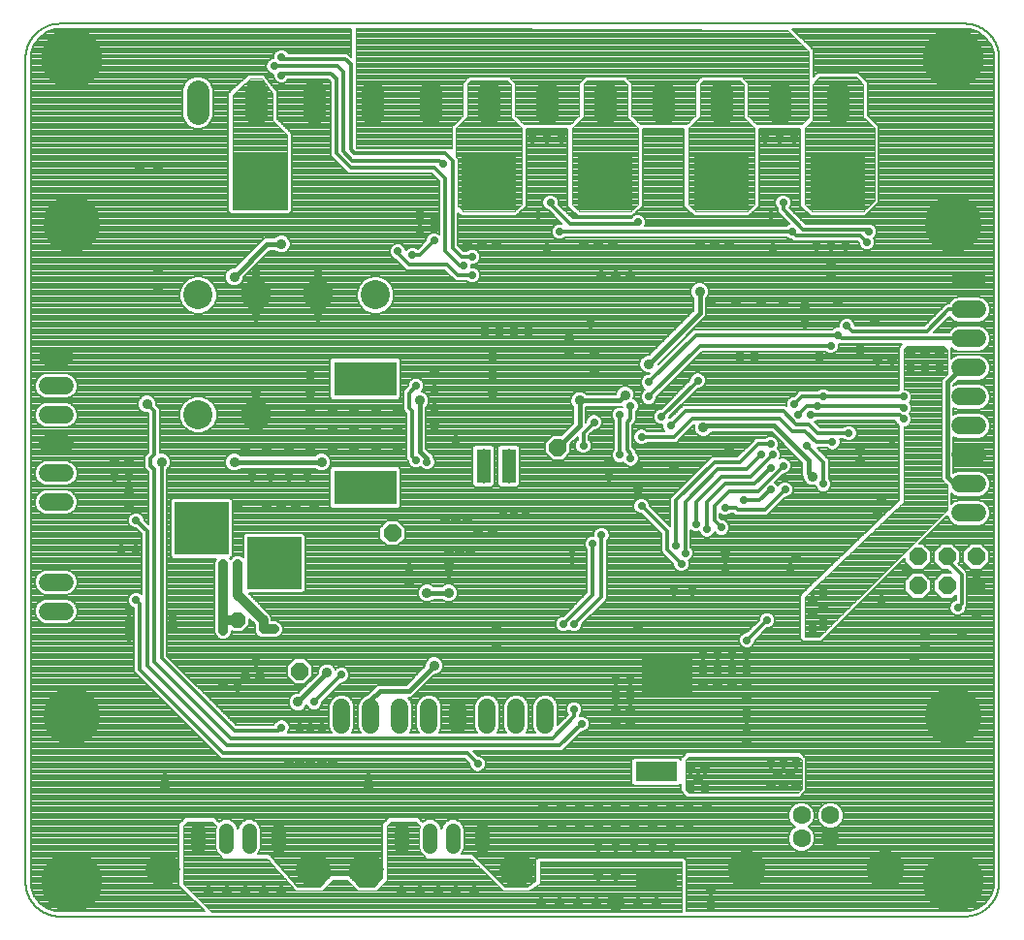
<source format=gbl>
G75*
%MOIN*%
%OFA0B0*%
%FSLAX25Y25*%
%IPPOS*%
%LPD*%
%AMOC8*
5,1,8,0,0,1.08239X$1,22.5*
%
%ADD10R,0.18504X0.18110*%
%ADD11R,0.03962X0.03962*%
%ADD12R,0.21654X0.11811*%
%ADD13C,0.10000*%
%ADD14OC8,0.10000*%
%ADD15C,0.06299*%
%ADD16C,0.13055*%
%ADD17R,0.04724X0.11811*%
%ADD18C,0.03962*%
%ADD19C,0.03175*%
%ADD20R,0.14173X0.07087*%
%ADD21C,0.05118*%
%ADD22C,0.11811*%
%ADD23C,0.05906*%
%ADD24C,0.07677*%
%ADD25C,0.20929*%
%ADD26C,0.00787*%
%ADD27C,0.19685*%
%ADD28R,0.17717X0.13780*%
%ADD29OC8,0.05906*%
%ADD30C,0.03562*%
%ADD31C,0.02775*%
%ADD32C,0.03200*%
%ADD33C,0.01600*%
%ADD34OC8,0.06000*%
%ADD35C,0.01200*%
%ADD36OC8,0.05315*%
%ADD37C,0.00400*%
D10*
X0149528Y0150148D03*
X0124528Y0162096D03*
X0144528Y0280846D03*
X0223278Y0280846D03*
X0263278Y0280846D03*
X0303278Y0280846D03*
X0343278Y0280846D03*
D11*
X0343278Y0280059D03*
X0348789Y0280059D03*
X0348789Y0285571D03*
X0343278Y0285571D03*
X0337766Y0285571D03*
X0337766Y0280059D03*
X0337766Y0274547D03*
X0343278Y0274547D03*
X0348789Y0274547D03*
X0308789Y0274547D03*
X0303278Y0274547D03*
X0303278Y0280059D03*
X0308789Y0280059D03*
X0308789Y0285571D03*
X0303278Y0285571D03*
X0297766Y0285571D03*
X0297766Y0280059D03*
X0297766Y0274547D03*
X0268789Y0274547D03*
X0263278Y0274547D03*
X0257766Y0274547D03*
X0257766Y0280059D03*
X0263278Y0280059D03*
X0268789Y0280059D03*
X0268789Y0285571D03*
X0263278Y0285571D03*
X0257766Y0285571D03*
X0228789Y0285571D03*
X0223278Y0285571D03*
X0223278Y0280059D03*
X0228789Y0280059D03*
X0228789Y0274547D03*
X0223278Y0274547D03*
X0217766Y0274547D03*
X0217766Y0280059D03*
X0217766Y0285571D03*
X0150039Y0285571D03*
X0144528Y0285571D03*
X0144528Y0280059D03*
X0150039Y0280059D03*
X0150039Y0274547D03*
X0144528Y0274547D03*
X0139016Y0274547D03*
X0139016Y0280059D03*
X0139016Y0285571D03*
X0174872Y0216526D03*
X0180778Y0216526D03*
X0186683Y0216526D03*
X0186683Y0210620D03*
X0180778Y0210620D03*
X0174872Y0210620D03*
X0174872Y0179124D03*
X0174872Y0173219D03*
X0180778Y0173219D03*
X0180778Y0179124D03*
X0186683Y0179124D03*
X0186683Y0173219D03*
X0155039Y0156447D03*
X0149528Y0156447D03*
X0149528Y0150935D03*
X0155039Y0150935D03*
X0155039Y0145423D03*
X0149528Y0145423D03*
X0144016Y0145423D03*
X0144016Y0150935D03*
X0144016Y0156447D03*
X0130039Y0155797D03*
X0124528Y0155797D03*
X0124528Y0161309D03*
X0130039Y0161309D03*
X0130039Y0166821D03*
X0124528Y0166821D03*
X0119016Y0166821D03*
X0119016Y0161309D03*
X0119016Y0155797D03*
X0276053Y0078770D03*
X0280778Y0078770D03*
X0285502Y0078770D03*
X0284528Y0108760D03*
X0288465Y0108760D03*
X0288465Y0113484D03*
X0284528Y0113484D03*
X0280591Y0113484D03*
X0280591Y0108760D03*
X0280778Y0040974D03*
X0285502Y0040974D03*
X0276053Y0040974D03*
D12*
X0180778Y0176171D03*
X0180778Y0213573D03*
D13*
X0184370Y0242372D03*
X0123435Y0242372D03*
X0123435Y0201122D03*
D14*
X0143120Y0201122D03*
X0143120Y0242372D03*
X0164685Y0242372D03*
D15*
X0330856Y0063415D03*
X0330856Y0055541D03*
X0340699Y0055541D03*
X0340699Y0063415D03*
D16*
X0359478Y0044872D03*
X0312077Y0044872D03*
D17*
X0230108Y0183622D03*
X0221447Y0183622D03*
D18*
X0221447Y0179685D03*
X0221447Y0187559D03*
X0230108Y0187559D03*
X0230108Y0179685D03*
D19*
X0230699Y0183622D03*
X0220856Y0183622D03*
D20*
X0280778Y0078376D03*
X0280778Y0041368D03*
D21*
X0220807Y0052982D02*
X0220807Y0058100D01*
X0210965Y0058100D02*
X0210965Y0052982D01*
X0203091Y0052982D02*
X0203091Y0058100D01*
X0193248Y0058100D02*
X0193248Y0052982D01*
X0150807Y0052982D02*
X0150807Y0058100D01*
X0140965Y0058100D02*
X0140965Y0052982D01*
X0133091Y0052982D02*
X0133091Y0058100D01*
X0123248Y0058100D02*
X0123248Y0052982D01*
D22*
X0111161Y0044872D03*
X0162894Y0044872D03*
X0181161Y0044872D03*
X0232894Y0044872D03*
D23*
X0232756Y0094567D02*
X0232756Y0100472D01*
X0242756Y0100472D02*
X0242756Y0094567D01*
X0222756Y0094567D02*
X0222756Y0100472D01*
X0212756Y0100472D02*
X0212756Y0094567D01*
X0202756Y0094567D02*
X0202756Y0100472D01*
X0192756Y0100472D02*
X0192756Y0094567D01*
X0182756Y0094567D02*
X0182756Y0100472D01*
X0172756Y0100472D02*
X0172756Y0094567D01*
X0077480Y0133622D02*
X0071575Y0133622D01*
X0071575Y0143622D02*
X0077480Y0143622D01*
X0077480Y0171122D02*
X0071575Y0171122D01*
X0071575Y0181122D02*
X0077480Y0181122D01*
X0077480Y0191122D02*
X0071575Y0191122D01*
X0071575Y0201122D02*
X0077480Y0201122D01*
X0077480Y0211122D02*
X0071575Y0211122D01*
X0071575Y0221122D02*
X0077480Y0221122D01*
X0385325Y0217372D02*
X0391230Y0217372D01*
X0391230Y0207372D02*
X0385325Y0207372D01*
X0385325Y0197372D02*
X0391230Y0197372D01*
X0391230Y0187372D02*
X0385325Y0187372D01*
X0385325Y0177372D02*
X0391230Y0177372D01*
X0391230Y0167372D02*
X0385325Y0167372D01*
X0385325Y0227372D02*
X0391230Y0227372D01*
X0391230Y0237372D02*
X0385325Y0237372D01*
X0385325Y0247372D02*
X0391230Y0247372D01*
D24*
X0343278Y0304783D02*
X0343278Y0312461D01*
X0323278Y0312461D02*
X0323278Y0304783D01*
X0303278Y0304783D02*
X0303278Y0312461D01*
X0283278Y0312461D02*
X0283278Y0304783D01*
X0263278Y0304783D02*
X0263278Y0312461D01*
X0243278Y0312461D02*
X0243278Y0304783D01*
X0223278Y0304783D02*
X0223278Y0312461D01*
X0203278Y0312461D02*
X0203278Y0304783D01*
X0183278Y0304783D02*
X0183278Y0312461D01*
X0163278Y0312461D02*
X0163278Y0304783D01*
X0143278Y0304783D02*
X0143278Y0312461D01*
X0123278Y0312461D02*
X0123278Y0304783D01*
D25*
X0079803Y0323898D03*
X0382953Y0323898D03*
X0382953Y0040433D03*
X0079803Y0040433D03*
D26*
X0064055Y0040433D02*
X0064055Y0323898D01*
X0065843Y0323898D02*
X0065966Y0325466D01*
X0066935Y0328448D01*
X0068778Y0330985D01*
X0071316Y0332829D01*
X0074298Y0333798D01*
X0075866Y0333921D01*
X0176057Y0333921D01*
X0176056Y0333594D01*
X0176059Y0333591D01*
X0176059Y0324285D01*
X0174728Y0325616D01*
X0154471Y0325616D01*
X0154385Y0325822D01*
X0153603Y0326605D01*
X0152581Y0327028D01*
X0151474Y0327028D01*
X0150452Y0326605D01*
X0149670Y0325822D01*
X0149246Y0324800D01*
X0149246Y0323903D01*
X0148974Y0323903D01*
X0147952Y0323480D01*
X0147170Y0322697D01*
X0146746Y0321675D01*
X0146746Y0320569D01*
X0147170Y0319547D01*
X0147952Y0318764D01*
X0148974Y0318341D01*
X0149246Y0318341D01*
X0149246Y0317444D01*
X0149670Y0316422D01*
X0150452Y0315639D01*
X0151474Y0315216D01*
X0152581Y0315216D01*
X0153603Y0315639D01*
X0154385Y0316422D01*
X0154471Y0316628D01*
X0168077Y0316628D01*
X0168784Y0315921D01*
X0168784Y0290296D01*
X0173784Y0285296D01*
X0174952Y0284128D01*
X0203702Y0284128D01*
X0206284Y0281546D01*
X0206284Y0263299D01*
X0206103Y0263480D01*
X0205081Y0263903D01*
X0203974Y0263903D01*
X0202952Y0263480D01*
X0202170Y0262697D01*
X0201746Y0261675D01*
X0201746Y0261160D01*
X0198834Y0258248D01*
X0198603Y0258480D01*
X0197581Y0258903D01*
X0196474Y0258903D01*
X0195452Y0258480D01*
X0194809Y0257836D01*
X0194809Y0257925D01*
X0194385Y0258947D01*
X0193603Y0259730D01*
X0192581Y0260153D01*
X0191474Y0260153D01*
X0190452Y0259730D01*
X0189670Y0258947D01*
X0189246Y0257925D01*
X0189246Y0256819D01*
X0189670Y0255797D01*
X0190452Y0255014D01*
X0191286Y0254669D01*
X0194952Y0251003D01*
X0208077Y0251003D01*
X0211827Y0247253D01*
X0215713Y0247253D01*
X0216077Y0246889D01*
X0217099Y0246466D01*
X0218206Y0246466D01*
X0219228Y0246889D01*
X0220010Y0247672D01*
X0220434Y0248694D01*
X0220434Y0249800D01*
X0220010Y0250822D01*
X0219228Y0251605D01*
X0218206Y0252028D01*
X0217309Y0252028D01*
X0217309Y0252716D01*
X0218206Y0252716D01*
X0219228Y0253139D01*
X0220010Y0253922D01*
X0220434Y0254944D01*
X0220434Y0256050D01*
X0220010Y0257072D01*
X0219228Y0257855D01*
X0218206Y0258278D01*
X0217099Y0258278D01*
X0216077Y0257855D01*
X0215713Y0257491D01*
X0214728Y0257491D01*
X0212771Y0259448D01*
X0212771Y0270625D01*
X0213867Y0269528D01*
X0232688Y0269528D01*
X0233621Y0270462D01*
X0236121Y0272962D01*
X0236121Y0299528D01*
X0250434Y0299528D01*
X0250434Y0272962D01*
X0251367Y0272028D01*
X0253867Y0269528D01*
X0272688Y0269528D01*
X0273621Y0270462D01*
X0276121Y0272962D01*
X0276121Y0299528D01*
X0290434Y0299528D01*
X0290434Y0272962D01*
X0291367Y0272028D01*
X0293867Y0269528D01*
X0312688Y0269528D01*
X0313621Y0270462D01*
X0315188Y0272028D01*
X0316121Y0272962D01*
X0316121Y0299528D01*
X0330434Y0299528D01*
X0330434Y0272962D01*
X0331367Y0272028D01*
X0332934Y0270462D01*
X0333867Y0269528D01*
X0352688Y0269528D01*
X0353621Y0270462D01*
X0357371Y0274212D01*
X0357371Y0275532D01*
X0357371Y0300532D01*
X0356438Y0301466D01*
X0353621Y0304282D01*
X0353621Y0315532D01*
X0352688Y0316466D01*
X0350188Y0318966D01*
X0336367Y0318966D01*
X0335434Y0318032D01*
X0334871Y0317470D01*
X0334871Y0326782D01*
X0327732Y0333921D01*
X0386890Y0333921D01*
X0388458Y0333798D01*
X0391440Y0332829D01*
X0393978Y0330985D01*
X0395821Y0328448D01*
X0396790Y0325466D01*
X0396913Y0323898D01*
X0396913Y0040433D01*
X0396790Y0038865D01*
X0395821Y0035882D01*
X0393978Y0033345D01*
X0391440Y0031502D01*
X0388458Y0030533D01*
X0386890Y0030409D01*
X0291121Y0030409D01*
X0291121Y0048032D01*
X0290188Y0048966D01*
X0240117Y0048966D01*
X0239184Y0048032D01*
X0239184Y0040725D01*
X0236545Y0038966D01*
X0228938Y0038966D01*
X0218621Y0049282D01*
X0218621Y0049282D01*
X0217688Y0050216D01*
X0213788Y0050216D01*
X0214316Y0050743D01*
X0214917Y0052196D01*
X0214917Y0058887D01*
X0214316Y0060339D01*
X0213204Y0061451D01*
X0211751Y0062053D01*
X0210178Y0062053D01*
X0208726Y0061451D01*
X0207614Y0060339D01*
X0207028Y0058925D01*
X0206442Y0060339D01*
X0205330Y0061451D01*
X0203877Y0062053D01*
X0202304Y0062053D01*
X0200851Y0061451D01*
X0200527Y0061127D01*
X0199871Y0061782D01*
X0198938Y0062716D01*
X0188867Y0062716D01*
X0187617Y0061466D01*
X0186684Y0060532D01*
X0186684Y0041782D01*
X0183867Y0038966D01*
X0178938Y0038966D01*
X0176121Y0041782D01*
X0175188Y0042716D01*
X0168867Y0042716D01*
X0165117Y0038966D01*
X0157743Y0038966D01*
X0148621Y0049228D01*
X0148621Y0049282D01*
X0148188Y0049716D01*
X0147780Y0050174D01*
X0147726Y0050177D01*
X0147688Y0050216D01*
X0147074Y0050216D01*
X0146462Y0050252D01*
X0146422Y0050216D01*
X0143788Y0050216D01*
X0144316Y0050743D01*
X0144917Y0052196D01*
X0144917Y0058887D01*
X0144316Y0060339D01*
X0143204Y0061451D01*
X0141751Y0062053D01*
X0140178Y0062053D01*
X0138726Y0061451D01*
X0137614Y0060339D01*
X0137028Y0058925D01*
X0136442Y0060339D01*
X0135330Y0061451D01*
X0133877Y0062053D01*
X0132304Y0062053D01*
X0130851Y0061451D01*
X0130527Y0061127D01*
X0129871Y0061782D01*
X0128938Y0062716D01*
X0118867Y0062716D01*
X0117617Y0061466D01*
X0116684Y0060532D01*
X0116684Y0039212D01*
X0125486Y0030409D01*
X0075866Y0030409D01*
X0074298Y0030533D01*
X0071316Y0031502D01*
X0068778Y0033345D01*
X0066935Y0035882D01*
X0065966Y0038865D01*
X0065843Y0040433D01*
X0065843Y0323898D01*
X0065860Y0324125D02*
X0149246Y0324125D01*
X0149292Y0324911D02*
X0065922Y0324911D01*
X0066041Y0325697D02*
X0149618Y0325697D01*
X0150330Y0326483D02*
X0066296Y0326483D01*
X0066552Y0327269D02*
X0176059Y0327269D01*
X0176059Y0328055D02*
X0066807Y0328055D01*
X0067220Y0328841D02*
X0176059Y0328841D01*
X0176059Y0329627D02*
X0067791Y0329627D01*
X0068362Y0330413D02*
X0176059Y0330413D01*
X0176059Y0331199D02*
X0069072Y0331199D01*
X0070153Y0331984D02*
X0176059Y0331984D01*
X0176059Y0332770D02*
X0071235Y0332770D01*
X0073555Y0333556D02*
X0176059Y0333556D01*
X0176059Y0326483D02*
X0153725Y0326483D01*
X0154437Y0325697D02*
X0176059Y0325697D01*
X0176059Y0324911D02*
X0175433Y0324911D01*
X0168439Y0316266D02*
X0154230Y0316266D01*
X0153219Y0315480D02*
X0168784Y0315480D01*
X0168784Y0314694D02*
X0148684Y0314694D01*
X0149274Y0313908D02*
X0168784Y0313908D01*
X0168784Y0313123D02*
X0149863Y0313123D01*
X0150110Y0312794D02*
X0146746Y0317278D01*
X0146746Y0317407D01*
X0146360Y0317794D01*
X0146031Y0318231D01*
X0145904Y0318250D01*
X0145813Y0318341D01*
X0145266Y0318341D01*
X0144724Y0318418D01*
X0144621Y0318341D01*
X0141444Y0318341D01*
X0140827Y0318373D01*
X0140791Y0318341D01*
X0140742Y0318341D01*
X0140305Y0317904D01*
X0134541Y0312716D01*
X0134492Y0312716D01*
X0134055Y0312279D01*
X0133596Y0311865D01*
X0133593Y0311817D01*
X0133559Y0311782D01*
X0133559Y0311164D01*
X0133526Y0310547D01*
X0133559Y0310510D01*
X0133559Y0272407D01*
X0133559Y0271087D01*
X0134492Y0270153D01*
X0154563Y0270153D01*
X0155496Y0271087D01*
X0155496Y0298032D01*
X0150496Y0303032D01*
X0150496Y0311634D01*
X0150574Y0312175D01*
X0150496Y0312278D01*
X0150496Y0312407D01*
X0150110Y0312794D01*
X0150496Y0312337D02*
X0168784Y0312337D01*
X0168784Y0311551D02*
X0150496Y0311551D01*
X0150496Y0310765D02*
X0168784Y0310765D01*
X0168784Y0309979D02*
X0150496Y0309979D01*
X0150496Y0309193D02*
X0168784Y0309193D01*
X0168784Y0308407D02*
X0150496Y0308407D01*
X0150496Y0307621D02*
X0168784Y0307621D01*
X0168784Y0306835D02*
X0150496Y0306835D01*
X0150496Y0306049D02*
X0168784Y0306049D01*
X0168784Y0305263D02*
X0150496Y0305263D01*
X0150496Y0304477D02*
X0168784Y0304477D01*
X0168784Y0303692D02*
X0150496Y0303692D01*
X0150623Y0302906D02*
X0168784Y0302906D01*
X0168784Y0302120D02*
X0151409Y0302120D01*
X0152195Y0301334D02*
X0168784Y0301334D01*
X0168784Y0300548D02*
X0152981Y0300548D01*
X0153766Y0299762D02*
X0168784Y0299762D01*
X0168784Y0298976D02*
X0154552Y0298976D01*
X0155338Y0298190D02*
X0168784Y0298190D01*
X0168784Y0297404D02*
X0155496Y0297404D01*
X0155496Y0296618D02*
X0168784Y0296618D01*
X0168784Y0295832D02*
X0155496Y0295832D01*
X0155496Y0295047D02*
X0168784Y0295047D01*
X0168784Y0294261D02*
X0155496Y0294261D01*
X0155496Y0293475D02*
X0168784Y0293475D01*
X0168784Y0292689D02*
X0155496Y0292689D01*
X0155496Y0291903D02*
X0168784Y0291903D01*
X0168784Y0291117D02*
X0155496Y0291117D01*
X0155496Y0290331D02*
X0168784Y0290331D01*
X0169535Y0289545D02*
X0155496Y0289545D01*
X0155496Y0288759D02*
X0170321Y0288759D01*
X0171107Y0287973D02*
X0155496Y0287973D01*
X0155496Y0287187D02*
X0171893Y0287187D01*
X0172679Y0286401D02*
X0155496Y0286401D01*
X0155496Y0285616D02*
X0173465Y0285616D01*
X0174250Y0284830D02*
X0155496Y0284830D01*
X0155496Y0284044D02*
X0203786Y0284044D01*
X0204572Y0283258D02*
X0155496Y0283258D01*
X0155496Y0282472D02*
X0205358Y0282472D01*
X0206144Y0281686D02*
X0155496Y0281686D01*
X0155496Y0280900D02*
X0206284Y0280900D01*
X0206284Y0280114D02*
X0155496Y0280114D01*
X0155496Y0279328D02*
X0206284Y0279328D01*
X0206284Y0278542D02*
X0155496Y0278542D01*
X0155496Y0277756D02*
X0206284Y0277756D01*
X0206284Y0276971D02*
X0155496Y0276971D01*
X0155496Y0276185D02*
X0206284Y0276185D01*
X0206284Y0275399D02*
X0155496Y0275399D01*
X0155496Y0274613D02*
X0206284Y0274613D01*
X0206284Y0273827D02*
X0155496Y0273827D01*
X0155496Y0273041D02*
X0206284Y0273041D01*
X0206284Y0272255D02*
X0155496Y0272255D01*
X0155496Y0271469D02*
X0206284Y0271469D01*
X0206284Y0270683D02*
X0155093Y0270683D01*
X0152659Y0263047D02*
X0151396Y0263047D01*
X0150229Y0262564D01*
X0149731Y0262066D01*
X0146119Y0262066D01*
X0144834Y0260781D01*
X0144834Y0260781D01*
X0135850Y0251797D01*
X0135146Y0251797D01*
X0133979Y0251314D01*
X0133086Y0250420D01*
X0132603Y0249254D01*
X0132603Y0247991D01*
X0133086Y0246824D01*
X0133979Y0245931D01*
X0135146Y0245447D01*
X0136409Y0245447D01*
X0137576Y0245931D01*
X0138469Y0246824D01*
X0138952Y0247991D01*
X0138952Y0248694D01*
X0147936Y0257678D01*
X0149731Y0257678D01*
X0150229Y0257181D01*
X0151396Y0256697D01*
X0152659Y0256697D01*
X0153826Y0257181D01*
X0154719Y0258074D01*
X0155202Y0259241D01*
X0155202Y0260504D01*
X0154719Y0261670D01*
X0153826Y0262564D01*
X0152659Y0263047D01*
X0153197Y0262824D02*
X0202297Y0262824D01*
X0201897Y0262038D02*
X0154351Y0262038D01*
X0154892Y0261252D02*
X0201746Y0261252D01*
X0201052Y0260466D02*
X0155202Y0260466D01*
X0155202Y0259680D02*
X0190403Y0259680D01*
X0189648Y0258895D02*
X0155059Y0258895D01*
X0154733Y0258109D02*
X0189322Y0258109D01*
X0189246Y0257323D02*
X0153968Y0257323D01*
X0150087Y0257323D02*
X0147581Y0257323D01*
X0146795Y0256537D02*
X0189363Y0256537D01*
X0189716Y0255751D02*
X0146009Y0255751D01*
X0145223Y0254965D02*
X0190571Y0254965D01*
X0191776Y0254179D02*
X0144437Y0254179D01*
X0143651Y0253393D02*
X0192562Y0253393D01*
X0193348Y0252607D02*
X0142865Y0252607D01*
X0142079Y0251821D02*
X0194134Y0251821D01*
X0194920Y0251035D02*
X0141293Y0251035D01*
X0140507Y0250249D02*
X0208831Y0250249D01*
X0209617Y0249464D02*
X0139721Y0249464D01*
X0138952Y0248678D02*
X0182886Y0248678D01*
X0183098Y0248766D02*
X0180748Y0247792D01*
X0178950Y0245994D01*
X0177976Y0243644D01*
X0177976Y0241100D01*
X0178950Y0238750D01*
X0180748Y0236952D01*
X0183098Y0235978D01*
X0185642Y0235978D01*
X0187992Y0236952D01*
X0189790Y0238750D01*
X0190764Y0241100D01*
X0190764Y0243644D01*
X0189790Y0245994D01*
X0187992Y0247792D01*
X0185642Y0248766D01*
X0183098Y0248766D01*
X0180988Y0247892D02*
X0138911Y0247892D01*
X0138586Y0247106D02*
X0180062Y0247106D01*
X0179276Y0246320D02*
X0137965Y0246320D01*
X0136619Y0245534D02*
X0178759Y0245534D01*
X0178434Y0244748D02*
X0129371Y0244748D01*
X0129046Y0245534D02*
X0134937Y0245534D01*
X0133590Y0246320D02*
X0128529Y0246320D01*
X0128855Y0245994D02*
X0127057Y0247792D01*
X0124707Y0248766D01*
X0122163Y0248766D01*
X0119813Y0247792D01*
X0118015Y0245994D01*
X0117041Y0243644D01*
X0117041Y0241100D01*
X0118015Y0238750D01*
X0119813Y0236952D01*
X0122163Y0235978D01*
X0124707Y0235978D01*
X0127057Y0236952D01*
X0128855Y0238750D01*
X0129829Y0241100D01*
X0129829Y0243644D01*
X0128855Y0245994D01*
X0127743Y0247106D02*
X0132969Y0247106D01*
X0132644Y0247892D02*
X0126817Y0247892D01*
X0124919Y0248678D02*
X0132603Y0248678D01*
X0132690Y0249464D02*
X0065843Y0249464D01*
X0065843Y0250249D02*
X0133015Y0250249D01*
X0133701Y0251035D02*
X0065843Y0251035D01*
X0065843Y0251821D02*
X0135874Y0251821D01*
X0136660Y0252607D02*
X0065843Y0252607D01*
X0065843Y0253393D02*
X0137446Y0253393D01*
X0138232Y0254179D02*
X0065843Y0254179D01*
X0065843Y0254965D02*
X0139018Y0254965D01*
X0139804Y0255751D02*
X0065843Y0255751D01*
X0065843Y0256537D02*
X0140590Y0256537D01*
X0141376Y0257323D02*
X0065843Y0257323D01*
X0065843Y0258109D02*
X0142162Y0258109D01*
X0142948Y0258895D02*
X0065843Y0258895D01*
X0065843Y0259680D02*
X0143734Y0259680D01*
X0144520Y0260466D02*
X0065843Y0260466D01*
X0065843Y0261252D02*
X0145305Y0261252D01*
X0146091Y0262038D02*
X0065843Y0262038D01*
X0065843Y0262824D02*
X0150858Y0262824D01*
X0133963Y0270683D02*
X0065843Y0270683D01*
X0065843Y0269897D02*
X0206284Y0269897D01*
X0206284Y0269111D02*
X0065843Y0269111D01*
X0065843Y0268325D02*
X0206284Y0268325D01*
X0206284Y0267540D02*
X0065843Y0267540D01*
X0065843Y0266754D02*
X0206284Y0266754D01*
X0206284Y0265968D02*
X0065843Y0265968D01*
X0065843Y0265182D02*
X0206284Y0265182D01*
X0206284Y0264396D02*
X0065843Y0264396D01*
X0065843Y0263610D02*
X0203267Y0263610D01*
X0205788Y0263610D02*
X0206284Y0263610D01*
X0200266Y0259680D02*
X0193652Y0259680D01*
X0194407Y0258895D02*
X0196454Y0258895D01*
X0197602Y0258895D02*
X0199481Y0258895D01*
X0195081Y0258109D02*
X0194733Y0258109D01*
X0185855Y0248678D02*
X0210402Y0248678D01*
X0211188Y0247892D02*
X0187752Y0247892D01*
X0188678Y0247106D02*
X0215861Y0247106D01*
X0219444Y0247106D02*
X0396913Y0247106D01*
X0396913Y0247892D02*
X0220101Y0247892D01*
X0220427Y0248678D02*
X0396913Y0248678D01*
X0396913Y0249464D02*
X0220434Y0249464D01*
X0220248Y0250249D02*
X0396913Y0250249D01*
X0396913Y0251035D02*
X0219797Y0251035D01*
X0218705Y0251821D02*
X0396913Y0251821D01*
X0396913Y0252607D02*
X0217309Y0252607D01*
X0219482Y0253393D02*
X0396913Y0253393D01*
X0396913Y0254179D02*
X0220117Y0254179D01*
X0220434Y0254965D02*
X0396913Y0254965D01*
X0396913Y0255751D02*
X0220434Y0255751D01*
X0220232Y0256537D02*
X0396913Y0256537D01*
X0396913Y0257323D02*
X0219760Y0257323D01*
X0218615Y0258109D02*
X0351776Y0258109D01*
X0351702Y0258139D02*
X0352724Y0257716D01*
X0353831Y0257716D01*
X0354853Y0258139D01*
X0355635Y0258922D01*
X0356059Y0259944D01*
X0356059Y0261050D01*
X0355643Y0262054D01*
X0356260Y0262672D01*
X0356684Y0263694D01*
X0356684Y0264800D01*
X0356260Y0265822D01*
X0355478Y0266605D01*
X0354456Y0267028D01*
X0353349Y0267028D01*
X0352957Y0266866D01*
X0332228Y0266866D01*
X0326654Y0272440D01*
X0326885Y0272672D01*
X0327309Y0273694D01*
X0327309Y0274800D01*
X0326885Y0275822D01*
X0326103Y0276605D01*
X0325081Y0277028D01*
X0323974Y0277028D01*
X0322952Y0276605D01*
X0322170Y0275822D01*
X0321746Y0274800D01*
X0321746Y0273694D01*
X0322170Y0272672D01*
X0322534Y0272308D01*
X0322534Y0270921D01*
X0326624Y0266831D01*
X0326077Y0266605D01*
X0325713Y0266241D01*
X0277069Y0266241D01*
X0277309Y0266819D01*
X0277309Y0267925D01*
X0276885Y0268947D01*
X0276103Y0269730D01*
X0275081Y0270153D01*
X0273974Y0270153D01*
X0272952Y0269730D01*
X0272170Y0268947D01*
X0272084Y0268741D01*
X0252228Y0268741D01*
X0247299Y0273670D01*
X0247309Y0273694D01*
X0247309Y0274800D01*
X0246885Y0275822D01*
X0246103Y0276605D01*
X0245081Y0277028D01*
X0243974Y0277028D01*
X0242952Y0276605D01*
X0242170Y0275822D01*
X0241746Y0274800D01*
X0241746Y0273694D01*
X0242170Y0272672D01*
X0242952Y0271889D01*
X0243786Y0271544D01*
X0248370Y0266960D01*
X0248206Y0267028D01*
X0247099Y0267028D01*
X0246077Y0266605D01*
X0245295Y0265822D01*
X0244871Y0264800D01*
X0244871Y0263694D01*
X0245295Y0262672D01*
X0246077Y0261889D01*
X0247099Y0261466D01*
X0248206Y0261466D01*
X0249228Y0261889D01*
X0249592Y0262253D01*
X0325713Y0262253D01*
X0326077Y0261889D01*
X0327099Y0261466D01*
X0327614Y0261466D01*
X0328077Y0261003D01*
X0349952Y0261003D01*
X0350496Y0260459D01*
X0350496Y0259944D01*
X0350920Y0258922D01*
X0351702Y0258139D01*
X0350947Y0258895D02*
X0213325Y0258895D01*
X0212771Y0259680D02*
X0350606Y0259680D01*
X0350489Y0260466D02*
X0212771Y0260466D01*
X0212771Y0261252D02*
X0327828Y0261252D01*
X0325928Y0262038D02*
X0249377Y0262038D01*
X0245928Y0262038D02*
X0212771Y0262038D01*
X0212771Y0262824D02*
X0245232Y0262824D01*
X0244906Y0263610D02*
X0212771Y0263610D01*
X0212771Y0264396D02*
X0244871Y0264396D01*
X0245030Y0265182D02*
X0212771Y0265182D01*
X0212771Y0265968D02*
X0245440Y0265968D01*
X0246437Y0266754D02*
X0212771Y0266754D01*
X0212771Y0267540D02*
X0247791Y0267540D01*
X0247005Y0268325D02*
X0212771Y0268325D01*
X0212771Y0269111D02*
X0246219Y0269111D01*
X0245433Y0269897D02*
X0233057Y0269897D01*
X0233843Y0270683D02*
X0244647Y0270683D01*
X0243861Y0271469D02*
X0234628Y0271469D01*
X0235414Y0272255D02*
X0242586Y0272255D01*
X0242017Y0273041D02*
X0236121Y0273041D01*
X0236121Y0273827D02*
X0241746Y0273827D01*
X0241746Y0274613D02*
X0236121Y0274613D01*
X0236121Y0275399D02*
X0241994Y0275399D01*
X0242532Y0276185D02*
X0236121Y0276185D01*
X0236121Y0276971D02*
X0243835Y0276971D01*
X0245220Y0276971D02*
X0250434Y0276971D01*
X0250434Y0277756D02*
X0236121Y0277756D01*
X0236121Y0278542D02*
X0250434Y0278542D01*
X0250434Y0279328D02*
X0236121Y0279328D01*
X0236121Y0280114D02*
X0250434Y0280114D01*
X0250434Y0280900D02*
X0236121Y0280900D01*
X0236121Y0281686D02*
X0250434Y0281686D01*
X0250434Y0282472D02*
X0236121Y0282472D01*
X0236121Y0283258D02*
X0250434Y0283258D01*
X0250434Y0284044D02*
X0236121Y0284044D01*
X0236121Y0284830D02*
X0250434Y0284830D01*
X0250434Y0285616D02*
X0236121Y0285616D01*
X0236121Y0286401D02*
X0250434Y0286401D01*
X0250434Y0287187D02*
X0236121Y0287187D01*
X0236121Y0287973D02*
X0250434Y0287973D01*
X0250434Y0288759D02*
X0236121Y0288759D01*
X0236121Y0289545D02*
X0250434Y0289545D01*
X0250434Y0290331D02*
X0236121Y0290331D01*
X0236121Y0291117D02*
X0250434Y0291117D01*
X0250434Y0291903D02*
X0236121Y0291903D01*
X0236121Y0292689D02*
X0250434Y0292689D01*
X0250434Y0293475D02*
X0236121Y0293475D01*
X0236121Y0294261D02*
X0250434Y0294261D01*
X0250434Y0295047D02*
X0236121Y0295047D01*
X0236121Y0295832D02*
X0250434Y0295832D01*
X0250434Y0296618D02*
X0236121Y0296618D01*
X0236121Y0297404D02*
X0250434Y0297404D01*
X0250434Y0298190D02*
X0236121Y0298190D01*
X0236121Y0298976D02*
X0250434Y0298976D01*
X0250434Y0276185D02*
X0246523Y0276185D01*
X0247061Y0275399D02*
X0250434Y0275399D01*
X0250434Y0274613D02*
X0247309Y0274613D01*
X0247309Y0273827D02*
X0250434Y0273827D01*
X0250434Y0273041D02*
X0247928Y0273041D01*
X0248714Y0272255D02*
X0251141Y0272255D01*
X0251927Y0271469D02*
X0249500Y0271469D01*
X0250286Y0270683D02*
X0252713Y0270683D01*
X0253498Y0269897D02*
X0251072Y0269897D01*
X0251858Y0269111D02*
X0272334Y0269111D01*
X0273057Y0269897D02*
X0273357Y0269897D01*
X0273843Y0270683D02*
X0292713Y0270683D01*
X0293498Y0269897D02*
X0275698Y0269897D01*
X0276721Y0269111D02*
X0324344Y0269111D01*
X0325130Y0268325D02*
X0277143Y0268325D01*
X0277309Y0267540D02*
X0325916Y0267540D01*
X0326437Y0266754D02*
X0277282Y0266754D01*
X0274628Y0271469D02*
X0291927Y0271469D01*
X0291141Y0272255D02*
X0275414Y0272255D01*
X0276121Y0273041D02*
X0290434Y0273041D01*
X0290434Y0273827D02*
X0276121Y0273827D01*
X0276121Y0274613D02*
X0290434Y0274613D01*
X0290434Y0275399D02*
X0276121Y0275399D01*
X0276121Y0276185D02*
X0290434Y0276185D01*
X0290434Y0276971D02*
X0276121Y0276971D01*
X0276121Y0277756D02*
X0290434Y0277756D01*
X0290434Y0278542D02*
X0276121Y0278542D01*
X0276121Y0279328D02*
X0290434Y0279328D01*
X0290434Y0280114D02*
X0276121Y0280114D01*
X0276121Y0280900D02*
X0290434Y0280900D01*
X0290434Y0281686D02*
X0276121Y0281686D01*
X0276121Y0282472D02*
X0290434Y0282472D01*
X0290434Y0283258D02*
X0276121Y0283258D01*
X0276121Y0284044D02*
X0290434Y0284044D01*
X0290434Y0284830D02*
X0276121Y0284830D01*
X0276121Y0285616D02*
X0290434Y0285616D01*
X0290434Y0286401D02*
X0276121Y0286401D01*
X0276121Y0287187D02*
X0290434Y0287187D01*
X0290434Y0287973D02*
X0276121Y0287973D01*
X0276121Y0288759D02*
X0290434Y0288759D01*
X0290434Y0289545D02*
X0276121Y0289545D01*
X0276121Y0290331D02*
X0290434Y0290331D01*
X0290434Y0291117D02*
X0276121Y0291117D01*
X0276121Y0291903D02*
X0290434Y0291903D01*
X0290434Y0292689D02*
X0276121Y0292689D01*
X0276121Y0293475D02*
X0290434Y0293475D01*
X0290434Y0294261D02*
X0276121Y0294261D01*
X0276121Y0295047D02*
X0290434Y0295047D01*
X0290434Y0295832D02*
X0276121Y0295832D01*
X0276121Y0296618D02*
X0290434Y0296618D01*
X0290434Y0297404D02*
X0276121Y0297404D01*
X0276121Y0298190D02*
X0290434Y0298190D01*
X0290434Y0298976D02*
X0276121Y0298976D01*
X0316121Y0298976D02*
X0330434Y0298976D01*
X0330434Y0298190D02*
X0316121Y0298190D01*
X0316121Y0297404D02*
X0330434Y0297404D01*
X0330434Y0296618D02*
X0316121Y0296618D01*
X0316121Y0295832D02*
X0330434Y0295832D01*
X0330434Y0295047D02*
X0316121Y0295047D01*
X0316121Y0294261D02*
X0330434Y0294261D01*
X0330434Y0293475D02*
X0316121Y0293475D01*
X0316121Y0292689D02*
X0330434Y0292689D01*
X0330434Y0291903D02*
X0316121Y0291903D01*
X0316121Y0291117D02*
X0330434Y0291117D01*
X0330434Y0290331D02*
X0316121Y0290331D01*
X0316121Y0289545D02*
X0330434Y0289545D01*
X0330434Y0288759D02*
X0316121Y0288759D01*
X0316121Y0287973D02*
X0330434Y0287973D01*
X0330434Y0287187D02*
X0316121Y0287187D01*
X0316121Y0286401D02*
X0330434Y0286401D01*
X0330434Y0285616D02*
X0316121Y0285616D01*
X0316121Y0284830D02*
X0330434Y0284830D01*
X0330434Y0284044D02*
X0316121Y0284044D01*
X0316121Y0283258D02*
X0330434Y0283258D01*
X0330434Y0282472D02*
X0316121Y0282472D01*
X0316121Y0281686D02*
X0330434Y0281686D01*
X0330434Y0280900D02*
X0316121Y0280900D01*
X0316121Y0280114D02*
X0330434Y0280114D01*
X0330434Y0279328D02*
X0316121Y0279328D01*
X0316121Y0278542D02*
X0330434Y0278542D01*
X0330434Y0277756D02*
X0316121Y0277756D01*
X0316121Y0276971D02*
X0323835Y0276971D01*
X0325220Y0276971D02*
X0330434Y0276971D01*
X0330434Y0276185D02*
X0326523Y0276185D01*
X0327061Y0275399D02*
X0330434Y0275399D01*
X0330434Y0274613D02*
X0327309Y0274613D01*
X0327309Y0273827D02*
X0330434Y0273827D01*
X0330434Y0273041D02*
X0327038Y0273041D01*
X0326839Y0272255D02*
X0331141Y0272255D01*
X0331927Y0271469D02*
X0327625Y0271469D01*
X0328411Y0270683D02*
X0332713Y0270683D01*
X0332934Y0270462D02*
X0332934Y0270462D01*
X0333498Y0269897D02*
X0329197Y0269897D01*
X0329983Y0269111D02*
X0396913Y0269111D01*
X0396913Y0268325D02*
X0330769Y0268325D01*
X0331555Y0267540D02*
X0396913Y0267540D01*
X0396913Y0266754D02*
X0355118Y0266754D01*
X0356115Y0265968D02*
X0396913Y0265968D01*
X0396913Y0265182D02*
X0356526Y0265182D01*
X0356684Y0264396D02*
X0396913Y0264396D01*
X0396913Y0263610D02*
X0356649Y0263610D01*
X0356323Y0262824D02*
X0396913Y0262824D01*
X0396913Y0262038D02*
X0355649Y0262038D01*
X0355975Y0261252D02*
X0396913Y0261252D01*
X0396913Y0260466D02*
X0356059Y0260466D01*
X0355950Y0259680D02*
X0396913Y0259680D01*
X0396913Y0258895D02*
X0355608Y0258895D01*
X0354779Y0258109D02*
X0396913Y0258109D01*
X0396913Y0269897D02*
X0353057Y0269897D01*
X0353843Y0270683D02*
X0396913Y0270683D01*
X0396913Y0271469D02*
X0354628Y0271469D01*
X0355414Y0272255D02*
X0396913Y0272255D01*
X0396913Y0273041D02*
X0356200Y0273041D01*
X0356986Y0273827D02*
X0396913Y0273827D01*
X0396913Y0274613D02*
X0357371Y0274613D01*
X0357371Y0275399D02*
X0396913Y0275399D01*
X0396913Y0276185D02*
X0357371Y0276185D01*
X0357371Y0276971D02*
X0396913Y0276971D01*
X0396913Y0277756D02*
X0357371Y0277756D01*
X0357371Y0278542D02*
X0396913Y0278542D01*
X0396913Y0279328D02*
X0357371Y0279328D01*
X0357371Y0280114D02*
X0396913Y0280114D01*
X0396913Y0280900D02*
X0357371Y0280900D01*
X0357371Y0281686D02*
X0396913Y0281686D01*
X0396913Y0282472D02*
X0357371Y0282472D01*
X0357371Y0283258D02*
X0396913Y0283258D01*
X0396913Y0284044D02*
X0357371Y0284044D01*
X0357371Y0284830D02*
X0396913Y0284830D01*
X0396913Y0285616D02*
X0357371Y0285616D01*
X0357371Y0286401D02*
X0396913Y0286401D01*
X0396913Y0287187D02*
X0357371Y0287187D01*
X0357371Y0287973D02*
X0396913Y0287973D01*
X0396913Y0288759D02*
X0357371Y0288759D01*
X0357371Y0289545D02*
X0396913Y0289545D01*
X0396913Y0290331D02*
X0357371Y0290331D01*
X0357371Y0291117D02*
X0396913Y0291117D01*
X0396913Y0291903D02*
X0357371Y0291903D01*
X0357371Y0292689D02*
X0396913Y0292689D01*
X0396913Y0293475D02*
X0357371Y0293475D01*
X0357371Y0294261D02*
X0396913Y0294261D01*
X0396913Y0295047D02*
X0357371Y0295047D01*
X0357371Y0295832D02*
X0396913Y0295832D01*
X0396913Y0296618D02*
X0357371Y0296618D01*
X0357371Y0297404D02*
X0396913Y0297404D01*
X0396913Y0298190D02*
X0357371Y0298190D01*
X0357371Y0298976D02*
X0396913Y0298976D01*
X0396913Y0299762D02*
X0357371Y0299762D01*
X0357356Y0300548D02*
X0396913Y0300548D01*
X0396913Y0301334D02*
X0356570Y0301334D01*
X0355784Y0302120D02*
X0396913Y0302120D01*
X0396913Y0302906D02*
X0354998Y0302906D01*
X0354212Y0303692D02*
X0396913Y0303692D01*
X0396913Y0304477D02*
X0353621Y0304477D01*
X0353621Y0305263D02*
X0396913Y0305263D01*
X0396913Y0306049D02*
X0353621Y0306049D01*
X0353621Y0306835D02*
X0396913Y0306835D01*
X0396913Y0307621D02*
X0353621Y0307621D01*
X0353621Y0308407D02*
X0396913Y0308407D01*
X0396913Y0309193D02*
X0353621Y0309193D01*
X0353621Y0309979D02*
X0396913Y0309979D01*
X0396913Y0310765D02*
X0353621Y0310765D01*
X0353621Y0311551D02*
X0396913Y0311551D01*
X0396913Y0312337D02*
X0353621Y0312337D01*
X0353621Y0313123D02*
X0396913Y0313123D01*
X0396913Y0313908D02*
X0353621Y0313908D01*
X0353621Y0314694D02*
X0396913Y0314694D01*
X0396913Y0315480D02*
X0353621Y0315480D01*
X0352887Y0316266D02*
X0396913Y0316266D01*
X0396913Y0317052D02*
X0352101Y0317052D01*
X0351315Y0317838D02*
X0396913Y0317838D01*
X0396913Y0318624D02*
X0350530Y0318624D01*
X0336026Y0318624D02*
X0334871Y0318624D01*
X0334871Y0319410D02*
X0396913Y0319410D01*
X0396913Y0320196D02*
X0334871Y0320196D01*
X0334871Y0320982D02*
X0396913Y0320982D01*
X0396913Y0321768D02*
X0334871Y0321768D01*
X0334871Y0322553D02*
X0396913Y0322553D01*
X0396913Y0323339D02*
X0334871Y0323339D01*
X0334871Y0324125D02*
X0396895Y0324125D01*
X0396834Y0324911D02*
X0334871Y0324911D01*
X0334871Y0325697D02*
X0396715Y0325697D01*
X0396459Y0326483D02*
X0334871Y0326483D01*
X0334384Y0327269D02*
X0396204Y0327269D01*
X0395949Y0328055D02*
X0333599Y0328055D01*
X0332813Y0328841D02*
X0395536Y0328841D01*
X0394965Y0329627D02*
X0332027Y0329627D01*
X0331241Y0330413D02*
X0394394Y0330413D01*
X0393684Y0331199D02*
X0330455Y0331199D01*
X0329669Y0331984D02*
X0392602Y0331984D01*
X0391521Y0332770D02*
X0328883Y0332770D01*
X0328097Y0333556D02*
X0389201Y0333556D01*
X0386890Y0335709D02*
X0075866Y0335709D01*
X0075581Y0335706D01*
X0075295Y0335695D01*
X0075010Y0335678D01*
X0074726Y0335654D01*
X0074442Y0335623D01*
X0074159Y0335585D01*
X0073878Y0335540D01*
X0073597Y0335489D01*
X0073317Y0335431D01*
X0073039Y0335366D01*
X0072763Y0335294D01*
X0072489Y0335216D01*
X0072216Y0335131D01*
X0071946Y0335039D01*
X0071678Y0334941D01*
X0071412Y0334837D01*
X0071149Y0334726D01*
X0070889Y0334609D01*
X0070631Y0334486D01*
X0070377Y0334356D01*
X0070126Y0334220D01*
X0069878Y0334079D01*
X0069634Y0333931D01*
X0069393Y0333778D01*
X0069157Y0333618D01*
X0068924Y0333453D01*
X0068695Y0333283D01*
X0068470Y0333107D01*
X0068250Y0332925D01*
X0068034Y0332739D01*
X0067823Y0332547D01*
X0067616Y0332350D01*
X0067414Y0332148D01*
X0067217Y0331941D01*
X0067025Y0331730D01*
X0066839Y0331514D01*
X0066657Y0331294D01*
X0066481Y0331069D01*
X0066311Y0330840D01*
X0066146Y0330607D01*
X0065986Y0330371D01*
X0065833Y0330130D01*
X0065685Y0329886D01*
X0065544Y0329638D01*
X0065408Y0329387D01*
X0065278Y0329133D01*
X0065155Y0328875D01*
X0065038Y0328615D01*
X0064927Y0328352D01*
X0064823Y0328086D01*
X0064725Y0327818D01*
X0064633Y0327548D01*
X0064548Y0327275D01*
X0064470Y0327001D01*
X0064398Y0326725D01*
X0064333Y0326447D01*
X0064275Y0326167D01*
X0064224Y0325886D01*
X0064179Y0325605D01*
X0064141Y0325322D01*
X0064110Y0325038D01*
X0064086Y0324754D01*
X0064069Y0324469D01*
X0064058Y0324183D01*
X0064055Y0323898D01*
X0065843Y0323339D02*
X0147812Y0323339D01*
X0147110Y0322553D02*
X0065843Y0322553D01*
X0065843Y0321768D02*
X0146785Y0321768D01*
X0146746Y0320982D02*
X0065843Y0320982D01*
X0065843Y0320196D02*
X0146901Y0320196D01*
X0147307Y0319410D02*
X0065843Y0319410D01*
X0065843Y0318624D02*
X0148291Y0318624D01*
X0149246Y0317838D02*
X0146326Y0317838D01*
X0146916Y0317052D02*
X0149409Y0317052D01*
X0149825Y0316266D02*
X0147505Y0316266D01*
X0148095Y0315480D02*
X0150836Y0315480D01*
X0140232Y0317838D02*
X0065843Y0317838D01*
X0065843Y0317052D02*
X0120690Y0317052D01*
X0120314Y0316896D02*
X0118842Y0315424D01*
X0118045Y0313501D01*
X0118045Y0303743D01*
X0118842Y0301820D01*
X0120314Y0300348D01*
X0122237Y0299551D01*
X0124318Y0299551D01*
X0126241Y0300348D01*
X0127713Y0301820D01*
X0128510Y0303743D01*
X0128510Y0313501D01*
X0127713Y0315424D01*
X0126241Y0316896D01*
X0124318Y0317693D01*
X0122237Y0317693D01*
X0120314Y0316896D01*
X0119684Y0316266D02*
X0065843Y0316266D01*
X0065843Y0315480D02*
X0118898Y0315480D01*
X0118539Y0314694D02*
X0065843Y0314694D01*
X0065843Y0313908D02*
X0118214Y0313908D01*
X0118045Y0313123D02*
X0065843Y0313123D01*
X0065843Y0312337D02*
X0118045Y0312337D01*
X0118045Y0311551D02*
X0065843Y0311551D01*
X0065843Y0310765D02*
X0118045Y0310765D01*
X0118045Y0309979D02*
X0065843Y0309979D01*
X0065843Y0309193D02*
X0118045Y0309193D01*
X0118045Y0308407D02*
X0065843Y0308407D01*
X0065843Y0307621D02*
X0118045Y0307621D01*
X0118045Y0306835D02*
X0065843Y0306835D01*
X0065843Y0306049D02*
X0118045Y0306049D01*
X0118045Y0305263D02*
X0065843Y0305263D01*
X0065843Y0304477D02*
X0118045Y0304477D01*
X0118066Y0303692D02*
X0065843Y0303692D01*
X0065843Y0302906D02*
X0118392Y0302906D01*
X0118718Y0302120D02*
X0065843Y0302120D01*
X0065843Y0301334D02*
X0119328Y0301334D01*
X0120114Y0300548D02*
X0065843Y0300548D01*
X0065843Y0299762D02*
X0121728Y0299762D01*
X0124827Y0299762D02*
X0133559Y0299762D01*
X0133559Y0300548D02*
X0126442Y0300548D01*
X0127227Y0301334D02*
X0133559Y0301334D01*
X0133559Y0302120D02*
X0127838Y0302120D01*
X0128163Y0302906D02*
X0133559Y0302906D01*
X0133559Y0303692D02*
X0128489Y0303692D01*
X0128510Y0304477D02*
X0133559Y0304477D01*
X0133559Y0305263D02*
X0128510Y0305263D01*
X0128510Y0306049D02*
X0133559Y0306049D01*
X0133559Y0306835D02*
X0128510Y0306835D01*
X0128510Y0307621D02*
X0133559Y0307621D01*
X0133559Y0308407D02*
X0128510Y0308407D01*
X0128510Y0309193D02*
X0133559Y0309193D01*
X0133559Y0309979D02*
X0128510Y0309979D01*
X0128510Y0310765D02*
X0133538Y0310765D01*
X0133559Y0311551D02*
X0128510Y0311551D01*
X0128510Y0312337D02*
X0134113Y0312337D01*
X0134993Y0313123D02*
X0128510Y0313123D01*
X0128341Y0313908D02*
X0135866Y0313908D01*
X0136739Y0314694D02*
X0128016Y0314694D01*
X0127657Y0315480D02*
X0137613Y0315480D01*
X0138486Y0316266D02*
X0126872Y0316266D01*
X0125865Y0317052D02*
X0139359Y0317052D01*
X0133559Y0298976D02*
X0065843Y0298976D01*
X0065843Y0298190D02*
X0133559Y0298190D01*
X0133559Y0297404D02*
X0065843Y0297404D01*
X0065843Y0296618D02*
X0133559Y0296618D01*
X0133559Y0295832D02*
X0065843Y0295832D01*
X0065843Y0295047D02*
X0133559Y0295047D01*
X0133559Y0294261D02*
X0065843Y0294261D01*
X0065843Y0293475D02*
X0133559Y0293475D01*
X0133559Y0292689D02*
X0065843Y0292689D01*
X0065843Y0291903D02*
X0133559Y0291903D01*
X0133559Y0291117D02*
X0065843Y0291117D01*
X0065843Y0290331D02*
X0133559Y0290331D01*
X0133559Y0289545D02*
X0065843Y0289545D01*
X0065843Y0288759D02*
X0133559Y0288759D01*
X0133559Y0287973D02*
X0065843Y0287973D01*
X0065843Y0287187D02*
X0133559Y0287187D01*
X0133559Y0286401D02*
X0065843Y0286401D01*
X0065843Y0285616D02*
X0133559Y0285616D01*
X0133559Y0284830D02*
X0065843Y0284830D01*
X0065843Y0284044D02*
X0133559Y0284044D01*
X0133559Y0283258D02*
X0065843Y0283258D01*
X0065843Y0282472D02*
X0133559Y0282472D01*
X0133559Y0281686D02*
X0065843Y0281686D01*
X0065843Y0280900D02*
X0133559Y0280900D01*
X0133559Y0280114D02*
X0065843Y0280114D01*
X0065843Y0279328D02*
X0133559Y0279328D01*
X0133559Y0278542D02*
X0065843Y0278542D01*
X0065843Y0277756D02*
X0133559Y0277756D01*
X0133559Y0276971D02*
X0065843Y0276971D01*
X0065843Y0276185D02*
X0133559Y0276185D01*
X0133559Y0275399D02*
X0065843Y0275399D01*
X0065843Y0274613D02*
X0133559Y0274613D01*
X0133559Y0273827D02*
X0065843Y0273827D01*
X0065843Y0273041D02*
X0133559Y0273041D01*
X0133559Y0272255D02*
X0065843Y0272255D01*
X0065843Y0271469D02*
X0133559Y0271469D01*
X0121951Y0248678D02*
X0065843Y0248678D01*
X0065843Y0247892D02*
X0120053Y0247892D01*
X0119127Y0247106D02*
X0065843Y0247106D01*
X0065843Y0246320D02*
X0118341Y0246320D01*
X0117824Y0245534D02*
X0065843Y0245534D01*
X0065843Y0244748D02*
X0117499Y0244748D01*
X0117173Y0243962D02*
X0065843Y0243962D01*
X0065843Y0243176D02*
X0117041Y0243176D01*
X0117041Y0242390D02*
X0065843Y0242390D01*
X0065843Y0241604D02*
X0117041Y0241604D01*
X0117158Y0240819D02*
X0065843Y0240819D01*
X0065843Y0240033D02*
X0117484Y0240033D01*
X0117809Y0239247D02*
X0065843Y0239247D01*
X0065843Y0238461D02*
X0118304Y0238461D01*
X0119090Y0237675D02*
X0065843Y0237675D01*
X0065843Y0236889D02*
X0119965Y0236889D01*
X0121862Y0236103D02*
X0065843Y0236103D01*
X0065843Y0235317D02*
X0291870Y0235317D01*
X0291084Y0234531D02*
X0065843Y0234531D01*
X0065843Y0233745D02*
X0290298Y0233745D01*
X0289513Y0232959D02*
X0065843Y0232959D01*
X0065843Y0232173D02*
X0288727Y0232173D01*
X0287941Y0231388D02*
X0065843Y0231388D01*
X0065843Y0230602D02*
X0287155Y0230602D01*
X0286369Y0229816D02*
X0065843Y0229816D01*
X0065843Y0229030D02*
X0285583Y0229030D01*
X0284797Y0228244D02*
X0065843Y0228244D01*
X0065843Y0227458D02*
X0284011Y0227458D01*
X0283225Y0226672D02*
X0065843Y0226672D01*
X0065843Y0225886D02*
X0282439Y0225886D01*
X0281653Y0225100D02*
X0065843Y0225100D01*
X0065843Y0224314D02*
X0280868Y0224314D01*
X0280082Y0223528D02*
X0065843Y0223528D01*
X0065843Y0222743D02*
X0279296Y0222743D01*
X0278510Y0221957D02*
X0065843Y0221957D01*
X0065843Y0221171D02*
X0276336Y0221171D01*
X0276479Y0221314D02*
X0275586Y0220420D01*
X0275103Y0219254D01*
X0275103Y0217991D01*
X0275586Y0216824D01*
X0276479Y0215931D01*
X0277646Y0215447D01*
X0278533Y0215447D01*
X0278239Y0215153D01*
X0277724Y0215153D01*
X0276702Y0214730D01*
X0275920Y0213947D01*
X0275496Y0212925D01*
X0275496Y0211819D01*
X0275920Y0210797D01*
X0276702Y0210014D01*
X0277046Y0209872D01*
X0276702Y0209730D01*
X0275920Y0208947D01*
X0275496Y0207925D01*
X0275496Y0206819D01*
X0275920Y0205797D01*
X0276702Y0205014D01*
X0277724Y0204591D01*
X0278831Y0204591D01*
X0279853Y0205014D01*
X0280635Y0205797D01*
X0281059Y0206819D01*
X0281059Y0207334D01*
X0296603Y0222878D01*
X0338838Y0222878D01*
X0339202Y0222514D01*
X0340224Y0222091D01*
X0341331Y0222091D01*
X0342353Y0222514D01*
X0343135Y0223297D01*
X0343559Y0224319D01*
X0343559Y0225425D01*
X0343491Y0225589D01*
X0343702Y0225378D01*
X0365280Y0225378D01*
X0364184Y0224282D01*
X0364184Y0209711D01*
X0363838Y0209366D01*
X0340217Y0209366D01*
X0339853Y0209730D01*
X0338831Y0210153D01*
X0337724Y0210153D01*
X0336702Y0209730D01*
X0336338Y0209366D01*
X0329952Y0209366D01*
X0328239Y0207653D01*
X0327724Y0207653D01*
X0326702Y0207230D01*
X0325920Y0206447D01*
X0325496Y0205425D01*
X0325496Y0204319D01*
X0325564Y0204155D01*
X0325353Y0204366D01*
X0289952Y0204366D01*
X0285739Y0200153D01*
X0285434Y0200153D01*
X0285434Y0200459D01*
X0295191Y0210216D01*
X0295706Y0210216D01*
X0296728Y0210639D01*
X0297510Y0211422D01*
X0297934Y0212444D01*
X0297934Y0213550D01*
X0297510Y0214572D01*
X0296728Y0215355D01*
X0295706Y0215778D01*
X0294599Y0215778D01*
X0293577Y0215355D01*
X0292795Y0214572D01*
X0292371Y0213550D01*
X0292371Y0213035D01*
X0282614Y0203278D01*
X0282099Y0203278D01*
X0281077Y0202855D01*
X0280295Y0202072D01*
X0279871Y0201050D01*
X0279871Y0199944D01*
X0280295Y0198922D01*
X0281077Y0198139D01*
X0282099Y0197716D01*
X0282996Y0197716D01*
X0282996Y0196819D01*
X0283420Y0195797D01*
X0283601Y0195616D01*
X0277717Y0195616D01*
X0277353Y0195980D01*
X0276331Y0196403D01*
X0275224Y0196403D01*
X0274202Y0195980D01*
X0273420Y0195197D01*
X0272996Y0194175D01*
X0272996Y0193069D01*
X0273420Y0192047D01*
X0274202Y0191264D01*
X0275224Y0190841D01*
X0276331Y0190841D01*
X0277353Y0191264D01*
X0277717Y0191628D01*
X0287853Y0191628D01*
X0289021Y0192796D01*
X0294029Y0197804D01*
X0293853Y0197379D01*
X0293853Y0196116D01*
X0294336Y0194949D01*
X0295229Y0194056D01*
X0296396Y0193572D01*
X0297659Y0193572D01*
X0298826Y0194056D01*
X0299719Y0194949D01*
X0299814Y0195178D01*
X0320494Y0195178D01*
X0331084Y0184588D01*
X0331084Y0180213D01*
X0331353Y0179944D01*
X0331353Y0179241D01*
X0331836Y0178074D01*
X0332729Y0177181D01*
X0333896Y0176697D01*
X0335159Y0176697D01*
X0335496Y0176837D01*
X0335496Y0176819D01*
X0335920Y0175797D01*
X0336702Y0175014D01*
X0337724Y0174591D01*
X0338831Y0174591D01*
X0339853Y0175014D01*
X0340635Y0175797D01*
X0341059Y0176819D01*
X0341059Y0177925D01*
X0340635Y0178947D01*
X0340271Y0179311D01*
X0340271Y0185698D01*
X0336216Y0189753D01*
X0339463Y0189753D01*
X0339827Y0189389D01*
X0340849Y0188966D01*
X0341956Y0188966D01*
X0342978Y0189389D01*
X0343760Y0190172D01*
X0344184Y0191194D01*
X0344184Y0192300D01*
X0343944Y0192878D01*
X0345088Y0192878D01*
X0345452Y0192514D01*
X0346474Y0192091D01*
X0347581Y0192091D01*
X0348603Y0192514D01*
X0349385Y0193297D01*
X0349809Y0194319D01*
X0349809Y0195425D01*
X0349385Y0196447D01*
X0348603Y0197230D01*
X0347581Y0197653D01*
X0346474Y0197653D01*
X0345452Y0197230D01*
X0345088Y0196866D01*
X0337228Y0196866D01*
X0335373Y0198721D01*
X0335478Y0198764D01*
X0335842Y0199128D01*
X0363075Y0199128D01*
X0363420Y0198297D01*
X0364184Y0197533D01*
X0364184Y0171800D01*
X0331385Y0140216D01*
X0331367Y0140216D01*
X0330911Y0139760D01*
X0330447Y0139312D01*
X0330446Y0139295D01*
X0330434Y0139282D01*
X0330434Y0138637D01*
X0330422Y0137992D01*
X0330434Y0137979D01*
X0330434Y0124212D01*
X0331367Y0123278D01*
X0337688Y0123278D01*
X0338621Y0124212D01*
X0366431Y0152022D01*
X0366431Y0150572D01*
X0368977Y0148026D01*
X0372578Y0148026D01*
X0375124Y0150572D01*
X0375124Y0154172D01*
X0372578Y0156718D01*
X0371128Y0156718D01*
X0380978Y0166569D01*
X0380978Y0166507D01*
X0381640Y0164910D01*
X0382863Y0163687D01*
X0384460Y0163026D01*
X0392095Y0163026D01*
X0393692Y0163687D01*
X0394915Y0164910D01*
X0395577Y0166507D01*
X0395577Y0168237D01*
X0394915Y0169834D01*
X0393692Y0171057D01*
X0392095Y0171718D01*
X0384460Y0171718D01*
X0382863Y0171057D01*
X0382371Y0170565D01*
X0382371Y0174179D01*
X0382863Y0173687D01*
X0384460Y0173026D01*
X0392095Y0173026D01*
X0393692Y0173687D01*
X0394915Y0174910D01*
X0395577Y0176507D01*
X0395577Y0178237D01*
X0394915Y0179834D01*
X0393692Y0181057D01*
X0392095Y0181718D01*
X0384460Y0181718D01*
X0382971Y0181102D01*
X0382971Y0193642D01*
X0384460Y0193026D01*
X0392095Y0193026D01*
X0393692Y0193687D01*
X0394915Y0194910D01*
X0395577Y0196507D01*
X0395577Y0198237D01*
X0394915Y0199834D01*
X0393692Y0201057D01*
X0392095Y0201718D01*
X0384460Y0201718D01*
X0382971Y0201102D01*
X0382971Y0203642D01*
X0384460Y0203026D01*
X0392095Y0203026D01*
X0393692Y0203687D01*
X0394915Y0204910D01*
X0395577Y0206507D01*
X0395577Y0208237D01*
X0394915Y0209834D01*
X0393692Y0211057D01*
X0392095Y0211718D01*
X0384460Y0211718D01*
X0382971Y0211102D01*
X0382971Y0211463D01*
X0384533Y0213026D01*
X0392095Y0213026D01*
X0393692Y0213687D01*
X0394915Y0214910D01*
X0395577Y0216507D01*
X0395577Y0218237D01*
X0394915Y0219834D01*
X0393692Y0221057D01*
X0392095Y0221718D01*
X0384460Y0221718D01*
X0382863Y0221057D01*
X0382371Y0220565D01*
X0382371Y0224179D01*
X0382863Y0223687D01*
X0384460Y0223026D01*
X0392095Y0223026D01*
X0393692Y0223687D01*
X0394915Y0224910D01*
X0395577Y0226507D01*
X0395577Y0228237D01*
X0394915Y0229834D01*
X0393692Y0231057D01*
X0392095Y0231718D01*
X0384460Y0231718D01*
X0382863Y0231057D01*
X0381640Y0229834D01*
X0381446Y0229366D01*
X0376216Y0229366D01*
X0381700Y0234850D01*
X0382863Y0233687D01*
X0384460Y0233026D01*
X0392095Y0233026D01*
X0393692Y0233687D01*
X0394915Y0234910D01*
X0395577Y0236507D01*
X0395577Y0238237D01*
X0394915Y0239834D01*
X0393692Y0241057D01*
X0392095Y0241718D01*
X0384460Y0241718D01*
X0382863Y0241057D01*
X0381640Y0239834D01*
X0381446Y0239366D01*
X0380577Y0239366D01*
X0373077Y0231866D01*
X0349184Y0231866D01*
X0349184Y0232300D01*
X0348760Y0233322D01*
X0347978Y0234105D01*
X0346956Y0234528D01*
X0345849Y0234528D01*
X0344827Y0234105D01*
X0344045Y0233322D01*
X0343621Y0232300D01*
X0343621Y0231403D01*
X0342724Y0231403D01*
X0341702Y0230980D01*
X0341338Y0230616D01*
X0293702Y0230616D01*
X0292534Y0229448D01*
X0281452Y0218366D01*
X0281452Y0218694D01*
X0297971Y0235213D01*
X0297971Y0241326D01*
X0298469Y0241824D01*
X0298952Y0242991D01*
X0298952Y0244254D01*
X0298469Y0245420D01*
X0297576Y0246314D01*
X0296409Y0246797D01*
X0295146Y0246797D01*
X0293979Y0246314D01*
X0293086Y0245420D01*
X0292603Y0244254D01*
X0292603Y0242991D01*
X0293086Y0241824D01*
X0293584Y0241326D01*
X0293584Y0237031D01*
X0278350Y0221797D01*
X0277646Y0221797D01*
X0276479Y0221314D01*
X0275571Y0220385D02*
X0192669Y0220385D01*
X0192998Y0220056D02*
X0192182Y0220872D01*
X0169373Y0220872D01*
X0168557Y0220056D01*
X0168557Y0207090D01*
X0169373Y0206274D01*
X0192182Y0206274D01*
X0192998Y0207090D01*
X0192998Y0220056D01*
X0192998Y0219599D02*
X0275246Y0219599D01*
X0275103Y0218813D02*
X0192998Y0218813D01*
X0192998Y0218027D02*
X0275103Y0218027D01*
X0275413Y0217241D02*
X0192998Y0217241D01*
X0192998Y0216455D02*
X0275955Y0216455D01*
X0277110Y0215669D02*
X0192998Y0215669D01*
X0192998Y0214883D02*
X0277073Y0214883D01*
X0276070Y0214097D02*
X0192998Y0214097D01*
X0192998Y0213312D02*
X0196534Y0213312D01*
X0196702Y0213480D02*
X0195920Y0212697D01*
X0195496Y0211675D01*
X0195496Y0211160D01*
X0194952Y0210616D01*
X0193784Y0209448D01*
X0193784Y0202796D01*
X0195034Y0201546D01*
X0195034Y0185921D01*
X0195496Y0185459D01*
X0195496Y0184944D01*
X0195920Y0183922D01*
X0196702Y0183139D01*
X0197724Y0182716D01*
X0198831Y0182716D01*
X0199835Y0183132D01*
X0200452Y0182514D01*
X0201474Y0182091D01*
X0202581Y0182091D01*
X0203603Y0182514D01*
X0204385Y0183297D01*
X0204809Y0184319D01*
X0204809Y0185425D01*
X0204385Y0186447D01*
X0204221Y0186611D01*
X0204221Y0187031D01*
X0201721Y0189531D01*
X0201721Y0203826D01*
X0202219Y0204324D01*
X0202702Y0205491D01*
X0202702Y0206754D01*
X0202219Y0207920D01*
X0201326Y0208814D01*
X0200319Y0209231D01*
X0200635Y0209547D01*
X0201059Y0210569D01*
X0201059Y0211675D01*
X0200635Y0212697D01*
X0199853Y0213480D01*
X0198831Y0213903D01*
X0197724Y0213903D01*
X0196702Y0213480D01*
X0195849Y0212526D02*
X0192998Y0212526D01*
X0192998Y0211740D02*
X0195523Y0211740D01*
X0195290Y0210954D02*
X0192998Y0210954D01*
X0192998Y0210168D02*
X0194504Y0210168D01*
X0193784Y0209382D02*
X0192998Y0209382D01*
X0192998Y0208596D02*
X0193784Y0208596D01*
X0193784Y0207810D02*
X0192998Y0207810D01*
X0192932Y0207024D02*
X0193784Y0207024D01*
X0193784Y0206238D02*
X0127361Y0206238D01*
X0127057Y0206542D02*
X0124707Y0207516D01*
X0122163Y0207516D01*
X0119813Y0206542D01*
X0118015Y0204744D01*
X0117041Y0202394D01*
X0117041Y0199850D01*
X0118015Y0197500D01*
X0119813Y0195702D01*
X0122163Y0194728D01*
X0124707Y0194728D01*
X0127057Y0195702D01*
X0128855Y0197500D01*
X0129829Y0199850D01*
X0129829Y0202394D01*
X0128855Y0204744D01*
X0127057Y0206542D01*
X0125893Y0207024D02*
X0168623Y0207024D01*
X0168557Y0207810D02*
X0106980Y0207810D01*
X0106409Y0208047D02*
X0105146Y0208047D01*
X0103979Y0207564D01*
X0103086Y0206670D01*
X0102603Y0205504D01*
X0102603Y0204241D01*
X0103086Y0203074D01*
X0103979Y0202181D01*
X0105146Y0201697D01*
X0106133Y0201697D01*
X0106284Y0201546D01*
X0106284Y0188198D01*
X0106202Y0188116D01*
X0105034Y0186948D01*
X0105034Y0182796D01*
X0106284Y0181546D01*
X0106284Y0163435D01*
X0104809Y0164910D01*
X0104809Y0165425D01*
X0104385Y0166447D01*
X0103603Y0167230D01*
X0102581Y0167653D01*
X0101474Y0167653D01*
X0100452Y0167230D01*
X0099670Y0166447D01*
X0099246Y0165425D01*
X0099246Y0164319D01*
X0099670Y0163297D01*
X0100452Y0162514D01*
X0101474Y0162091D01*
X0101989Y0162091D01*
X0103784Y0160296D01*
X0103784Y0139549D01*
X0103603Y0139730D01*
X0102581Y0140153D01*
X0101474Y0140153D01*
X0100452Y0139730D01*
X0099670Y0138947D01*
X0099246Y0137925D01*
X0099246Y0136819D01*
X0099670Y0135797D01*
X0100452Y0135014D01*
X0101284Y0134670D01*
X0101284Y0112796D01*
X0130034Y0084046D01*
X0131202Y0082878D01*
X0214952Y0082878D01*
X0216746Y0081084D01*
X0216746Y0080569D01*
X0217170Y0079547D01*
X0217952Y0078764D01*
X0218974Y0078341D01*
X0220081Y0078341D01*
X0221103Y0078764D01*
X0221885Y0079547D01*
X0222309Y0080569D01*
X0222309Y0081675D01*
X0221885Y0082697D01*
X0221103Y0083480D01*
X0220081Y0083903D01*
X0219566Y0083903D01*
X0218091Y0085378D01*
X0248478Y0085378D01*
X0255191Y0092091D01*
X0255706Y0092091D01*
X0256728Y0092514D01*
X0257510Y0093297D01*
X0257934Y0094319D01*
X0257934Y0095425D01*
X0257510Y0096447D01*
X0256728Y0097230D01*
X0255706Y0097653D01*
X0254646Y0097653D01*
X0254646Y0097933D01*
X0255010Y0098297D01*
X0255434Y0099319D01*
X0255434Y0100425D01*
X0255010Y0101447D01*
X0254228Y0102230D01*
X0253206Y0102653D01*
X0252099Y0102653D01*
X0251077Y0102230D01*
X0250295Y0101447D01*
X0249871Y0100425D01*
X0249871Y0099319D01*
X0250295Y0098297D01*
X0250526Y0098065D01*
X0247102Y0094641D01*
X0247102Y0101337D01*
X0246441Y0102934D01*
X0245218Y0104157D01*
X0243620Y0104819D01*
X0241891Y0104819D01*
X0240294Y0104157D01*
X0239071Y0102934D01*
X0238409Y0101337D01*
X0238409Y0093702D01*
X0239071Y0092105D01*
X0239310Y0091866D01*
X0236202Y0091866D01*
X0236441Y0092105D01*
X0237102Y0093702D01*
X0237102Y0101337D01*
X0236441Y0102934D01*
X0235218Y0104157D01*
X0233620Y0104819D01*
X0231891Y0104819D01*
X0230294Y0104157D01*
X0229071Y0102934D01*
X0228409Y0101337D01*
X0228409Y0093702D01*
X0229071Y0092105D01*
X0229310Y0091866D01*
X0226202Y0091866D01*
X0226441Y0092105D01*
X0227102Y0093702D01*
X0227102Y0101337D01*
X0226441Y0102934D01*
X0225218Y0104157D01*
X0223620Y0104819D01*
X0221891Y0104819D01*
X0220294Y0104157D01*
X0219071Y0102934D01*
X0218409Y0101337D01*
X0218409Y0093702D01*
X0219071Y0092105D01*
X0219310Y0091866D01*
X0206202Y0091866D01*
X0206441Y0092105D01*
X0207102Y0093702D01*
X0207102Y0101337D01*
X0206441Y0102934D01*
X0205218Y0104157D01*
X0203620Y0104819D01*
X0201891Y0104819D01*
X0200294Y0104157D01*
X0199071Y0102934D01*
X0198409Y0101337D01*
X0198409Y0093702D01*
X0199071Y0092105D01*
X0199310Y0091866D01*
X0196202Y0091866D01*
X0196441Y0092105D01*
X0197102Y0093702D01*
X0197102Y0101337D01*
X0196441Y0102934D01*
X0195447Y0103928D01*
X0196686Y0103928D01*
X0204455Y0111697D01*
X0205159Y0111697D01*
X0206326Y0112181D01*
X0207219Y0113074D01*
X0207702Y0114241D01*
X0207702Y0115504D01*
X0207219Y0116670D01*
X0206326Y0117564D01*
X0205159Y0118047D01*
X0203896Y0118047D01*
X0202729Y0117564D01*
X0201836Y0116670D01*
X0201353Y0115504D01*
X0201353Y0114800D01*
X0194869Y0108316D01*
X0184869Y0108316D01*
X0181847Y0105294D01*
X0181005Y0104452D01*
X0180294Y0104157D01*
X0179071Y0102934D01*
X0178409Y0101337D01*
X0178409Y0093702D01*
X0179071Y0092105D01*
X0179310Y0091866D01*
X0176202Y0091866D01*
X0176441Y0092105D01*
X0177102Y0093702D01*
X0177102Y0101337D01*
X0176441Y0102934D01*
X0175218Y0104157D01*
X0173620Y0104819D01*
X0171891Y0104819D01*
X0170294Y0104157D01*
X0169071Y0102934D01*
X0168409Y0101337D01*
X0168409Y0093702D01*
X0169071Y0092105D01*
X0169310Y0091866D01*
X0154204Y0091866D01*
X0154385Y0092047D01*
X0154809Y0093069D01*
X0154809Y0094175D01*
X0154385Y0095197D01*
X0153603Y0095980D01*
X0152581Y0096403D01*
X0151474Y0096403D01*
X0150452Y0095980D01*
X0149670Y0095197D01*
X0149325Y0094366D01*
X0136603Y0094366D01*
X0112771Y0118198D01*
X0112771Y0182376D01*
X0113469Y0183074D01*
X0113952Y0184241D01*
X0113952Y0185504D01*
X0113469Y0186670D01*
X0112576Y0187564D01*
X0111409Y0188047D01*
X0110271Y0188047D01*
X0110271Y0203198D01*
X0109103Y0204366D01*
X0108952Y0204517D01*
X0108952Y0205504D01*
X0108469Y0206670D01*
X0107576Y0207564D01*
X0106409Y0208047D01*
X0104575Y0207810D02*
X0080315Y0207810D01*
X0079942Y0207437D02*
X0081165Y0208660D01*
X0081827Y0210257D01*
X0081827Y0211987D01*
X0081165Y0213584D01*
X0079942Y0214807D01*
X0078345Y0215468D01*
X0070710Y0215468D01*
X0069113Y0214807D01*
X0067890Y0213584D01*
X0067228Y0211987D01*
X0067228Y0210257D01*
X0067890Y0208660D01*
X0069113Y0207437D01*
X0070710Y0206776D01*
X0078345Y0206776D01*
X0079942Y0207437D01*
X0078945Y0207024D02*
X0103440Y0207024D01*
X0102907Y0206238D02*
X0065843Y0206238D01*
X0065843Y0205452D02*
X0070671Y0205452D01*
X0070710Y0205468D02*
X0069113Y0204807D01*
X0067890Y0203584D01*
X0067228Y0201987D01*
X0067228Y0200257D01*
X0067890Y0198660D01*
X0069113Y0197437D01*
X0070710Y0196776D01*
X0078345Y0196776D01*
X0079942Y0197437D01*
X0081165Y0198660D01*
X0081827Y0200257D01*
X0081827Y0201987D01*
X0081165Y0203584D01*
X0079942Y0204807D01*
X0078345Y0205468D01*
X0070710Y0205468D01*
X0070110Y0207024D02*
X0065843Y0207024D01*
X0065843Y0207810D02*
X0068740Y0207810D01*
X0067954Y0208596D02*
X0065843Y0208596D01*
X0065843Y0209382D02*
X0067591Y0209382D01*
X0067265Y0210168D02*
X0065843Y0210168D01*
X0065843Y0210954D02*
X0067228Y0210954D01*
X0067228Y0211740D02*
X0065843Y0211740D01*
X0065843Y0212526D02*
X0067452Y0212526D01*
X0067777Y0213312D02*
X0065843Y0213312D01*
X0065843Y0214097D02*
X0068403Y0214097D01*
X0069298Y0214883D02*
X0065843Y0214883D01*
X0065843Y0215669D02*
X0168557Y0215669D01*
X0168557Y0214883D02*
X0079757Y0214883D01*
X0080652Y0214097D02*
X0168557Y0214097D01*
X0168557Y0213312D02*
X0081278Y0213312D01*
X0081603Y0212526D02*
X0168557Y0212526D01*
X0168557Y0211740D02*
X0081827Y0211740D01*
X0081827Y0210954D02*
X0168557Y0210954D01*
X0168557Y0210168D02*
X0081790Y0210168D01*
X0081464Y0209382D02*
X0168557Y0209382D01*
X0168557Y0208596D02*
X0081101Y0208596D01*
X0080083Y0204667D02*
X0102603Y0204667D01*
X0102603Y0205452D02*
X0078384Y0205452D01*
X0080869Y0203881D02*
X0102752Y0203881D01*
X0103077Y0203095D02*
X0081368Y0203095D01*
X0081693Y0202309D02*
X0103851Y0202309D01*
X0106284Y0201523D02*
X0081827Y0201523D01*
X0081827Y0200737D02*
X0106284Y0200737D01*
X0106284Y0199951D02*
X0081700Y0199951D01*
X0081374Y0199165D02*
X0106284Y0199165D01*
X0106284Y0198379D02*
X0080884Y0198379D01*
X0080098Y0197593D02*
X0106284Y0197593D01*
X0106284Y0196807D02*
X0078422Y0196807D01*
X0070633Y0196807D02*
X0065843Y0196807D01*
X0065843Y0196021D02*
X0106284Y0196021D01*
X0106284Y0195236D02*
X0065843Y0195236D01*
X0065843Y0194450D02*
X0106284Y0194450D01*
X0106284Y0193664D02*
X0065843Y0193664D01*
X0065843Y0192878D02*
X0106284Y0192878D01*
X0106284Y0192092D02*
X0065843Y0192092D01*
X0065843Y0191306D02*
X0106284Y0191306D01*
X0106284Y0190520D02*
X0065843Y0190520D01*
X0065843Y0189734D02*
X0106284Y0189734D01*
X0106284Y0188948D02*
X0065843Y0188948D01*
X0065843Y0188162D02*
X0106248Y0188162D01*
X0105462Y0187376D02*
X0065843Y0187376D01*
X0065843Y0186591D02*
X0105034Y0186591D01*
X0105034Y0185805D02*
X0065843Y0185805D01*
X0065843Y0185019D02*
X0069624Y0185019D01*
X0069113Y0184807D02*
X0067890Y0183584D01*
X0067228Y0181987D01*
X0067228Y0180257D01*
X0067890Y0178660D01*
X0069113Y0177437D01*
X0070710Y0176776D01*
X0078345Y0176776D01*
X0079942Y0177437D01*
X0081165Y0178660D01*
X0081827Y0180257D01*
X0081827Y0181987D01*
X0081165Y0183584D01*
X0079942Y0184807D01*
X0078345Y0185468D01*
X0070710Y0185468D01*
X0069113Y0184807D01*
X0068539Y0184233D02*
X0065843Y0184233D01*
X0065843Y0183447D02*
X0067833Y0183447D01*
X0067508Y0182661D02*
X0065843Y0182661D01*
X0065843Y0181875D02*
X0067228Y0181875D01*
X0067228Y0181089D02*
X0065843Y0181089D01*
X0065843Y0180303D02*
X0067228Y0180303D01*
X0067535Y0179517D02*
X0065843Y0179517D01*
X0065843Y0178731D02*
X0067860Y0178731D01*
X0068605Y0177945D02*
X0065843Y0177945D01*
X0065843Y0177160D02*
X0069783Y0177160D01*
X0070710Y0175468D02*
X0069113Y0174807D01*
X0067890Y0173584D01*
X0067228Y0171987D01*
X0067228Y0170257D01*
X0067890Y0168660D01*
X0069113Y0167437D01*
X0070710Y0166776D01*
X0078345Y0166776D01*
X0079942Y0167437D01*
X0081165Y0168660D01*
X0081827Y0170257D01*
X0081827Y0171987D01*
X0081165Y0173584D01*
X0079942Y0174807D01*
X0078345Y0175468D01*
X0070710Y0175468D01*
X0069108Y0174802D02*
X0065843Y0174802D01*
X0065843Y0175588D02*
X0106284Y0175588D01*
X0106284Y0176374D02*
X0065843Y0176374D01*
X0065843Y0174016D02*
X0068322Y0174016D01*
X0067743Y0173230D02*
X0065843Y0173230D01*
X0065843Y0172444D02*
X0067418Y0172444D01*
X0067228Y0171658D02*
X0065843Y0171658D01*
X0065843Y0170872D02*
X0067228Y0170872D01*
X0067299Y0170086D02*
X0065843Y0170086D01*
X0065843Y0169300D02*
X0067625Y0169300D01*
X0068035Y0168515D02*
X0065843Y0168515D01*
X0065843Y0167729D02*
X0068821Y0167729D01*
X0070307Y0166943D02*
X0065843Y0166943D01*
X0065843Y0166157D02*
X0099549Y0166157D01*
X0099246Y0165371D02*
X0065843Y0165371D01*
X0065843Y0164585D02*
X0099246Y0164585D01*
X0099462Y0163799D02*
X0065843Y0163799D01*
X0065843Y0163013D02*
X0099953Y0163013D01*
X0101145Y0162227D02*
X0065843Y0162227D01*
X0065843Y0161441D02*
X0102639Y0161441D01*
X0103425Y0160655D02*
X0065843Y0160655D01*
X0065843Y0159870D02*
X0103784Y0159870D01*
X0103784Y0159084D02*
X0065843Y0159084D01*
X0065843Y0158298D02*
X0103784Y0158298D01*
X0103784Y0157512D02*
X0065843Y0157512D01*
X0065843Y0156726D02*
X0103784Y0156726D01*
X0103784Y0155940D02*
X0065843Y0155940D01*
X0065843Y0155154D02*
X0103784Y0155154D01*
X0103784Y0154368D02*
X0065843Y0154368D01*
X0065843Y0153582D02*
X0103784Y0153582D01*
X0103784Y0152796D02*
X0065843Y0152796D01*
X0065843Y0152010D02*
X0103784Y0152010D01*
X0103784Y0151224D02*
X0065843Y0151224D01*
X0065843Y0150439D02*
X0103784Y0150439D01*
X0103784Y0149653D02*
X0065843Y0149653D01*
X0065843Y0148867D02*
X0103784Y0148867D01*
X0103784Y0148081D02*
X0065843Y0148081D01*
X0065843Y0147295D02*
X0069101Y0147295D01*
X0069113Y0147307D02*
X0067890Y0146084D01*
X0067228Y0144487D01*
X0067228Y0142757D01*
X0067890Y0141160D01*
X0069113Y0139937D01*
X0070710Y0139276D01*
X0078345Y0139276D01*
X0079942Y0139937D01*
X0081165Y0141160D01*
X0081827Y0142757D01*
X0081827Y0144487D01*
X0081165Y0146084D01*
X0079942Y0147307D01*
X0078345Y0147968D01*
X0070710Y0147968D01*
X0069113Y0147307D01*
X0068315Y0146509D02*
X0065843Y0146509D01*
X0065843Y0145723D02*
X0067741Y0145723D01*
X0067415Y0144937D02*
X0065843Y0144937D01*
X0065843Y0144151D02*
X0067228Y0144151D01*
X0067228Y0143365D02*
X0065843Y0143365D01*
X0065843Y0142579D02*
X0067302Y0142579D01*
X0067628Y0141794D02*
X0065843Y0141794D01*
X0065843Y0141008D02*
X0068042Y0141008D01*
X0068828Y0140222D02*
X0065843Y0140222D01*
X0065843Y0139436D02*
X0070324Y0139436D01*
X0070710Y0137968D02*
X0069113Y0137307D01*
X0067890Y0136084D01*
X0067228Y0134487D01*
X0067228Y0132757D01*
X0067890Y0131160D01*
X0069113Y0129937D01*
X0070710Y0129276D01*
X0078345Y0129276D01*
X0079942Y0129937D01*
X0081165Y0131160D01*
X0081827Y0132757D01*
X0081827Y0134487D01*
X0081165Y0136084D01*
X0079942Y0137307D01*
X0078345Y0137968D01*
X0070710Y0137968D01*
X0070458Y0137864D02*
X0065843Y0137864D01*
X0065843Y0138650D02*
X0099547Y0138650D01*
X0099246Y0137864D02*
X0078597Y0137864D01*
X0078732Y0139436D02*
X0100158Y0139436D01*
X0099246Y0137078D02*
X0080171Y0137078D01*
X0080957Y0136292D02*
X0099465Y0136292D01*
X0099960Y0135506D02*
X0081404Y0135506D01*
X0081730Y0134720D02*
X0101162Y0134720D01*
X0101284Y0133934D02*
X0081827Y0133934D01*
X0081827Y0133148D02*
X0101284Y0133148D01*
X0101284Y0132363D02*
X0081663Y0132363D01*
X0081338Y0131577D02*
X0101284Y0131577D01*
X0101284Y0130791D02*
X0080796Y0130791D01*
X0080010Y0130005D02*
X0101284Y0130005D01*
X0101284Y0129219D02*
X0065843Y0129219D01*
X0065843Y0130005D02*
X0069045Y0130005D01*
X0068259Y0130791D02*
X0065843Y0130791D01*
X0065843Y0131577D02*
X0067717Y0131577D01*
X0067392Y0132363D02*
X0065843Y0132363D01*
X0065843Y0133148D02*
X0067228Y0133148D01*
X0067228Y0133934D02*
X0065843Y0133934D01*
X0065843Y0134720D02*
X0067325Y0134720D01*
X0067651Y0135506D02*
X0065843Y0135506D01*
X0065843Y0136292D02*
X0068098Y0136292D01*
X0068884Y0137078D02*
X0065843Y0137078D01*
X0065843Y0128433D02*
X0101284Y0128433D01*
X0101284Y0127647D02*
X0065843Y0127647D01*
X0065843Y0126861D02*
X0101284Y0126861D01*
X0101284Y0126075D02*
X0065843Y0126075D01*
X0065843Y0125289D02*
X0101284Y0125289D01*
X0101284Y0124503D02*
X0065843Y0124503D01*
X0065843Y0123718D02*
X0101284Y0123718D01*
X0101284Y0122932D02*
X0065843Y0122932D01*
X0065843Y0122146D02*
X0101284Y0122146D01*
X0101284Y0121360D02*
X0065843Y0121360D01*
X0065843Y0120574D02*
X0101284Y0120574D01*
X0101284Y0119788D02*
X0065843Y0119788D01*
X0065843Y0119002D02*
X0101284Y0119002D01*
X0101284Y0118216D02*
X0065843Y0118216D01*
X0065843Y0117430D02*
X0101284Y0117430D01*
X0101284Y0116644D02*
X0065843Y0116644D01*
X0065843Y0115858D02*
X0101284Y0115858D01*
X0101284Y0115072D02*
X0065843Y0115072D01*
X0065843Y0114287D02*
X0101284Y0114287D01*
X0101284Y0113501D02*
X0065843Y0113501D01*
X0065843Y0112715D02*
X0101365Y0112715D01*
X0102151Y0111929D02*
X0065843Y0111929D01*
X0065843Y0111143D02*
X0102937Y0111143D01*
X0103723Y0110357D02*
X0065843Y0110357D01*
X0065843Y0109571D02*
X0104509Y0109571D01*
X0105295Y0108785D02*
X0065843Y0108785D01*
X0065843Y0107999D02*
X0106081Y0107999D01*
X0106867Y0107213D02*
X0065843Y0107213D01*
X0065843Y0106427D02*
X0107653Y0106427D01*
X0108439Y0105642D02*
X0065843Y0105642D01*
X0065843Y0104856D02*
X0109224Y0104856D01*
X0110010Y0104070D02*
X0065843Y0104070D01*
X0065843Y0103284D02*
X0110796Y0103284D01*
X0111582Y0102498D02*
X0065843Y0102498D01*
X0065843Y0101712D02*
X0112368Y0101712D01*
X0113154Y0100926D02*
X0065843Y0100926D01*
X0065843Y0100140D02*
X0113940Y0100140D01*
X0114726Y0099354D02*
X0065843Y0099354D01*
X0065843Y0098568D02*
X0115512Y0098568D01*
X0116298Y0097782D02*
X0065843Y0097782D01*
X0065843Y0096996D02*
X0117084Y0096996D01*
X0117870Y0096211D02*
X0065843Y0096211D01*
X0065843Y0095425D02*
X0118655Y0095425D01*
X0119441Y0094639D02*
X0065843Y0094639D01*
X0065843Y0093853D02*
X0120227Y0093853D01*
X0121013Y0093067D02*
X0065843Y0093067D01*
X0065843Y0092281D02*
X0121799Y0092281D01*
X0122585Y0091495D02*
X0065843Y0091495D01*
X0065843Y0090709D02*
X0123371Y0090709D01*
X0124157Y0089923D02*
X0065843Y0089923D01*
X0065843Y0089137D02*
X0124943Y0089137D01*
X0125729Y0088351D02*
X0065843Y0088351D01*
X0065843Y0087566D02*
X0126515Y0087566D01*
X0127300Y0086780D02*
X0065843Y0086780D01*
X0065843Y0085994D02*
X0128086Y0085994D01*
X0128872Y0085208D02*
X0065843Y0085208D01*
X0065843Y0084422D02*
X0129658Y0084422D01*
X0130444Y0083636D02*
X0065843Y0083636D01*
X0065843Y0082850D02*
X0214980Y0082850D01*
X0215766Y0082064D02*
X0065843Y0082064D01*
X0065843Y0081278D02*
X0216552Y0081278D01*
X0216778Y0080492D02*
X0065843Y0080492D01*
X0065843Y0079706D02*
X0217104Y0079706D01*
X0217796Y0078920D02*
X0065843Y0078920D01*
X0065843Y0078135D02*
X0272297Y0078135D01*
X0272297Y0078920D02*
X0221259Y0078920D01*
X0221951Y0079706D02*
X0272297Y0079706D01*
X0272297Y0080492D02*
X0222277Y0080492D01*
X0222309Y0081278D02*
X0272297Y0081278D01*
X0272297Y0082064D02*
X0222148Y0082064D01*
X0221733Y0082850D02*
X0272651Y0082850D01*
X0272297Y0082497D02*
X0272297Y0074255D01*
X0273114Y0073439D01*
X0288441Y0073439D01*
X0289184Y0074181D01*
X0289184Y0071712D01*
X0291367Y0069528D01*
X0292688Y0069528D01*
X0328867Y0069528D01*
X0330188Y0069528D01*
X0331438Y0070778D01*
X0332371Y0071712D01*
X0332371Y0083032D01*
X0331121Y0084282D01*
X0330188Y0085216D01*
X0291367Y0085216D01*
X0290117Y0083966D01*
X0289184Y0083032D01*
X0289184Y0082571D01*
X0288441Y0083313D01*
X0273114Y0083313D01*
X0272297Y0082497D01*
X0272297Y0077349D02*
X0065843Y0077349D01*
X0065843Y0076563D02*
X0272297Y0076563D01*
X0272297Y0075777D02*
X0065843Y0075777D01*
X0065843Y0074991D02*
X0272297Y0074991D01*
X0272348Y0074205D02*
X0065843Y0074205D01*
X0065843Y0073419D02*
X0289184Y0073419D01*
X0289184Y0072633D02*
X0065843Y0072633D01*
X0065843Y0071847D02*
X0289184Y0071847D01*
X0289834Y0071061D02*
X0065843Y0071061D01*
X0065843Y0070275D02*
X0290620Y0070275D01*
X0289184Y0082850D02*
X0288904Y0082850D01*
X0289788Y0083636D02*
X0220726Y0083636D01*
X0219047Y0084422D02*
X0290574Y0084422D01*
X0291359Y0085208D02*
X0218261Y0085208D01*
X0218998Y0092281D02*
X0206514Y0092281D01*
X0206839Y0093067D02*
X0218673Y0093067D01*
X0218409Y0093853D02*
X0207102Y0093853D01*
X0207102Y0094639D02*
X0218409Y0094639D01*
X0218409Y0095425D02*
X0207102Y0095425D01*
X0207102Y0096211D02*
X0218409Y0096211D01*
X0218409Y0096996D02*
X0207102Y0096996D01*
X0207102Y0097782D02*
X0218409Y0097782D01*
X0218409Y0098568D02*
X0207102Y0098568D01*
X0207102Y0099354D02*
X0218409Y0099354D01*
X0218409Y0100140D02*
X0207102Y0100140D01*
X0207102Y0100926D02*
X0218409Y0100926D01*
X0218565Y0101712D02*
X0206947Y0101712D01*
X0206622Y0102498D02*
X0218890Y0102498D01*
X0219420Y0103284D02*
X0206091Y0103284D01*
X0205305Y0104070D02*
X0220206Y0104070D01*
X0225305Y0104070D02*
X0230206Y0104070D01*
X0229420Y0103284D02*
X0226091Y0103284D01*
X0226622Y0102498D02*
X0228890Y0102498D01*
X0228565Y0101712D02*
X0226947Y0101712D01*
X0227102Y0100926D02*
X0228409Y0100926D01*
X0228409Y0100140D02*
X0227102Y0100140D01*
X0227102Y0099354D02*
X0228409Y0099354D01*
X0228409Y0098568D02*
X0227102Y0098568D01*
X0227102Y0097782D02*
X0228409Y0097782D01*
X0228409Y0096996D02*
X0227102Y0096996D01*
X0227102Y0096211D02*
X0228409Y0096211D01*
X0228409Y0095425D02*
X0227102Y0095425D01*
X0227102Y0094639D02*
X0228409Y0094639D01*
X0228409Y0093853D02*
X0227102Y0093853D01*
X0226839Y0093067D02*
X0228673Y0093067D01*
X0228998Y0092281D02*
X0226514Y0092281D01*
X0236514Y0092281D02*
X0238998Y0092281D01*
X0238673Y0093067D02*
X0236839Y0093067D01*
X0237102Y0093853D02*
X0238409Y0093853D01*
X0238409Y0094639D02*
X0237102Y0094639D01*
X0237102Y0095425D02*
X0238409Y0095425D01*
X0238409Y0096211D02*
X0237102Y0096211D01*
X0237102Y0096996D02*
X0238409Y0096996D01*
X0238409Y0097782D02*
X0237102Y0097782D01*
X0237102Y0098568D02*
X0238409Y0098568D01*
X0238409Y0099354D02*
X0237102Y0099354D01*
X0237102Y0100140D02*
X0238409Y0100140D01*
X0238409Y0100926D02*
X0237102Y0100926D01*
X0236947Y0101712D02*
X0238565Y0101712D01*
X0238890Y0102498D02*
X0236622Y0102498D01*
X0236091Y0103284D02*
X0239420Y0103284D01*
X0240206Y0104070D02*
X0235305Y0104070D01*
X0245305Y0104070D02*
X0396913Y0104070D01*
X0396913Y0104856D02*
X0197613Y0104856D01*
X0196828Y0104070D02*
X0200206Y0104070D01*
X0199420Y0103284D02*
X0196091Y0103284D01*
X0196622Y0102498D02*
X0198890Y0102498D01*
X0198565Y0101712D02*
X0196947Y0101712D01*
X0197102Y0100926D02*
X0198409Y0100926D01*
X0198409Y0100140D02*
X0197102Y0100140D01*
X0197102Y0099354D02*
X0198409Y0099354D01*
X0198409Y0098568D02*
X0197102Y0098568D01*
X0197102Y0097782D02*
X0198409Y0097782D01*
X0198409Y0096996D02*
X0197102Y0096996D01*
X0197102Y0096211D02*
X0198409Y0096211D01*
X0198409Y0095425D02*
X0197102Y0095425D01*
X0197102Y0094639D02*
X0198409Y0094639D01*
X0198409Y0093853D02*
X0197102Y0093853D01*
X0196839Y0093067D02*
X0198673Y0093067D01*
X0198998Y0092281D02*
X0196514Y0092281D01*
X0198399Y0105642D02*
X0396913Y0105642D01*
X0396913Y0106427D02*
X0199185Y0106427D01*
X0199971Y0107213D02*
X0396913Y0107213D01*
X0396913Y0107999D02*
X0200757Y0107999D01*
X0201543Y0108785D02*
X0396913Y0108785D01*
X0396913Y0109571D02*
X0202329Y0109571D01*
X0203115Y0110357D02*
X0396913Y0110357D01*
X0396913Y0111143D02*
X0203901Y0111143D01*
X0205718Y0111929D02*
X0396913Y0111929D01*
X0396913Y0112715D02*
X0206860Y0112715D01*
X0207396Y0113501D02*
X0396913Y0113501D01*
X0396913Y0114287D02*
X0207702Y0114287D01*
X0207702Y0115072D02*
X0396913Y0115072D01*
X0396913Y0115858D02*
X0207555Y0115858D01*
X0207230Y0116644D02*
X0396913Y0116644D01*
X0396913Y0117430D02*
X0206459Y0117430D01*
X0202596Y0117430D02*
X0113539Y0117430D01*
X0112771Y0118216D02*
X0396913Y0118216D01*
X0396913Y0119002D02*
X0112771Y0119002D01*
X0112771Y0119788D02*
X0396913Y0119788D01*
X0396913Y0120574D02*
X0112771Y0120574D01*
X0112771Y0121360D02*
X0310357Y0121360D01*
X0310452Y0121264D02*
X0311474Y0120841D01*
X0312581Y0120841D01*
X0313603Y0121264D01*
X0314385Y0122047D01*
X0314809Y0123069D01*
X0314809Y0123584D01*
X0318941Y0127716D01*
X0319456Y0127716D01*
X0320478Y0128139D01*
X0321260Y0128922D01*
X0321684Y0129944D01*
X0321684Y0131050D01*
X0321260Y0132072D01*
X0320478Y0132855D01*
X0319456Y0133278D01*
X0318349Y0133278D01*
X0317327Y0132855D01*
X0316545Y0132072D01*
X0316121Y0131050D01*
X0316121Y0130535D01*
X0311989Y0126403D01*
X0311474Y0126403D01*
X0310452Y0125980D01*
X0309670Y0125197D01*
X0309246Y0124175D01*
X0309246Y0123069D01*
X0309670Y0122047D01*
X0310452Y0121264D01*
X0309629Y0122146D02*
X0112771Y0122146D01*
X0112771Y0122932D02*
X0309303Y0122932D01*
X0309246Y0123718D02*
X0112771Y0123718D01*
X0112771Y0124503D02*
X0130037Y0124503D01*
X0130332Y0124209D02*
X0131432Y0123753D01*
X0132623Y0123753D01*
X0133723Y0124209D01*
X0134565Y0125051D01*
X0135021Y0126152D01*
X0135021Y0126774D01*
X0135350Y0126446D01*
X0138706Y0126446D01*
X0141079Y0128819D01*
X0141079Y0130962D01*
X0142784Y0129257D01*
X0142784Y0126777D01*
X0143240Y0125676D01*
X0144082Y0124834D01*
X0145182Y0124378D01*
X0150123Y0124378D01*
X0151223Y0124834D01*
X0152065Y0125676D01*
X0152521Y0126777D01*
X0152521Y0127968D01*
X0152065Y0129068D01*
X0151223Y0129910D01*
X0150123Y0130366D01*
X0148771Y0130366D01*
X0148771Y0131093D01*
X0148315Y0132193D01*
X0140809Y0139699D01*
X0159357Y0139699D01*
X0160173Y0140515D01*
X0160173Y0159780D01*
X0159357Y0160596D01*
X0139698Y0160596D01*
X0138882Y0159780D01*
X0138882Y0152251D01*
X0138723Y0152410D01*
X0137623Y0152866D01*
X0136432Y0152866D01*
X0135332Y0152410D01*
X0134528Y0151606D01*
X0134421Y0151712D01*
X0135173Y0152464D01*
X0135173Y0171729D01*
X0134357Y0172545D01*
X0114698Y0172545D01*
X0113882Y0171729D01*
X0113882Y0152464D01*
X0114698Y0151648D01*
X0129569Y0151648D01*
X0129490Y0151568D01*
X0129034Y0150468D01*
X0129034Y0126152D01*
X0129490Y0125051D01*
X0130332Y0124209D01*
X0129391Y0125289D02*
X0112771Y0125289D01*
X0112771Y0126075D02*
X0129065Y0126075D01*
X0129034Y0126861D02*
X0112771Y0126861D01*
X0112771Y0127647D02*
X0129034Y0127647D01*
X0129034Y0128433D02*
X0112771Y0128433D01*
X0112771Y0129219D02*
X0129034Y0129219D01*
X0129034Y0130005D02*
X0112771Y0130005D01*
X0112771Y0130791D02*
X0129034Y0130791D01*
X0129034Y0131577D02*
X0112771Y0131577D01*
X0112771Y0132363D02*
X0129034Y0132363D01*
X0129034Y0133148D02*
X0112771Y0133148D01*
X0112771Y0133934D02*
X0129034Y0133934D01*
X0129034Y0134720D02*
X0112771Y0134720D01*
X0112771Y0135506D02*
X0129034Y0135506D01*
X0129034Y0136292D02*
X0112771Y0136292D01*
X0112771Y0137078D02*
X0129034Y0137078D01*
X0129034Y0137864D02*
X0112771Y0137864D01*
X0112771Y0138650D02*
X0129034Y0138650D01*
X0129034Y0139436D02*
X0112771Y0139436D01*
X0112771Y0140222D02*
X0129034Y0140222D01*
X0129034Y0141008D02*
X0112771Y0141008D01*
X0112771Y0141794D02*
X0129034Y0141794D01*
X0129034Y0142579D02*
X0112771Y0142579D01*
X0112771Y0143365D02*
X0129034Y0143365D01*
X0129034Y0144151D02*
X0112771Y0144151D01*
X0112771Y0144937D02*
X0129034Y0144937D01*
X0129034Y0145723D02*
X0112771Y0145723D01*
X0112771Y0146509D02*
X0129034Y0146509D01*
X0129034Y0147295D02*
X0112771Y0147295D01*
X0112771Y0148081D02*
X0129034Y0148081D01*
X0129034Y0148867D02*
X0112771Y0148867D01*
X0112771Y0149653D02*
X0129034Y0149653D01*
X0129034Y0150439D02*
X0112771Y0150439D01*
X0112771Y0151224D02*
X0129347Y0151224D01*
X0134720Y0152010D02*
X0134932Y0152010D01*
X0135173Y0152796D02*
X0136264Y0152796D01*
X0135173Y0153582D02*
X0138882Y0153582D01*
X0138882Y0152796D02*
X0137791Y0152796D01*
X0138882Y0154368D02*
X0135173Y0154368D01*
X0135173Y0155154D02*
X0138882Y0155154D01*
X0138882Y0155940D02*
X0135173Y0155940D01*
X0135173Y0156726D02*
X0138882Y0156726D01*
X0138882Y0157512D02*
X0135173Y0157512D01*
X0135173Y0158298D02*
X0138882Y0158298D01*
X0138882Y0159084D02*
X0135173Y0159084D01*
X0135173Y0159870D02*
X0138971Y0159870D01*
X0135173Y0160655D02*
X0185759Y0160655D01*
X0185759Y0159870D02*
X0160084Y0159870D01*
X0160173Y0159084D02*
X0185759Y0159084D01*
X0185759Y0158677D02*
X0188333Y0156103D01*
X0191972Y0156103D01*
X0194546Y0158677D01*
X0194546Y0162317D01*
X0191972Y0164891D01*
X0188333Y0164891D01*
X0185759Y0162317D01*
X0185759Y0158677D01*
X0186138Y0158298D02*
X0160173Y0158298D01*
X0160173Y0157512D02*
X0186924Y0157512D01*
X0187710Y0156726D02*
X0160173Y0156726D01*
X0160173Y0155940D02*
X0256227Y0155940D01*
X0256121Y0156194D02*
X0256545Y0155172D01*
X0256909Y0154808D01*
X0256909Y0140073D01*
X0248864Y0132028D01*
X0248349Y0132028D01*
X0247327Y0131605D01*
X0246545Y0130822D01*
X0246121Y0129800D01*
X0246121Y0128694D01*
X0246545Y0127672D01*
X0247327Y0126889D01*
X0248349Y0126466D01*
X0249456Y0126466D01*
X0250478Y0126889D01*
X0250778Y0127189D01*
X0251077Y0126889D01*
X0252099Y0126466D01*
X0253206Y0126466D01*
X0254228Y0126889D01*
X0255010Y0127672D01*
X0255434Y0128694D01*
X0255434Y0129209D01*
X0262853Y0136628D01*
X0264021Y0137796D01*
X0264021Y0157933D01*
X0264385Y0158297D01*
X0264809Y0159319D01*
X0264809Y0160425D01*
X0264385Y0161447D01*
X0263603Y0162230D01*
X0262581Y0162653D01*
X0261474Y0162653D01*
X0260452Y0162230D01*
X0259670Y0161447D01*
X0259246Y0160425D01*
X0259246Y0159528D01*
X0258349Y0159528D01*
X0257327Y0159105D01*
X0256545Y0158322D01*
X0256121Y0157300D01*
X0256121Y0156194D01*
X0256121Y0156726D02*
X0192595Y0156726D01*
X0193381Y0157512D02*
X0256209Y0157512D01*
X0256535Y0158298D02*
X0194167Y0158298D01*
X0194546Y0159084D02*
X0257306Y0159084D01*
X0259246Y0159870D02*
X0194546Y0159870D01*
X0194546Y0160655D02*
X0259342Y0160655D01*
X0259667Y0161441D02*
X0194546Y0161441D01*
X0194546Y0162227D02*
X0260450Y0162227D01*
X0263605Y0162227D02*
X0280603Y0162227D01*
X0281389Y0161441D02*
X0264388Y0161441D01*
X0264713Y0160655D02*
X0282175Y0160655D01*
X0282534Y0160296D02*
X0275739Y0167091D01*
X0275224Y0167091D01*
X0274202Y0167514D01*
X0273420Y0168297D01*
X0272996Y0169319D01*
X0272996Y0170425D01*
X0273420Y0171447D01*
X0274202Y0172230D01*
X0275224Y0172653D01*
X0276331Y0172653D01*
X0277353Y0172230D01*
X0278135Y0171447D01*
X0278559Y0170425D01*
X0278559Y0169910D01*
X0285659Y0162810D01*
X0285659Y0172573D01*
X0298784Y0185698D01*
X0299952Y0186866D01*
X0308702Y0186866D01*
X0313784Y0191948D01*
X0314952Y0193116D01*
X0318213Y0193116D01*
X0318577Y0193480D01*
X0319599Y0193903D01*
X0320706Y0193903D01*
X0321728Y0193480D01*
X0322510Y0192697D01*
X0322934Y0191675D01*
X0322934Y0190569D01*
X0322518Y0189565D01*
X0323135Y0188947D01*
X0323559Y0187925D01*
X0323559Y0186819D01*
X0323265Y0186109D01*
X0323974Y0186403D01*
X0325081Y0186403D01*
X0326103Y0185980D01*
X0326885Y0185197D01*
X0327309Y0184175D01*
X0327309Y0183069D01*
X0326885Y0182047D01*
X0326103Y0181264D01*
X0325081Y0180841D01*
X0324566Y0180841D01*
X0321623Y0177898D01*
X0321728Y0177855D01*
X0322510Y0177072D01*
X0322653Y0176729D01*
X0322795Y0177072D01*
X0323577Y0177855D01*
X0324599Y0178278D01*
X0325706Y0178278D01*
X0326728Y0177855D01*
X0327510Y0177072D01*
X0327934Y0176050D01*
X0327934Y0174944D01*
X0327510Y0173922D01*
X0326728Y0173139D01*
X0325706Y0172716D01*
X0325191Y0172716D01*
X0319103Y0166628D01*
X0308077Y0166628D01*
X0307452Y0167253D01*
X0306467Y0167253D01*
X0306103Y0166889D01*
X0305081Y0166466D01*
X0303974Y0166466D01*
X0302952Y0166889D01*
X0302771Y0167070D01*
X0302771Y0165698D01*
X0303316Y0165153D01*
X0303831Y0165153D01*
X0304853Y0164730D01*
X0305635Y0163947D01*
X0306059Y0162925D01*
X0306059Y0161819D01*
X0305635Y0160797D01*
X0304853Y0160014D01*
X0303831Y0159591D01*
X0302724Y0159591D01*
X0301702Y0160014D01*
X0300920Y0160797D01*
X0300907Y0160828D01*
X0300635Y0160172D01*
X0299853Y0159389D01*
X0298831Y0158966D01*
X0297724Y0158966D01*
X0296702Y0159389D01*
X0295920Y0160172D01*
X0295560Y0161040D01*
X0295081Y0160841D01*
X0293974Y0160841D01*
X0292952Y0161264D01*
X0292771Y0161445D01*
X0292771Y0155561D01*
X0293135Y0155197D01*
X0293559Y0154175D01*
X0293559Y0153069D01*
X0293135Y0152047D01*
X0292353Y0151264D01*
X0292018Y0151126D01*
X0292309Y0150425D01*
X0292309Y0149319D01*
X0291885Y0148297D01*
X0291103Y0147514D01*
X0290081Y0147091D01*
X0288974Y0147091D01*
X0287952Y0147514D01*
X0287170Y0148297D01*
X0286746Y0149319D01*
X0286746Y0149834D01*
X0283702Y0152878D01*
X0282534Y0154046D01*
X0282534Y0160296D01*
X0282534Y0159870D02*
X0264809Y0159870D01*
X0264711Y0159084D02*
X0282534Y0159084D01*
X0282534Y0158298D02*
X0264386Y0158298D01*
X0264021Y0157512D02*
X0282534Y0157512D01*
X0282534Y0156726D02*
X0264021Y0156726D01*
X0264021Y0155940D02*
X0282534Y0155940D01*
X0282534Y0155154D02*
X0264021Y0155154D01*
X0264021Y0154368D02*
X0282534Y0154368D01*
X0282998Y0153582D02*
X0264021Y0153582D01*
X0264021Y0152796D02*
X0283784Y0152796D01*
X0284570Y0152010D02*
X0264021Y0152010D01*
X0264021Y0151224D02*
X0285356Y0151224D01*
X0286142Y0150439D02*
X0264021Y0150439D01*
X0264021Y0149653D02*
X0286746Y0149653D01*
X0286934Y0148867D02*
X0264021Y0148867D01*
X0264021Y0148081D02*
X0287386Y0148081D01*
X0288482Y0147295D02*
X0264021Y0147295D01*
X0264021Y0146509D02*
X0337920Y0146509D01*
X0337104Y0145723D02*
X0264021Y0145723D01*
X0264021Y0144937D02*
X0336288Y0144937D01*
X0335472Y0144151D02*
X0264021Y0144151D01*
X0264021Y0143365D02*
X0334656Y0143365D01*
X0333840Y0142579D02*
X0264021Y0142579D01*
X0264021Y0141794D02*
X0333023Y0141794D01*
X0332207Y0141008D02*
X0264021Y0141008D01*
X0264021Y0140222D02*
X0331391Y0140222D01*
X0330575Y0139436D02*
X0264021Y0139436D01*
X0264021Y0138650D02*
X0330434Y0138650D01*
X0330434Y0137864D02*
X0264021Y0137864D01*
X0263303Y0137078D02*
X0330434Y0137078D01*
X0330434Y0136292D02*
X0262517Y0136292D01*
X0261731Y0135506D02*
X0330434Y0135506D01*
X0330434Y0134720D02*
X0260945Y0134720D01*
X0260159Y0133934D02*
X0330434Y0133934D01*
X0330434Y0133148D02*
X0319769Y0133148D01*
X0320970Y0132363D02*
X0330434Y0132363D01*
X0330434Y0131577D02*
X0321466Y0131577D01*
X0321684Y0130791D02*
X0330434Y0130791D01*
X0330434Y0130005D02*
X0321684Y0130005D01*
X0321383Y0129219D02*
X0330434Y0129219D01*
X0330434Y0128433D02*
X0320772Y0128433D01*
X0318872Y0127647D02*
X0330434Y0127647D01*
X0330434Y0126861D02*
X0318086Y0126861D01*
X0317300Y0126075D02*
X0330434Y0126075D01*
X0330434Y0125289D02*
X0316514Y0125289D01*
X0315728Y0124503D02*
X0330434Y0124503D01*
X0330928Y0123718D02*
X0314943Y0123718D01*
X0314752Y0122932D02*
X0396913Y0122932D01*
X0396913Y0123718D02*
X0338127Y0123718D01*
X0338913Y0124503D02*
X0396913Y0124503D01*
X0396913Y0125289D02*
X0339699Y0125289D01*
X0340485Y0126075D02*
X0396913Y0126075D01*
X0396913Y0126861D02*
X0341270Y0126861D01*
X0342056Y0127647D02*
X0396913Y0127647D01*
X0396913Y0128433D02*
X0342842Y0128433D01*
X0343628Y0129219D02*
X0396913Y0129219D01*
X0396913Y0130005D02*
X0344414Y0130005D01*
X0345200Y0130791D02*
X0396913Y0130791D01*
X0396913Y0131577D02*
X0345986Y0131577D01*
X0346772Y0132363D02*
X0383319Y0132363D01*
X0382952Y0132514D02*
X0383974Y0132091D01*
X0385081Y0132091D01*
X0386103Y0132514D01*
X0386885Y0133297D01*
X0387309Y0134319D01*
X0387309Y0134834D01*
X0387771Y0135296D01*
X0387771Y0146948D01*
X0386603Y0148116D01*
X0384636Y0150083D01*
X0385124Y0150572D01*
X0385124Y0154172D01*
X0382578Y0156718D01*
X0378977Y0156718D01*
X0376431Y0154172D01*
X0376431Y0150572D01*
X0378977Y0148026D01*
X0381055Y0148026D01*
X0382362Y0146718D01*
X0378977Y0146718D01*
X0376431Y0144172D01*
X0376431Y0140572D01*
X0378977Y0138026D01*
X0382578Y0138026D01*
X0383784Y0139232D01*
X0383784Y0137574D01*
X0382952Y0137230D01*
X0382170Y0136447D01*
X0381746Y0135425D01*
X0381746Y0134319D01*
X0382170Y0133297D01*
X0382952Y0132514D01*
X0382318Y0133148D02*
X0347558Y0133148D01*
X0348344Y0133934D02*
X0381906Y0133934D01*
X0381746Y0134720D02*
X0349130Y0134720D01*
X0349916Y0135506D02*
X0381780Y0135506D01*
X0382106Y0136292D02*
X0350701Y0136292D01*
X0351487Y0137078D02*
X0382800Y0137078D01*
X0383784Y0137864D02*
X0352273Y0137864D01*
X0353059Y0138650D02*
X0368353Y0138650D01*
X0368977Y0138026D02*
X0372578Y0138026D01*
X0375124Y0140572D01*
X0375124Y0144172D01*
X0372578Y0146718D01*
X0368977Y0146718D01*
X0366431Y0144172D01*
X0366431Y0140572D01*
X0368977Y0138026D01*
X0367567Y0139436D02*
X0353845Y0139436D01*
X0354631Y0140222D02*
X0366781Y0140222D01*
X0366431Y0141008D02*
X0355417Y0141008D01*
X0356203Y0141794D02*
X0366431Y0141794D01*
X0366431Y0142579D02*
X0356989Y0142579D01*
X0357775Y0143365D02*
X0366431Y0143365D01*
X0366431Y0144151D02*
X0358561Y0144151D01*
X0359346Y0144937D02*
X0367196Y0144937D01*
X0367982Y0145723D02*
X0360132Y0145723D01*
X0360918Y0146509D02*
X0368768Y0146509D01*
X0368922Y0148081D02*
X0362490Y0148081D01*
X0363276Y0148867D02*
X0368136Y0148867D01*
X0367350Y0149653D02*
X0364062Y0149653D01*
X0364848Y0150439D02*
X0366564Y0150439D01*
X0366431Y0151224D02*
X0365634Y0151224D01*
X0366420Y0152010D02*
X0366431Y0152010D01*
X0361704Y0147295D02*
X0381785Y0147295D01*
X0378922Y0148081D02*
X0372633Y0148081D01*
X0373419Y0148867D02*
X0378136Y0148867D01*
X0377350Y0149653D02*
X0374205Y0149653D01*
X0374991Y0150439D02*
X0376564Y0150439D01*
X0376431Y0151224D02*
X0375124Y0151224D01*
X0375124Y0152010D02*
X0376431Y0152010D01*
X0376431Y0152796D02*
X0375124Y0152796D01*
X0375124Y0153582D02*
X0376431Y0153582D01*
X0376627Y0154368D02*
X0374928Y0154368D01*
X0374142Y0155154D02*
X0377413Y0155154D01*
X0378199Y0155940D02*
X0373356Y0155940D01*
X0371921Y0157512D02*
X0396913Y0157512D01*
X0396913Y0158298D02*
X0372707Y0158298D01*
X0373493Y0159084D02*
X0396913Y0159084D01*
X0396913Y0159870D02*
X0374279Y0159870D01*
X0375065Y0160655D02*
X0396913Y0160655D01*
X0396913Y0161441D02*
X0375851Y0161441D01*
X0376637Y0162227D02*
X0396913Y0162227D01*
X0396913Y0163013D02*
X0377422Y0163013D01*
X0378208Y0163799D02*
X0382751Y0163799D01*
X0381965Y0164585D02*
X0378994Y0164585D01*
X0379780Y0165371D02*
X0381449Y0165371D01*
X0381124Y0166157D02*
X0380566Y0166157D01*
X0382371Y0170872D02*
X0382678Y0170872D01*
X0382371Y0171658D02*
X0384315Y0171658D01*
X0383967Y0173230D02*
X0382371Y0173230D01*
X0382371Y0172444D02*
X0396913Y0172444D01*
X0396913Y0171658D02*
X0392240Y0171658D01*
X0392588Y0173230D02*
X0396913Y0173230D01*
X0396913Y0174016D02*
X0394021Y0174016D01*
X0394807Y0174802D02*
X0396913Y0174802D01*
X0396913Y0175588D02*
X0395196Y0175588D01*
X0395521Y0176374D02*
X0396913Y0176374D01*
X0396913Y0177160D02*
X0395577Y0177160D01*
X0395577Y0177945D02*
X0396913Y0177945D01*
X0396913Y0178731D02*
X0395372Y0178731D01*
X0395046Y0179517D02*
X0396913Y0179517D01*
X0396913Y0180303D02*
X0394446Y0180303D01*
X0393614Y0181089D02*
X0396913Y0181089D01*
X0396913Y0181875D02*
X0382971Y0181875D01*
X0382971Y0182661D02*
X0396913Y0182661D01*
X0396913Y0183447D02*
X0382971Y0183447D01*
X0382971Y0184233D02*
X0396913Y0184233D01*
X0396913Y0185019D02*
X0382971Y0185019D01*
X0382971Y0185805D02*
X0396913Y0185805D01*
X0396913Y0186591D02*
X0382971Y0186591D01*
X0382971Y0187376D02*
X0396913Y0187376D01*
X0396913Y0188162D02*
X0382971Y0188162D01*
X0382971Y0188948D02*
X0396913Y0188948D01*
X0396913Y0189734D02*
X0382971Y0189734D01*
X0382971Y0190520D02*
X0396913Y0190520D01*
X0396913Y0191306D02*
X0382971Y0191306D01*
X0382971Y0192092D02*
X0396913Y0192092D01*
X0396913Y0192878D02*
X0382971Y0192878D01*
X0382971Y0201523D02*
X0383988Y0201523D01*
X0382971Y0202309D02*
X0396913Y0202309D01*
X0396913Y0203095D02*
X0392262Y0203095D01*
X0392567Y0201523D02*
X0396913Y0201523D01*
X0396913Y0200737D02*
X0394012Y0200737D01*
X0394798Y0199951D02*
X0396913Y0199951D01*
X0396913Y0199165D02*
X0395192Y0199165D01*
X0395518Y0198379D02*
X0396913Y0198379D01*
X0396913Y0197593D02*
X0395577Y0197593D01*
X0395577Y0196807D02*
X0396913Y0196807D01*
X0396913Y0196021D02*
X0395375Y0196021D01*
X0395050Y0195236D02*
X0396913Y0195236D01*
X0396913Y0194450D02*
X0394455Y0194450D01*
X0393636Y0193664D02*
X0396913Y0193664D01*
X0396913Y0203881D02*
X0393886Y0203881D01*
X0394672Y0204667D02*
X0396913Y0204667D01*
X0396913Y0205452D02*
X0395140Y0205452D01*
X0395465Y0206238D02*
X0396913Y0206238D01*
X0396913Y0207024D02*
X0395577Y0207024D01*
X0395577Y0207810D02*
X0396913Y0207810D01*
X0396913Y0208596D02*
X0395428Y0208596D01*
X0395102Y0209382D02*
X0396913Y0209382D01*
X0396913Y0210168D02*
X0394581Y0210168D01*
X0393795Y0210954D02*
X0396913Y0210954D01*
X0396913Y0211740D02*
X0383248Y0211740D01*
X0384034Y0212526D02*
X0396913Y0212526D01*
X0396913Y0213312D02*
X0392785Y0213312D01*
X0394103Y0214097D02*
X0396913Y0214097D01*
X0396913Y0214883D02*
X0394888Y0214883D01*
X0395230Y0215669D02*
X0396913Y0215669D01*
X0396913Y0216455D02*
X0395555Y0216455D01*
X0395577Y0217241D02*
X0396913Y0217241D01*
X0396913Y0218027D02*
X0395577Y0218027D01*
X0395338Y0218813D02*
X0396913Y0218813D01*
X0396913Y0219599D02*
X0395012Y0219599D01*
X0394364Y0220385D02*
X0396913Y0220385D01*
X0396913Y0221171D02*
X0393417Y0221171D01*
X0393309Y0223528D02*
X0396913Y0223528D01*
X0396913Y0222743D02*
X0382371Y0222743D01*
X0382371Y0223528D02*
X0383246Y0223528D01*
X0382371Y0221957D02*
X0396913Y0221957D01*
X0396913Y0224314D02*
X0394319Y0224314D01*
X0394994Y0225100D02*
X0396913Y0225100D01*
X0396913Y0225886D02*
X0395319Y0225886D01*
X0395577Y0226672D02*
X0396913Y0226672D01*
X0396913Y0227458D02*
X0395577Y0227458D01*
X0395574Y0228244D02*
X0396913Y0228244D01*
X0396913Y0229030D02*
X0395248Y0229030D01*
X0394923Y0229816D02*
X0396913Y0229816D01*
X0396913Y0230602D02*
X0394147Y0230602D01*
X0392894Y0231388D02*
X0396913Y0231388D01*
X0396913Y0232173D02*
X0379023Y0232173D01*
X0378238Y0231388D02*
X0383661Y0231388D01*
X0382408Y0230602D02*
X0377452Y0230602D01*
X0376666Y0229816D02*
X0381632Y0229816D01*
X0379809Y0232959D02*
X0396913Y0232959D01*
X0396913Y0233745D02*
X0393750Y0233745D01*
X0394536Y0234531D02*
X0396913Y0234531D01*
X0396913Y0235317D02*
X0395084Y0235317D01*
X0395409Y0236103D02*
X0396913Y0236103D01*
X0396913Y0236889D02*
X0395577Y0236889D01*
X0395577Y0237675D02*
X0396913Y0237675D01*
X0396913Y0238461D02*
X0395484Y0238461D01*
X0395158Y0239247D02*
X0396913Y0239247D01*
X0396913Y0240033D02*
X0394717Y0240033D01*
X0393931Y0240819D02*
X0396913Y0240819D01*
X0396913Y0241604D02*
X0392370Y0241604D01*
X0396913Y0242390D02*
X0298704Y0242390D01*
X0298952Y0243176D02*
X0396913Y0243176D01*
X0396913Y0243962D02*
X0298952Y0243962D01*
X0298748Y0244748D02*
X0396913Y0244748D01*
X0396913Y0245534D02*
X0298355Y0245534D01*
X0297560Y0246320D02*
X0396913Y0246320D01*
X0384185Y0241604D02*
X0298250Y0241604D01*
X0297971Y0240819D02*
X0382624Y0240819D01*
X0381839Y0240033D02*
X0297971Y0240033D01*
X0297971Y0239247D02*
X0380458Y0239247D01*
X0379672Y0238461D02*
X0297971Y0238461D01*
X0297971Y0237675D02*
X0378886Y0237675D01*
X0378100Y0236889D02*
X0297971Y0236889D01*
X0297971Y0236103D02*
X0377314Y0236103D01*
X0376528Y0235317D02*
X0297971Y0235317D01*
X0297289Y0234531D02*
X0375742Y0234531D01*
X0374956Y0233745D02*
X0348337Y0233745D01*
X0348911Y0232959D02*
X0374170Y0232959D01*
X0373384Y0232173D02*
X0349184Y0232173D01*
X0344468Y0233745D02*
X0296503Y0233745D01*
X0295717Y0232959D02*
X0343895Y0232959D01*
X0343621Y0232173D02*
X0294931Y0232173D01*
X0294145Y0231388D02*
X0342687Y0231388D01*
X0343559Y0225100D02*
X0365002Y0225100D01*
X0364216Y0224314D02*
X0343557Y0224314D01*
X0343231Y0223528D02*
X0364184Y0223528D01*
X0364184Y0222743D02*
X0342581Y0222743D01*
X0338974Y0222743D02*
X0296468Y0222743D01*
X0295682Y0221957D02*
X0364184Y0221957D01*
X0364184Y0221171D02*
X0294896Y0221171D01*
X0294110Y0220385D02*
X0364184Y0220385D01*
X0364184Y0219599D02*
X0293324Y0219599D01*
X0292538Y0218813D02*
X0364184Y0218813D01*
X0364184Y0218027D02*
X0291752Y0218027D01*
X0290966Y0217241D02*
X0364184Y0217241D01*
X0364184Y0216455D02*
X0290180Y0216455D01*
X0289394Y0215669D02*
X0294337Y0215669D01*
X0293106Y0214883D02*
X0288608Y0214883D01*
X0287823Y0214097D02*
X0292598Y0214097D01*
X0292371Y0213312D02*
X0287037Y0213312D01*
X0286251Y0212526D02*
X0291862Y0212526D01*
X0291076Y0211740D02*
X0285465Y0211740D01*
X0284679Y0210954D02*
X0290290Y0210954D01*
X0289504Y0210168D02*
X0283893Y0210168D01*
X0283107Y0209382D02*
X0288718Y0209382D01*
X0287932Y0208596D02*
X0282321Y0208596D01*
X0281535Y0207810D02*
X0287146Y0207810D01*
X0286360Y0207024D02*
X0281059Y0207024D01*
X0280818Y0206238D02*
X0285574Y0206238D01*
X0284788Y0205452D02*
X0280291Y0205452D01*
X0279013Y0204667D02*
X0284003Y0204667D01*
X0283217Y0203881D02*
X0274809Y0203881D01*
X0274809Y0203694D02*
X0274809Y0204800D01*
X0274385Y0205822D01*
X0273603Y0206605D01*
X0273099Y0206814D01*
X0273327Y0207366D01*
X0273327Y0208629D01*
X0272844Y0209795D01*
X0271951Y0210689D01*
X0270784Y0211172D01*
X0269521Y0211172D01*
X0268354Y0210689D01*
X0267461Y0209795D01*
X0266978Y0208629D01*
X0266978Y0208316D01*
X0256824Y0208316D01*
X0256326Y0208814D01*
X0255159Y0209297D01*
X0253896Y0209297D01*
X0252729Y0208814D01*
X0251836Y0207920D01*
X0251353Y0206754D01*
X0251353Y0205491D01*
X0251836Y0204324D01*
X0252334Y0203826D01*
X0252334Y0198281D01*
X0248319Y0194266D01*
X0245208Y0194266D01*
X0242634Y0191692D01*
X0242634Y0188052D01*
X0245208Y0185478D01*
X0248847Y0185478D01*
X0251421Y0188052D01*
X0251421Y0191163D01*
X0253784Y0193526D01*
X0253784Y0192436D01*
X0253420Y0192072D01*
X0252996Y0191050D01*
X0252996Y0189944D01*
X0253420Y0188922D01*
X0254202Y0188139D01*
X0255224Y0187716D01*
X0256331Y0187716D01*
X0257353Y0188139D01*
X0258135Y0188922D01*
X0258559Y0189944D01*
X0258559Y0191050D01*
X0258135Y0192072D01*
X0257771Y0192436D01*
X0257771Y0194046D01*
X0259566Y0195841D01*
X0260081Y0195841D01*
X0261103Y0196264D01*
X0261885Y0197047D01*
X0262309Y0198069D01*
X0262309Y0199175D01*
X0261885Y0200197D01*
X0261103Y0200980D01*
X0260081Y0201403D01*
X0258974Y0201403D01*
X0257952Y0200980D01*
X0257170Y0200197D01*
X0256746Y0199175D01*
X0256746Y0198660D01*
X0256721Y0198635D01*
X0256721Y0203826D01*
X0256824Y0203928D01*
X0269186Y0203928D01*
X0269246Y0203989D01*
X0269246Y0203731D01*
X0268831Y0203903D01*
X0267724Y0203903D01*
X0266702Y0203480D01*
X0265920Y0202697D01*
X0265496Y0201675D01*
X0265496Y0200569D01*
X0265920Y0199547D01*
X0266284Y0199183D01*
X0266284Y0189311D01*
X0265920Y0188947D01*
X0265496Y0187925D01*
X0265496Y0186819D01*
X0265920Y0185797D01*
X0266702Y0185014D01*
X0267724Y0184591D01*
X0268831Y0184591D01*
X0269531Y0184881D01*
X0269670Y0184547D01*
X0270452Y0183764D01*
X0271474Y0183341D01*
X0272581Y0183341D01*
X0273603Y0183764D01*
X0274385Y0184547D01*
X0274809Y0185569D01*
X0274809Y0186675D01*
X0274385Y0187697D01*
X0274021Y0188061D01*
X0274021Y0188823D01*
X0272771Y0190073D01*
X0272771Y0197796D01*
X0272853Y0197878D01*
X0274021Y0199046D01*
X0274021Y0202308D01*
X0274385Y0202672D01*
X0274809Y0203694D01*
X0274560Y0203095D02*
X0281657Y0203095D01*
X0280531Y0202309D02*
X0274022Y0202309D01*
X0274021Y0201523D02*
X0280067Y0201523D01*
X0279871Y0200737D02*
X0274021Y0200737D01*
X0274021Y0199951D02*
X0279871Y0199951D01*
X0280194Y0199165D02*
X0274021Y0199165D01*
X0273354Y0198379D02*
X0280837Y0198379D01*
X0282996Y0197593D02*
X0272771Y0197593D01*
X0272771Y0196807D02*
X0283001Y0196807D01*
X0283327Y0196021D02*
X0277252Y0196021D01*
X0274303Y0196021D02*
X0272771Y0196021D01*
X0272771Y0195236D02*
X0273458Y0195236D01*
X0273110Y0194450D02*
X0272771Y0194450D01*
X0272771Y0193664D02*
X0272996Y0193664D01*
X0273076Y0192878D02*
X0272771Y0192878D01*
X0272771Y0192092D02*
X0273401Y0192092D01*
X0272771Y0191306D02*
X0274161Y0191306D01*
X0272771Y0190520D02*
X0312356Y0190520D01*
X0311570Y0189734D02*
X0273110Y0189734D01*
X0273896Y0188948D02*
X0310784Y0188948D01*
X0309998Y0188162D02*
X0274021Y0188162D01*
X0274518Y0187376D02*
X0309212Y0187376D01*
X0313142Y0191306D02*
X0277395Y0191306D01*
X0274809Y0186591D02*
X0299677Y0186591D01*
X0298891Y0185805D02*
X0274809Y0185805D01*
X0274581Y0185019D02*
X0298105Y0185019D01*
X0297319Y0184233D02*
X0274071Y0184233D01*
X0272837Y0183447D02*
X0296533Y0183447D01*
X0295747Y0182661D02*
X0233864Y0182661D01*
X0233864Y0183447D02*
X0271219Y0183447D01*
X0269984Y0184233D02*
X0233864Y0184233D01*
X0233864Y0185019D02*
X0266698Y0185019D01*
X0265917Y0185805D02*
X0249174Y0185805D01*
X0249960Y0186591D02*
X0265591Y0186591D01*
X0265496Y0187376D02*
X0250746Y0187376D01*
X0251421Y0188162D02*
X0254179Y0188162D01*
X0253409Y0188948D02*
X0251421Y0188948D01*
X0251421Y0189734D02*
X0253083Y0189734D01*
X0252996Y0190520D02*
X0251421Y0190520D01*
X0251564Y0191306D02*
X0253102Y0191306D01*
X0253439Y0192092D02*
X0252350Y0192092D01*
X0253136Y0192878D02*
X0253784Y0192878D01*
X0257771Y0192878D02*
X0266284Y0192878D01*
X0266284Y0193664D02*
X0257771Y0193664D01*
X0258175Y0194450D02*
X0266284Y0194450D01*
X0266284Y0195236D02*
X0258961Y0195236D01*
X0260517Y0196021D02*
X0266284Y0196021D01*
X0266284Y0196807D02*
X0261646Y0196807D01*
X0262112Y0197593D02*
X0266284Y0197593D01*
X0266284Y0198379D02*
X0262309Y0198379D01*
X0262309Y0199165D02*
X0266284Y0199165D01*
X0265752Y0199951D02*
X0261987Y0199951D01*
X0261346Y0200737D02*
X0265496Y0200737D01*
X0265496Y0201523D02*
X0256721Y0201523D01*
X0256721Y0202309D02*
X0265759Y0202309D01*
X0266317Y0203095D02*
X0256721Y0203095D01*
X0256776Y0203881D02*
X0267670Y0203881D01*
X0268885Y0203881D02*
X0269246Y0203881D01*
X0273186Y0207024D02*
X0275496Y0207024D01*
X0275496Y0207810D02*
X0273327Y0207810D01*
X0273327Y0208596D02*
X0275774Y0208596D01*
X0276354Y0209382D02*
X0273015Y0209382D01*
X0272472Y0210168D02*
X0276549Y0210168D01*
X0275855Y0210954D02*
X0271310Y0210954D01*
X0268995Y0210954D02*
X0201059Y0210954D01*
X0201032Y0211740D02*
X0275529Y0211740D01*
X0275496Y0212526D02*
X0200706Y0212526D01*
X0200021Y0213312D02*
X0275656Y0213312D01*
X0275737Y0206238D02*
X0273969Y0206238D01*
X0274538Y0205452D02*
X0276264Y0205452D01*
X0277542Y0204667D02*
X0274809Y0204667D01*
X0266978Y0208596D02*
X0256543Y0208596D01*
X0252512Y0208596D02*
X0201543Y0208596D01*
X0202265Y0207810D02*
X0251790Y0207810D01*
X0251465Y0207024D02*
X0202590Y0207024D01*
X0202702Y0206238D02*
X0251353Y0206238D01*
X0251369Y0205452D02*
X0202687Y0205452D01*
X0202361Y0204667D02*
X0251694Y0204667D01*
X0252279Y0203881D02*
X0201776Y0203881D01*
X0201721Y0203095D02*
X0252334Y0203095D01*
X0252334Y0202309D02*
X0201721Y0202309D01*
X0201721Y0201523D02*
X0252334Y0201523D01*
X0252334Y0200737D02*
X0201721Y0200737D01*
X0201721Y0199951D02*
X0252334Y0199951D01*
X0252334Y0199165D02*
X0201721Y0199165D01*
X0201721Y0198379D02*
X0252334Y0198379D01*
X0251646Y0197593D02*
X0201721Y0197593D01*
X0201721Y0196807D02*
X0250861Y0196807D01*
X0250075Y0196021D02*
X0201721Y0196021D01*
X0201721Y0195236D02*
X0249289Y0195236D01*
X0248503Y0194450D02*
X0201721Y0194450D01*
X0201721Y0193664D02*
X0244606Y0193664D01*
X0243820Y0192878D02*
X0201721Y0192878D01*
X0201721Y0192092D02*
X0243034Y0192092D01*
X0242634Y0191306D02*
X0201721Y0191306D01*
X0201721Y0190520D02*
X0218106Y0190520D01*
X0218507Y0190921D02*
X0217691Y0190105D01*
X0217691Y0177139D01*
X0218507Y0176323D01*
X0220745Y0176323D01*
X0220776Y0176310D01*
X0222118Y0176310D01*
X0222149Y0176323D01*
X0224386Y0176323D01*
X0225203Y0177139D01*
X0225203Y0190105D01*
X0224386Y0190921D01*
X0222149Y0190921D01*
X0222118Y0190934D01*
X0220776Y0190934D01*
X0220745Y0190921D01*
X0218507Y0190921D01*
X0217691Y0189734D02*
X0201721Y0189734D01*
X0202304Y0188948D02*
X0217691Y0188948D01*
X0217691Y0188162D02*
X0203090Y0188162D01*
X0203876Y0187376D02*
X0217691Y0187376D01*
X0217691Y0186591D02*
X0204242Y0186591D01*
X0204652Y0185805D02*
X0217691Y0185805D01*
X0217691Y0185019D02*
X0204809Y0185019D01*
X0204773Y0184233D02*
X0217691Y0184233D01*
X0217691Y0183447D02*
X0204447Y0183447D01*
X0203750Y0182661D02*
X0217691Y0182661D01*
X0217691Y0181875D02*
X0192998Y0181875D01*
X0192998Y0182654D02*
X0192182Y0183470D01*
X0169373Y0183470D01*
X0168557Y0182654D01*
X0168557Y0169688D01*
X0169373Y0168872D01*
X0192182Y0168872D01*
X0192998Y0169688D01*
X0192998Y0182654D01*
X0192991Y0182661D02*
X0200306Y0182661D01*
X0196395Y0183447D02*
X0192205Y0183447D01*
X0192998Y0181089D02*
X0217691Y0181089D01*
X0217691Y0180303D02*
X0192998Y0180303D01*
X0192998Y0179517D02*
X0217691Y0179517D01*
X0217691Y0178731D02*
X0192998Y0178731D01*
X0192998Y0177945D02*
X0217691Y0177945D01*
X0217691Y0177160D02*
X0192998Y0177160D01*
X0192998Y0176374D02*
X0218457Y0176374D01*
X0224437Y0176374D02*
X0227118Y0176374D01*
X0227169Y0176323D02*
X0226352Y0177139D01*
X0226352Y0190105D01*
X0227169Y0190921D01*
X0229407Y0190921D01*
X0229437Y0190934D01*
X0230780Y0190934D01*
X0230810Y0190921D01*
X0233048Y0190921D01*
X0233864Y0190105D01*
X0233864Y0177139D01*
X0233048Y0176323D01*
X0230810Y0176323D01*
X0230780Y0176310D01*
X0229437Y0176310D01*
X0229407Y0176323D01*
X0227169Y0176323D01*
X0226352Y0177160D02*
X0225203Y0177160D01*
X0225203Y0177945D02*
X0226352Y0177945D01*
X0226352Y0178731D02*
X0225203Y0178731D01*
X0225203Y0179517D02*
X0226352Y0179517D01*
X0226352Y0180303D02*
X0225203Y0180303D01*
X0225203Y0181089D02*
X0226352Y0181089D01*
X0226352Y0181875D02*
X0225203Y0181875D01*
X0225203Y0182661D02*
X0226352Y0182661D01*
X0226352Y0183447D02*
X0225203Y0183447D01*
X0225203Y0184233D02*
X0226352Y0184233D01*
X0226352Y0185019D02*
X0225203Y0185019D01*
X0225203Y0185805D02*
X0226352Y0185805D01*
X0226352Y0186591D02*
X0225203Y0186591D01*
X0225203Y0187376D02*
X0226352Y0187376D01*
X0226352Y0188162D02*
X0225203Y0188162D01*
X0225203Y0188948D02*
X0226352Y0188948D01*
X0226352Y0189734D02*
X0225203Y0189734D01*
X0224787Y0190520D02*
X0226768Y0190520D01*
X0233449Y0190520D02*
X0242634Y0190520D01*
X0242634Y0189734D02*
X0233864Y0189734D01*
X0233864Y0188948D02*
X0242634Y0188948D01*
X0242634Y0188162D02*
X0233864Y0188162D01*
X0233864Y0187376D02*
X0243310Y0187376D01*
X0244095Y0186591D02*
X0233864Y0186591D01*
X0233864Y0185805D02*
X0244881Y0185805D01*
X0233864Y0181875D02*
X0294961Y0181875D01*
X0294175Y0181089D02*
X0233864Y0181089D01*
X0233864Y0180303D02*
X0293389Y0180303D01*
X0292603Y0179517D02*
X0233864Y0179517D01*
X0233864Y0178731D02*
X0291817Y0178731D01*
X0291031Y0177945D02*
X0233864Y0177945D01*
X0233864Y0177160D02*
X0290246Y0177160D01*
X0289460Y0176374D02*
X0233099Y0176374D01*
X0257376Y0188162D02*
X0265595Y0188162D01*
X0265921Y0188948D02*
X0258146Y0188948D01*
X0258472Y0189734D02*
X0266284Y0189734D01*
X0266284Y0190520D02*
X0258559Y0190520D01*
X0258453Y0191306D02*
X0266284Y0191306D01*
X0266284Y0192092D02*
X0258116Y0192092D01*
X0256746Y0199165D02*
X0256721Y0199165D01*
X0256721Y0199951D02*
X0257068Y0199951D01*
X0256721Y0200737D02*
X0257709Y0200737D01*
X0267290Y0209382D02*
X0200471Y0209382D01*
X0200893Y0210168D02*
X0267834Y0210168D01*
X0281571Y0218813D02*
X0281899Y0218813D01*
X0282357Y0219599D02*
X0282685Y0219599D01*
X0283143Y0220385D02*
X0283471Y0220385D01*
X0283929Y0221171D02*
X0284257Y0221171D01*
X0284714Y0221957D02*
X0285043Y0221957D01*
X0285500Y0222743D02*
X0285829Y0222743D01*
X0286286Y0223528D02*
X0286614Y0223528D01*
X0287072Y0224314D02*
X0287400Y0224314D01*
X0287858Y0225100D02*
X0288186Y0225100D01*
X0288644Y0225886D02*
X0288972Y0225886D01*
X0289430Y0226672D02*
X0289758Y0226672D01*
X0290216Y0227458D02*
X0290544Y0227458D01*
X0291002Y0228244D02*
X0291330Y0228244D01*
X0291788Y0229030D02*
X0292116Y0229030D01*
X0292574Y0229816D02*
X0292902Y0229816D01*
X0293360Y0230602D02*
X0293688Y0230602D01*
X0292656Y0236103D02*
X0185943Y0236103D01*
X0187840Y0236889D02*
X0293442Y0236889D01*
X0293584Y0237675D02*
X0188715Y0237675D01*
X0189501Y0238461D02*
X0293584Y0238461D01*
X0293584Y0239247D02*
X0189996Y0239247D01*
X0190322Y0240033D02*
X0293584Y0240033D01*
X0293584Y0240819D02*
X0190647Y0240819D01*
X0190764Y0241604D02*
X0293305Y0241604D01*
X0292851Y0242390D02*
X0190764Y0242390D01*
X0190764Y0243176D02*
X0292603Y0243176D01*
X0292603Y0243962D02*
X0190632Y0243962D01*
X0190306Y0244748D02*
X0292808Y0244748D01*
X0293200Y0245534D02*
X0189981Y0245534D01*
X0189464Y0246320D02*
X0293995Y0246320D01*
X0313057Y0269897D02*
X0323558Y0269897D01*
X0322772Y0270683D02*
X0313843Y0270683D01*
X0314628Y0271469D02*
X0322534Y0271469D01*
X0322534Y0272255D02*
X0315414Y0272255D01*
X0315188Y0272028D02*
X0315188Y0272028D01*
X0316121Y0273041D02*
X0322017Y0273041D01*
X0321746Y0273827D02*
X0316121Y0273827D01*
X0316121Y0274613D02*
X0321746Y0274613D01*
X0321994Y0275399D02*
X0316121Y0275399D01*
X0316121Y0276185D02*
X0322532Y0276185D01*
X0334871Y0317838D02*
X0335240Y0317838D01*
X0386890Y0335709D02*
X0387175Y0335706D01*
X0387461Y0335695D01*
X0387746Y0335678D01*
X0388030Y0335654D01*
X0388314Y0335623D01*
X0388597Y0335585D01*
X0388878Y0335540D01*
X0389159Y0335489D01*
X0389439Y0335431D01*
X0389717Y0335366D01*
X0389993Y0335294D01*
X0390267Y0335216D01*
X0390540Y0335131D01*
X0390810Y0335039D01*
X0391078Y0334941D01*
X0391344Y0334837D01*
X0391607Y0334726D01*
X0391867Y0334609D01*
X0392125Y0334486D01*
X0392379Y0334356D01*
X0392630Y0334220D01*
X0392878Y0334079D01*
X0393122Y0333931D01*
X0393363Y0333778D01*
X0393599Y0333618D01*
X0393832Y0333453D01*
X0394061Y0333283D01*
X0394286Y0333107D01*
X0394506Y0332925D01*
X0394722Y0332739D01*
X0394933Y0332547D01*
X0395140Y0332350D01*
X0395342Y0332148D01*
X0395539Y0331941D01*
X0395731Y0331730D01*
X0395917Y0331514D01*
X0396099Y0331294D01*
X0396275Y0331069D01*
X0396445Y0330840D01*
X0396610Y0330607D01*
X0396770Y0330371D01*
X0396923Y0330130D01*
X0397071Y0329886D01*
X0397212Y0329638D01*
X0397348Y0329387D01*
X0397478Y0329133D01*
X0397601Y0328875D01*
X0397718Y0328615D01*
X0397829Y0328352D01*
X0397933Y0328086D01*
X0398031Y0327818D01*
X0398123Y0327548D01*
X0398208Y0327275D01*
X0398286Y0327001D01*
X0398358Y0326725D01*
X0398423Y0326447D01*
X0398481Y0326167D01*
X0398532Y0325886D01*
X0398577Y0325605D01*
X0398615Y0325322D01*
X0398646Y0325038D01*
X0398670Y0324754D01*
X0398687Y0324469D01*
X0398698Y0324183D01*
X0398701Y0323898D01*
X0398701Y0040433D01*
X0396912Y0040411D02*
X0291121Y0040411D01*
X0291121Y0041197D02*
X0396913Y0041197D01*
X0396913Y0041983D02*
X0291121Y0041983D01*
X0291121Y0042768D02*
X0396913Y0042768D01*
X0396913Y0043554D02*
X0291121Y0043554D01*
X0291121Y0044340D02*
X0396913Y0044340D01*
X0396913Y0045126D02*
X0291121Y0045126D01*
X0291121Y0045912D02*
X0396913Y0045912D01*
X0396913Y0046698D02*
X0291121Y0046698D01*
X0291121Y0047484D02*
X0396913Y0047484D01*
X0396913Y0048270D02*
X0290884Y0048270D01*
X0291121Y0039625D02*
X0396850Y0039625D01*
X0396781Y0038839D02*
X0291121Y0038839D01*
X0291121Y0038053D02*
X0396526Y0038053D01*
X0396271Y0037267D02*
X0291121Y0037267D01*
X0291121Y0036481D02*
X0396015Y0036481D01*
X0395685Y0035695D02*
X0291121Y0035695D01*
X0291121Y0034909D02*
X0395114Y0034909D01*
X0394543Y0034123D02*
X0291121Y0034123D01*
X0291121Y0033338D02*
X0393967Y0033338D01*
X0392885Y0032552D02*
X0291121Y0032552D01*
X0291121Y0031766D02*
X0391803Y0031766D01*
X0389833Y0030980D02*
X0291121Y0030980D01*
X0327005Y0052968D02*
X0328283Y0051690D01*
X0329953Y0050998D01*
X0331760Y0050998D01*
X0333430Y0051690D01*
X0334708Y0052968D01*
X0335400Y0054638D01*
X0335400Y0056445D01*
X0334708Y0058115D01*
X0333430Y0059393D01*
X0333224Y0059478D01*
X0333430Y0059564D01*
X0334708Y0060842D01*
X0335400Y0062512D01*
X0335400Y0064319D01*
X0334708Y0065989D01*
X0333430Y0067267D01*
X0331760Y0067959D01*
X0329953Y0067959D01*
X0328283Y0067267D01*
X0327005Y0065989D01*
X0326313Y0064319D01*
X0326313Y0062512D01*
X0327005Y0060842D01*
X0328283Y0059564D01*
X0328489Y0059478D01*
X0328283Y0059393D01*
X0327005Y0058115D01*
X0326313Y0056445D01*
X0326313Y0054638D01*
X0327005Y0052968D01*
X0326997Y0052985D02*
X0214917Y0052985D01*
X0214917Y0052199D02*
X0327773Y0052199D01*
X0328949Y0051414D02*
X0214593Y0051414D01*
X0214200Y0050628D02*
X0396913Y0050628D01*
X0396913Y0051414D02*
X0332763Y0051414D01*
X0333940Y0052199D02*
X0396913Y0052199D01*
X0396913Y0052985D02*
X0334715Y0052985D01*
X0335041Y0053771D02*
X0396913Y0053771D01*
X0396913Y0054557D02*
X0335366Y0054557D01*
X0335400Y0055343D02*
X0396913Y0055343D01*
X0396913Y0056129D02*
X0335400Y0056129D01*
X0335205Y0056915D02*
X0396913Y0056915D01*
X0396913Y0057701D02*
X0334879Y0057701D01*
X0334336Y0058487D02*
X0396913Y0058487D01*
X0396913Y0059273D02*
X0342570Y0059273D01*
X0343272Y0059564D02*
X0344550Y0060842D01*
X0345242Y0062512D01*
X0345242Y0064319D01*
X0344550Y0065989D01*
X0343272Y0067267D01*
X0341603Y0067959D01*
X0339795Y0067959D01*
X0338125Y0067267D01*
X0336847Y0065989D01*
X0336156Y0064319D01*
X0336156Y0062512D01*
X0336847Y0060842D01*
X0338125Y0059564D01*
X0339795Y0058872D01*
X0341603Y0058872D01*
X0343272Y0059564D01*
X0343767Y0060059D02*
X0396913Y0060059D01*
X0396913Y0060844D02*
X0344552Y0060844D01*
X0344877Y0061630D02*
X0396913Y0061630D01*
X0396913Y0062416D02*
X0345203Y0062416D01*
X0345242Y0063202D02*
X0396913Y0063202D01*
X0396913Y0063988D02*
X0345242Y0063988D01*
X0345054Y0064774D02*
X0396913Y0064774D01*
X0396913Y0065560D02*
X0344728Y0065560D01*
X0344194Y0066346D02*
X0396913Y0066346D01*
X0396913Y0067132D02*
X0343408Y0067132D01*
X0341701Y0067918D02*
X0396913Y0067918D01*
X0396913Y0068704D02*
X0065843Y0068704D01*
X0065843Y0069490D02*
X0396913Y0069490D01*
X0396913Y0070275D02*
X0330935Y0070275D01*
X0331721Y0071061D02*
X0396913Y0071061D01*
X0396913Y0071847D02*
X0332371Y0071847D01*
X0332371Y0072633D02*
X0396913Y0072633D01*
X0396913Y0073419D02*
X0332371Y0073419D01*
X0332371Y0074205D02*
X0396913Y0074205D01*
X0396913Y0074991D02*
X0332371Y0074991D01*
X0332371Y0075777D02*
X0396913Y0075777D01*
X0396913Y0076563D02*
X0332371Y0076563D01*
X0332371Y0077349D02*
X0396913Y0077349D01*
X0396913Y0078135D02*
X0332371Y0078135D01*
X0332371Y0078920D02*
X0396913Y0078920D01*
X0396913Y0079706D02*
X0332371Y0079706D01*
X0332371Y0080492D02*
X0396913Y0080492D01*
X0396913Y0081278D02*
X0332371Y0081278D01*
X0332371Y0082064D02*
X0396913Y0082064D01*
X0396913Y0082850D02*
X0332371Y0082850D01*
X0331767Y0083636D02*
X0396913Y0083636D01*
X0396913Y0084422D02*
X0330982Y0084422D01*
X0330196Y0085208D02*
X0396913Y0085208D01*
X0396913Y0085994D02*
X0249094Y0085994D01*
X0249880Y0086780D02*
X0396913Y0086780D01*
X0396913Y0087566D02*
X0250666Y0087566D01*
X0251451Y0088351D02*
X0396913Y0088351D01*
X0396913Y0089137D02*
X0252237Y0089137D01*
X0253023Y0089923D02*
X0396913Y0089923D01*
X0396913Y0090709D02*
X0253809Y0090709D01*
X0254595Y0091495D02*
X0396913Y0091495D01*
X0396913Y0092281D02*
X0256165Y0092281D01*
X0257280Y0093067D02*
X0396913Y0093067D01*
X0396913Y0093853D02*
X0257741Y0093853D01*
X0257934Y0094639D02*
X0396913Y0094639D01*
X0396913Y0095425D02*
X0257934Y0095425D01*
X0257608Y0096211D02*
X0396913Y0096211D01*
X0396913Y0096996D02*
X0256961Y0096996D01*
X0255123Y0098568D02*
X0396913Y0098568D01*
X0396913Y0097782D02*
X0254646Y0097782D01*
X0255434Y0099354D02*
X0396913Y0099354D01*
X0396913Y0100140D02*
X0255434Y0100140D01*
X0255226Y0100926D02*
X0396913Y0100926D01*
X0396913Y0101712D02*
X0254746Y0101712D01*
X0253581Y0102498D02*
X0396913Y0102498D01*
X0396913Y0103284D02*
X0246091Y0103284D01*
X0246622Y0102498D02*
X0251724Y0102498D01*
X0250559Y0101712D02*
X0246947Y0101712D01*
X0247102Y0100926D02*
X0250079Y0100926D01*
X0249871Y0100140D02*
X0247102Y0100140D01*
X0247102Y0099354D02*
X0249871Y0099354D01*
X0250182Y0098568D02*
X0247102Y0098568D01*
X0247102Y0097782D02*
X0250243Y0097782D01*
X0249457Y0096996D02*
X0247102Y0096996D01*
X0247102Y0096211D02*
X0248672Y0096211D01*
X0247886Y0095425D02*
X0247102Y0095425D01*
X0212771Y0061630D02*
X0326678Y0061630D01*
X0327004Y0060844D02*
X0213811Y0060844D01*
X0214432Y0060059D02*
X0327788Y0060059D01*
X0328162Y0059273D02*
X0214757Y0059273D01*
X0214917Y0058487D02*
X0327376Y0058487D01*
X0326833Y0057701D02*
X0214917Y0057701D01*
X0214917Y0056915D02*
X0326508Y0056915D01*
X0326313Y0056129D02*
X0214917Y0056129D01*
X0214917Y0055343D02*
X0326313Y0055343D01*
X0326346Y0054557D02*
X0214917Y0054557D01*
X0214917Y0053771D02*
X0326672Y0053771D01*
X0333550Y0059273D02*
X0338828Y0059273D01*
X0337630Y0060059D02*
X0333925Y0060059D01*
X0334709Y0060844D02*
X0336846Y0060844D01*
X0336521Y0061630D02*
X0335035Y0061630D01*
X0335360Y0062416D02*
X0336195Y0062416D01*
X0336156Y0063202D02*
X0335400Y0063202D01*
X0335400Y0063988D02*
X0336156Y0063988D01*
X0336344Y0064774D02*
X0335211Y0064774D01*
X0334886Y0065560D02*
X0336670Y0065560D01*
X0337204Y0066346D02*
X0334351Y0066346D01*
X0333565Y0067132D02*
X0337990Y0067132D01*
X0339696Y0067918D02*
X0331859Y0067918D01*
X0329854Y0067918D02*
X0065843Y0067918D01*
X0065843Y0067132D02*
X0328148Y0067132D01*
X0327362Y0066346D02*
X0065843Y0066346D01*
X0065843Y0065560D02*
X0326827Y0065560D01*
X0326501Y0064774D02*
X0065843Y0064774D01*
X0065843Y0063988D02*
X0326313Y0063988D01*
X0326313Y0063202D02*
X0065843Y0063202D01*
X0065843Y0062416D02*
X0118568Y0062416D01*
X0117782Y0061630D02*
X0065843Y0061630D01*
X0065843Y0060844D02*
X0116996Y0060844D01*
X0116684Y0060059D02*
X0065843Y0060059D01*
X0065843Y0059273D02*
X0116684Y0059273D01*
X0116684Y0058487D02*
X0065843Y0058487D01*
X0065843Y0057701D02*
X0116684Y0057701D01*
X0116684Y0056915D02*
X0065843Y0056915D01*
X0065843Y0056129D02*
X0116684Y0056129D01*
X0116684Y0055343D02*
X0065843Y0055343D01*
X0065843Y0054557D02*
X0116684Y0054557D01*
X0116684Y0053771D02*
X0065843Y0053771D01*
X0065843Y0052985D02*
X0116684Y0052985D01*
X0116684Y0052199D02*
X0065843Y0052199D01*
X0065843Y0051414D02*
X0116684Y0051414D01*
X0116684Y0050628D02*
X0065843Y0050628D01*
X0065843Y0049842D02*
X0116684Y0049842D01*
X0116684Y0049056D02*
X0065843Y0049056D01*
X0065843Y0048270D02*
X0116684Y0048270D01*
X0116684Y0047484D02*
X0065843Y0047484D01*
X0065843Y0046698D02*
X0116684Y0046698D01*
X0116684Y0045912D02*
X0065843Y0045912D01*
X0065843Y0045126D02*
X0116684Y0045126D01*
X0116684Y0044340D02*
X0065843Y0044340D01*
X0065843Y0043554D02*
X0116684Y0043554D01*
X0116684Y0042768D02*
X0065843Y0042768D01*
X0065843Y0041983D02*
X0116684Y0041983D01*
X0116684Y0041197D02*
X0065843Y0041197D01*
X0065844Y0040411D02*
X0116684Y0040411D01*
X0116684Y0039625D02*
X0065906Y0039625D01*
X0065974Y0038839D02*
X0117057Y0038839D01*
X0117843Y0038053D02*
X0066230Y0038053D01*
X0066485Y0037267D02*
X0118629Y0037267D01*
X0119415Y0036481D02*
X0066740Y0036481D01*
X0067071Y0035695D02*
X0120201Y0035695D01*
X0120986Y0034909D02*
X0067642Y0034909D01*
X0068213Y0034123D02*
X0121772Y0034123D01*
X0122558Y0033338D02*
X0068789Y0033338D01*
X0069871Y0032552D02*
X0123344Y0032552D01*
X0124130Y0031766D02*
X0070952Y0031766D01*
X0072923Y0030980D02*
X0124916Y0030980D01*
X0144200Y0050628D02*
X0186684Y0050628D01*
X0186684Y0051414D02*
X0144593Y0051414D01*
X0144917Y0052199D02*
X0186684Y0052199D01*
X0186684Y0052985D02*
X0144917Y0052985D01*
X0144917Y0053771D02*
X0186684Y0053771D01*
X0186684Y0054557D02*
X0144917Y0054557D01*
X0144917Y0055343D02*
X0186684Y0055343D01*
X0186684Y0056129D02*
X0144917Y0056129D01*
X0144917Y0056915D02*
X0186684Y0056915D01*
X0186684Y0057701D02*
X0144917Y0057701D01*
X0144917Y0058487D02*
X0186684Y0058487D01*
X0186684Y0059273D02*
X0144757Y0059273D01*
X0144432Y0060059D02*
X0186684Y0060059D01*
X0186996Y0060844D02*
X0143811Y0060844D01*
X0142771Y0061630D02*
X0187782Y0061630D01*
X0188568Y0062416D02*
X0129237Y0062416D01*
X0130023Y0061630D02*
X0131284Y0061630D01*
X0134897Y0061630D02*
X0139158Y0061630D01*
X0138119Y0060844D02*
X0135936Y0060844D01*
X0136558Y0060059D02*
X0137497Y0060059D01*
X0137172Y0059273D02*
X0136883Y0059273D01*
X0148076Y0049842D02*
X0186684Y0049842D01*
X0186684Y0049056D02*
X0148774Y0049056D01*
X0149473Y0048270D02*
X0186684Y0048270D01*
X0186684Y0047484D02*
X0150171Y0047484D01*
X0150870Y0046698D02*
X0186684Y0046698D01*
X0186684Y0045912D02*
X0151569Y0045912D01*
X0152267Y0045126D02*
X0186684Y0045126D01*
X0186684Y0044340D02*
X0152966Y0044340D01*
X0153664Y0043554D02*
X0186684Y0043554D01*
X0186684Y0042768D02*
X0154363Y0042768D01*
X0155062Y0041983D02*
X0168134Y0041983D01*
X0167348Y0041197D02*
X0155760Y0041197D01*
X0156459Y0040411D02*
X0166562Y0040411D01*
X0165777Y0039625D02*
X0157157Y0039625D01*
X0175921Y0041983D02*
X0186684Y0041983D01*
X0186098Y0041197D02*
X0176707Y0041197D01*
X0177493Y0040411D02*
X0185312Y0040411D01*
X0184527Y0039625D02*
X0178279Y0039625D01*
X0200023Y0061630D02*
X0201284Y0061630D01*
X0199237Y0062416D02*
X0326352Y0062416D01*
X0386890Y0028622D02*
X0387175Y0028625D01*
X0387461Y0028636D01*
X0387746Y0028653D01*
X0388030Y0028677D01*
X0388314Y0028708D01*
X0388597Y0028746D01*
X0388878Y0028791D01*
X0389159Y0028842D01*
X0389439Y0028900D01*
X0389717Y0028965D01*
X0389993Y0029037D01*
X0390267Y0029115D01*
X0390540Y0029200D01*
X0390810Y0029292D01*
X0391078Y0029390D01*
X0391344Y0029494D01*
X0391607Y0029605D01*
X0391867Y0029722D01*
X0392125Y0029845D01*
X0392379Y0029975D01*
X0392630Y0030111D01*
X0392878Y0030252D01*
X0393122Y0030400D01*
X0393363Y0030553D01*
X0393599Y0030713D01*
X0393832Y0030878D01*
X0394061Y0031048D01*
X0394286Y0031224D01*
X0394506Y0031406D01*
X0394722Y0031592D01*
X0394933Y0031784D01*
X0395140Y0031981D01*
X0395342Y0032183D01*
X0395539Y0032390D01*
X0395731Y0032601D01*
X0395917Y0032817D01*
X0396099Y0033037D01*
X0396275Y0033262D01*
X0396445Y0033491D01*
X0396610Y0033724D01*
X0396770Y0033960D01*
X0396923Y0034201D01*
X0397071Y0034445D01*
X0397212Y0034693D01*
X0397348Y0034944D01*
X0397478Y0035198D01*
X0397601Y0035456D01*
X0397718Y0035716D01*
X0397829Y0035979D01*
X0397933Y0036245D01*
X0398031Y0036513D01*
X0398123Y0036783D01*
X0398208Y0037056D01*
X0398286Y0037330D01*
X0398358Y0037606D01*
X0398423Y0037884D01*
X0398481Y0038164D01*
X0398532Y0038445D01*
X0398577Y0038726D01*
X0398615Y0039009D01*
X0398646Y0039293D01*
X0398670Y0039577D01*
X0398687Y0039862D01*
X0398698Y0040148D01*
X0398701Y0040433D01*
X0396913Y0049056D02*
X0218848Y0049056D01*
X0219634Y0048270D02*
X0239422Y0048270D01*
X0239184Y0047484D02*
X0220419Y0047484D01*
X0221205Y0046698D02*
X0239184Y0046698D01*
X0239184Y0045912D02*
X0221991Y0045912D01*
X0222777Y0045126D02*
X0239184Y0045126D01*
X0239184Y0044340D02*
X0223563Y0044340D01*
X0224349Y0043554D02*
X0239184Y0043554D01*
X0239184Y0042768D02*
X0225135Y0042768D01*
X0225921Y0041983D02*
X0239184Y0041983D01*
X0239184Y0041197D02*
X0226707Y0041197D01*
X0227493Y0040411D02*
X0238713Y0040411D01*
X0237534Y0039625D02*
X0228279Y0039625D01*
X0218062Y0049842D02*
X0396913Y0049842D01*
X0386890Y0028622D02*
X0075866Y0028622D01*
X0075581Y0028625D01*
X0075295Y0028636D01*
X0075010Y0028653D01*
X0074726Y0028677D01*
X0074442Y0028708D01*
X0074159Y0028746D01*
X0073878Y0028791D01*
X0073597Y0028842D01*
X0073317Y0028900D01*
X0073039Y0028965D01*
X0072763Y0029037D01*
X0072489Y0029115D01*
X0072216Y0029200D01*
X0071946Y0029292D01*
X0071678Y0029390D01*
X0071412Y0029494D01*
X0071149Y0029605D01*
X0070889Y0029722D01*
X0070631Y0029845D01*
X0070377Y0029975D01*
X0070126Y0030111D01*
X0069878Y0030252D01*
X0069634Y0030400D01*
X0069393Y0030553D01*
X0069157Y0030713D01*
X0068924Y0030878D01*
X0068695Y0031048D01*
X0068470Y0031224D01*
X0068250Y0031406D01*
X0068034Y0031592D01*
X0067823Y0031784D01*
X0067616Y0031981D01*
X0067414Y0032183D01*
X0067217Y0032390D01*
X0067025Y0032601D01*
X0066839Y0032817D01*
X0066657Y0033037D01*
X0066481Y0033262D01*
X0066311Y0033491D01*
X0066146Y0033724D01*
X0065986Y0033960D01*
X0065833Y0034201D01*
X0065685Y0034445D01*
X0065544Y0034693D01*
X0065408Y0034944D01*
X0065278Y0035198D01*
X0065155Y0035456D01*
X0065038Y0035716D01*
X0064927Y0035979D01*
X0064823Y0036245D01*
X0064725Y0036513D01*
X0064633Y0036783D01*
X0064548Y0037056D01*
X0064470Y0037330D01*
X0064398Y0037606D01*
X0064333Y0037884D01*
X0064275Y0038164D01*
X0064224Y0038445D01*
X0064179Y0038726D01*
X0064141Y0039009D01*
X0064110Y0039293D01*
X0064086Y0039577D01*
X0064069Y0039862D01*
X0064058Y0040148D01*
X0064055Y0040433D01*
X0132401Y0098568D02*
X0168409Y0098568D01*
X0168409Y0097782D02*
X0133187Y0097782D01*
X0133973Y0096996D02*
X0168409Y0096996D01*
X0168409Y0096211D02*
X0153046Y0096211D01*
X0154158Y0095425D02*
X0168409Y0095425D01*
X0168409Y0094639D02*
X0154617Y0094639D01*
X0154809Y0093853D02*
X0168409Y0093853D01*
X0168673Y0093067D02*
X0154808Y0093067D01*
X0154482Y0092281D02*
X0168998Y0092281D01*
X0168409Y0099354D02*
X0158663Y0099354D01*
X0158284Y0099197D02*
X0159451Y0099681D01*
X0160344Y0100574D01*
X0160678Y0101380D01*
X0160920Y0100797D01*
X0161702Y0100014D01*
X0162724Y0099591D01*
X0163831Y0099591D01*
X0164853Y0100014D01*
X0165635Y0100797D01*
X0166059Y0101819D01*
X0166059Y0102334D01*
X0172691Y0108966D01*
X0173206Y0108966D01*
X0174228Y0109389D01*
X0175010Y0110172D01*
X0175434Y0111194D01*
X0175434Y0112300D01*
X0175010Y0113322D01*
X0174228Y0114105D01*
X0173206Y0114528D01*
X0172099Y0114528D01*
X0171077Y0114105D01*
X0170578Y0113606D01*
X0170344Y0114170D01*
X0169451Y0115064D01*
X0168284Y0115547D01*
X0167021Y0115547D01*
X0165854Y0115064D01*
X0164961Y0114170D01*
X0164478Y0113004D01*
X0164478Y0112300D01*
X0157725Y0105547D01*
X0157021Y0105547D01*
X0155854Y0105064D01*
X0154961Y0104170D01*
X0154478Y0103004D01*
X0154478Y0101741D01*
X0154961Y0100574D01*
X0155854Y0099681D01*
X0157021Y0099197D01*
X0158284Y0099197D01*
X0156642Y0099354D02*
X0131615Y0099354D01*
X0130829Y0100140D02*
X0155395Y0100140D01*
X0154815Y0100926D02*
X0130043Y0100926D01*
X0129257Y0101712D02*
X0154490Y0101712D01*
X0154478Y0102498D02*
X0128471Y0102498D01*
X0127685Y0103284D02*
X0154594Y0103284D01*
X0154919Y0104070D02*
X0126899Y0104070D01*
X0126114Y0104856D02*
X0155646Y0104856D01*
X0157820Y0105642D02*
X0125328Y0105642D01*
X0124542Y0106427D02*
X0158606Y0106427D01*
X0159391Y0107213D02*
X0123756Y0107213D01*
X0122970Y0107999D02*
X0160177Y0107999D01*
X0160097Y0108603D02*
X0162671Y0111177D01*
X0162671Y0114817D01*
X0160097Y0117391D01*
X0156458Y0117391D01*
X0153884Y0114817D01*
X0153884Y0111177D01*
X0156458Y0108603D01*
X0160097Y0108603D01*
X0160279Y0108785D02*
X0160963Y0108785D01*
X0161065Y0109571D02*
X0161749Y0109571D01*
X0161851Y0110357D02*
X0162535Y0110357D01*
X0162637Y0111143D02*
X0163321Y0111143D01*
X0162671Y0111929D02*
X0164107Y0111929D01*
X0164478Y0112715D02*
X0162671Y0112715D01*
X0162671Y0113501D02*
X0164684Y0113501D01*
X0165077Y0114287D02*
X0162671Y0114287D01*
X0162416Y0115072D02*
X0165876Y0115072D01*
X0169429Y0115072D02*
X0201353Y0115072D01*
X0201500Y0115858D02*
X0161630Y0115858D01*
X0160844Y0116644D02*
X0201825Y0116644D01*
X0200840Y0114287D02*
X0173789Y0114287D01*
X0174832Y0113501D02*
X0200054Y0113501D01*
X0199268Y0112715D02*
X0175262Y0112715D01*
X0175434Y0111929D02*
X0198482Y0111929D01*
X0197696Y0111143D02*
X0175413Y0111143D01*
X0175087Y0110357D02*
X0196910Y0110357D01*
X0196124Y0109571D02*
X0174410Y0109571D01*
X0172510Y0108785D02*
X0195338Y0108785D01*
X0184552Y0107999D02*
X0171724Y0107999D01*
X0170938Y0107213D02*
X0183766Y0107213D01*
X0182981Y0106427D02*
X0170152Y0106427D01*
X0169367Y0105642D02*
X0182195Y0105642D01*
X0181409Y0104856D02*
X0168581Y0104856D01*
X0167795Y0104070D02*
X0170206Y0104070D01*
X0169420Y0103284D02*
X0167009Y0103284D01*
X0166223Y0102498D02*
X0168890Y0102498D01*
X0168565Y0101712D02*
X0166014Y0101712D01*
X0165689Y0100926D02*
X0168409Y0100926D01*
X0168409Y0100140D02*
X0164979Y0100140D01*
X0161576Y0100140D02*
X0159910Y0100140D01*
X0160490Y0100926D02*
X0160866Y0100926D01*
X0156276Y0108785D02*
X0122184Y0108785D01*
X0121398Y0109571D02*
X0155490Y0109571D01*
X0154704Y0110357D02*
X0120612Y0110357D01*
X0119826Y0111143D02*
X0153918Y0111143D01*
X0153884Y0111929D02*
X0119040Y0111929D01*
X0118254Y0112715D02*
X0153884Y0112715D01*
X0153884Y0113501D02*
X0117468Y0113501D01*
X0116683Y0114287D02*
X0153884Y0114287D01*
X0154139Y0115072D02*
X0115897Y0115072D01*
X0115111Y0115858D02*
X0154925Y0115858D01*
X0155711Y0116644D02*
X0114325Y0116644D01*
X0134018Y0124503D02*
X0144880Y0124503D01*
X0143627Y0125289D02*
X0134664Y0125289D01*
X0134990Y0126075D02*
X0143074Y0126075D01*
X0142784Y0126861D02*
X0139121Y0126861D01*
X0139907Y0127647D02*
X0142784Y0127647D01*
X0142784Y0128433D02*
X0140693Y0128433D01*
X0141079Y0129219D02*
X0142784Y0129219D01*
X0142036Y0130005D02*
X0141079Y0130005D01*
X0141079Y0130791D02*
X0141250Y0130791D01*
X0145788Y0134720D02*
X0251556Y0134720D01*
X0250770Y0133934D02*
X0146574Y0133934D01*
X0147360Y0133148D02*
X0249984Y0133148D01*
X0249199Y0132363D02*
X0148146Y0132363D01*
X0148571Y0131577D02*
X0247299Y0131577D01*
X0246532Y0130791D02*
X0148771Y0130791D01*
X0150994Y0130005D02*
X0246206Y0130005D01*
X0246121Y0129219D02*
X0151914Y0129219D01*
X0152328Y0128433D02*
X0246230Y0128433D01*
X0246569Y0127647D02*
X0152521Y0127647D01*
X0152521Y0126861D02*
X0247395Y0126861D01*
X0250410Y0126861D02*
X0251145Y0126861D01*
X0254160Y0126861D02*
X0312447Y0126861D01*
X0313233Y0127647D02*
X0254986Y0127647D01*
X0255326Y0128433D02*
X0314019Y0128433D01*
X0314805Y0129219D02*
X0255444Y0129219D01*
X0256230Y0130005D02*
X0315591Y0130005D01*
X0316121Y0130791D02*
X0257016Y0130791D01*
X0257802Y0131577D02*
X0316340Y0131577D01*
X0316835Y0132363D02*
X0258588Y0132363D01*
X0259373Y0133148D02*
X0318036Y0133148D01*
X0310683Y0126075D02*
X0152231Y0126075D01*
X0151679Y0125289D02*
X0309762Y0125289D01*
X0309382Y0124503D02*
X0150425Y0124503D01*
X0145002Y0135506D02*
X0252342Y0135506D01*
X0253128Y0136292D02*
X0144216Y0136292D01*
X0143430Y0137078D02*
X0200477Y0137078D01*
X0200229Y0137181D02*
X0201396Y0136697D01*
X0202659Y0136697D01*
X0203826Y0137181D01*
X0204324Y0137678D01*
X0207231Y0137678D01*
X0207729Y0137181D01*
X0208896Y0136697D01*
X0210159Y0136697D01*
X0211326Y0137181D01*
X0212219Y0138074D01*
X0212702Y0139241D01*
X0212702Y0140504D01*
X0212219Y0141670D01*
X0211326Y0142564D01*
X0210159Y0143047D01*
X0208896Y0143047D01*
X0207729Y0142564D01*
X0207231Y0142066D01*
X0204324Y0142066D01*
X0203826Y0142564D01*
X0202659Y0143047D01*
X0201396Y0143047D01*
X0200229Y0142564D01*
X0199336Y0141670D01*
X0198853Y0140504D01*
X0198853Y0139241D01*
X0199336Y0138074D01*
X0200229Y0137181D01*
X0199546Y0137864D02*
X0142644Y0137864D01*
X0141858Y0138650D02*
X0199097Y0138650D01*
X0198853Y0139436D02*
X0141073Y0139436D01*
X0159880Y0140222D02*
X0198853Y0140222D01*
X0199062Y0141008D02*
X0160173Y0141008D01*
X0160173Y0141794D02*
X0199459Y0141794D01*
X0200268Y0142579D02*
X0160173Y0142579D01*
X0160173Y0143365D02*
X0256909Y0143365D01*
X0256909Y0142579D02*
X0211288Y0142579D01*
X0212096Y0141794D02*
X0256909Y0141794D01*
X0256909Y0141008D02*
X0212494Y0141008D01*
X0212702Y0140222D02*
X0256909Y0140222D01*
X0256272Y0139436D02*
X0212702Y0139436D01*
X0212458Y0138650D02*
X0255486Y0138650D01*
X0254700Y0137864D02*
X0212009Y0137864D01*
X0211078Y0137078D02*
X0253914Y0137078D01*
X0256909Y0144151D02*
X0160173Y0144151D01*
X0160173Y0144937D02*
X0256909Y0144937D01*
X0256909Y0145723D02*
X0160173Y0145723D01*
X0160173Y0146509D02*
X0256909Y0146509D01*
X0256909Y0147295D02*
X0160173Y0147295D01*
X0160173Y0148081D02*
X0256909Y0148081D01*
X0256909Y0148867D02*
X0160173Y0148867D01*
X0160173Y0149653D02*
X0256909Y0149653D01*
X0256909Y0150439D02*
X0160173Y0150439D01*
X0160173Y0151224D02*
X0256909Y0151224D01*
X0256909Y0152010D02*
X0160173Y0152010D01*
X0160173Y0152796D02*
X0256909Y0152796D01*
X0256909Y0153582D02*
X0160173Y0153582D01*
X0160173Y0154368D02*
X0256909Y0154368D01*
X0256563Y0155154D02*
X0160173Y0155154D01*
X0168945Y0169300D02*
X0135173Y0169300D01*
X0135173Y0168515D02*
X0273330Y0168515D01*
X0273004Y0169300D02*
X0192610Y0169300D01*
X0192998Y0170086D02*
X0272996Y0170086D01*
X0273182Y0170872D02*
X0192998Y0170872D01*
X0192998Y0171658D02*
X0273631Y0171658D01*
X0274720Y0172444D02*
X0192998Y0172444D01*
X0192998Y0173230D02*
X0286316Y0173230D01*
X0285659Y0172444D02*
X0276835Y0172444D01*
X0277924Y0171658D02*
X0285659Y0171658D01*
X0285659Y0170872D02*
X0278373Y0170872D01*
X0278559Y0170086D02*
X0285659Y0170086D01*
X0285659Y0169300D02*
X0279169Y0169300D01*
X0279955Y0168515D02*
X0285659Y0168515D01*
X0285659Y0167729D02*
X0280740Y0167729D01*
X0281526Y0166943D02*
X0285659Y0166943D01*
X0285659Y0166157D02*
X0282312Y0166157D01*
X0283098Y0165371D02*
X0285659Y0165371D01*
X0285659Y0164585D02*
X0283884Y0164585D01*
X0284670Y0163799D02*
X0285659Y0163799D01*
X0285659Y0163013D02*
X0285456Y0163013D01*
X0292771Y0161441D02*
X0292775Y0161441D01*
X0292771Y0160655D02*
X0295719Y0160655D01*
X0296222Y0159870D02*
X0292771Y0159870D01*
X0292771Y0159084D02*
X0297440Y0159084D01*
X0299115Y0159084D02*
X0350979Y0159084D01*
X0351795Y0159870D02*
X0304503Y0159870D01*
X0305494Y0160655D02*
X0352611Y0160655D01*
X0353427Y0161441D02*
X0305902Y0161441D01*
X0306059Y0162227D02*
X0354243Y0162227D01*
X0355059Y0163013D02*
X0306022Y0163013D01*
X0305697Y0163799D02*
X0355875Y0163799D01*
X0356691Y0164585D02*
X0304998Y0164585D01*
X0303098Y0165371D02*
X0357508Y0165371D01*
X0358324Y0166157D02*
X0302771Y0166157D01*
X0302771Y0166943D02*
X0302899Y0166943D01*
X0306156Y0166943D02*
X0307762Y0166943D01*
X0302052Y0159870D02*
X0300333Y0159870D01*
X0300836Y0160655D02*
X0301061Y0160655D01*
X0292771Y0158298D02*
X0350162Y0158298D01*
X0349346Y0157512D02*
X0292771Y0157512D01*
X0292771Y0156726D02*
X0348530Y0156726D01*
X0347714Y0155940D02*
X0292771Y0155940D01*
X0293153Y0155154D02*
X0346898Y0155154D01*
X0346082Y0154368D02*
X0293479Y0154368D01*
X0293559Y0153582D02*
X0345266Y0153582D01*
X0344449Y0152796D02*
X0293446Y0152796D01*
X0293099Y0152010D02*
X0343633Y0152010D01*
X0342817Y0151224D02*
X0292257Y0151224D01*
X0292303Y0150439D02*
X0342001Y0150439D01*
X0341185Y0149653D02*
X0292309Y0149653D01*
X0292121Y0148867D02*
X0340369Y0148867D01*
X0339553Y0148081D02*
X0291669Y0148081D01*
X0290573Y0147295D02*
X0338736Y0147295D01*
X0319418Y0166943D02*
X0359140Y0166943D01*
X0359956Y0167729D02*
X0320204Y0167729D01*
X0320990Y0168515D02*
X0360772Y0168515D01*
X0361588Y0169300D02*
X0321775Y0169300D01*
X0322561Y0170086D02*
X0362404Y0170086D01*
X0363221Y0170872D02*
X0323347Y0170872D01*
X0324133Y0171658D02*
X0364037Y0171658D01*
X0364184Y0172444D02*
X0324919Y0172444D01*
X0326819Y0173230D02*
X0364184Y0173230D01*
X0364184Y0174016D02*
X0327549Y0174016D01*
X0327875Y0174802D02*
X0337215Y0174802D01*
X0336129Y0175588D02*
X0327934Y0175588D01*
X0327800Y0176374D02*
X0335681Y0176374D01*
X0332780Y0177160D02*
X0327423Y0177160D01*
X0326509Y0177945D02*
X0331964Y0177945D01*
X0331564Y0178731D02*
X0322456Y0178731D01*
X0321671Y0177945D02*
X0323796Y0177945D01*
X0322882Y0177160D02*
X0322423Y0177160D01*
X0323242Y0179517D02*
X0331353Y0179517D01*
X0331084Y0180303D02*
X0324028Y0180303D01*
X0325680Y0181089D02*
X0331084Y0181089D01*
X0331084Y0181875D02*
X0326714Y0181875D01*
X0327140Y0182661D02*
X0331084Y0182661D01*
X0331084Y0183447D02*
X0327309Y0183447D01*
X0327285Y0184233D02*
X0331084Y0184233D01*
X0330654Y0185019D02*
X0326959Y0185019D01*
X0326278Y0185805D02*
X0329868Y0185805D01*
X0329082Y0186591D02*
X0323464Y0186591D01*
X0323559Y0187376D02*
X0328296Y0187376D01*
X0327510Y0188162D02*
X0323460Y0188162D01*
X0323134Y0188948D02*
X0326724Y0188948D01*
X0325938Y0189734D02*
X0322588Y0189734D01*
X0322913Y0190520D02*
X0325152Y0190520D01*
X0324366Y0191306D02*
X0322934Y0191306D01*
X0322761Y0192092D02*
X0323580Y0192092D01*
X0322794Y0192878D02*
X0322330Y0192878D01*
X0322008Y0193664D02*
X0321284Y0193664D01*
X0321223Y0194450D02*
X0299220Y0194450D01*
X0297880Y0193664D02*
X0319021Y0193664D01*
X0314714Y0192878D02*
X0289103Y0192878D01*
X0289889Y0193664D02*
X0296175Y0193664D01*
X0294835Y0194450D02*
X0290675Y0194450D01*
X0291461Y0195236D02*
X0294217Y0195236D01*
X0293892Y0196021D02*
X0292247Y0196021D01*
X0293032Y0196807D02*
X0293853Y0196807D01*
X0293818Y0197593D02*
X0293942Y0197593D01*
X0288681Y0203095D02*
X0288070Y0203095D01*
X0287895Y0202309D02*
X0287284Y0202309D01*
X0287109Y0201523D02*
X0286498Y0201523D01*
X0286323Y0200737D02*
X0285712Y0200737D01*
X0288856Y0203881D02*
X0289467Y0203881D01*
X0289642Y0204667D02*
X0325496Y0204667D01*
X0325508Y0205452D02*
X0290427Y0205452D01*
X0291213Y0206238D02*
X0325833Y0206238D01*
X0326497Y0207024D02*
X0291999Y0207024D01*
X0292785Y0207810D02*
X0328396Y0207810D01*
X0329182Y0208596D02*
X0293571Y0208596D01*
X0294357Y0209382D02*
X0336354Y0209382D01*
X0340201Y0209382D02*
X0363854Y0209382D01*
X0364184Y0210168D02*
X0295143Y0210168D01*
X0297042Y0210954D02*
X0364184Y0210954D01*
X0364184Y0211740D02*
X0297642Y0211740D01*
X0297934Y0212526D02*
X0364184Y0212526D01*
X0364184Y0213312D02*
X0297934Y0213312D01*
X0297707Y0214097D02*
X0364184Y0214097D01*
X0364184Y0214883D02*
X0297199Y0214883D01*
X0295968Y0215669D02*
X0364184Y0215669D01*
X0382371Y0221171D02*
X0383138Y0221171D01*
X0382805Y0233745D02*
X0380595Y0233745D01*
X0381381Y0234531D02*
X0382019Y0234531D01*
X0382971Y0203095D02*
X0384293Y0203095D01*
X0364123Y0197593D02*
X0347725Y0197593D01*
X0346330Y0197593D02*
X0336501Y0197593D01*
X0335715Y0198379D02*
X0363386Y0198379D01*
X0364184Y0196807D02*
X0349025Y0196807D01*
X0349562Y0196021D02*
X0364184Y0196021D01*
X0364184Y0195236D02*
X0349809Y0195236D01*
X0349809Y0194450D02*
X0364184Y0194450D01*
X0364184Y0193664D02*
X0349537Y0193664D01*
X0348966Y0192878D02*
X0364184Y0192878D01*
X0364184Y0192092D02*
X0347583Y0192092D01*
X0346472Y0192092D02*
X0344184Y0192092D01*
X0344184Y0191306D02*
X0364184Y0191306D01*
X0364184Y0190520D02*
X0343905Y0190520D01*
X0343323Y0189734D02*
X0364184Y0189734D01*
X0364184Y0188948D02*
X0337021Y0188948D01*
X0337807Y0188162D02*
X0364184Y0188162D01*
X0364184Y0187376D02*
X0338593Y0187376D01*
X0339379Y0186591D02*
X0364184Y0186591D01*
X0364184Y0185805D02*
X0340164Y0185805D01*
X0340271Y0185019D02*
X0364184Y0185019D01*
X0364184Y0184233D02*
X0340271Y0184233D01*
X0340271Y0183447D02*
X0364184Y0183447D01*
X0364184Y0182661D02*
X0340271Y0182661D01*
X0340271Y0181875D02*
X0364184Y0181875D01*
X0364184Y0181089D02*
X0340271Y0181089D01*
X0340271Y0180303D02*
X0364184Y0180303D01*
X0364184Y0179517D02*
X0340271Y0179517D01*
X0340725Y0178731D02*
X0364184Y0178731D01*
X0364184Y0177945D02*
X0341050Y0177945D01*
X0341059Y0177160D02*
X0364184Y0177160D01*
X0364184Y0176374D02*
X0340874Y0176374D01*
X0340426Y0175588D02*
X0364184Y0175588D01*
X0364184Y0174802D02*
X0339340Y0174802D01*
X0339482Y0189734D02*
X0336235Y0189734D01*
X0343944Y0192878D02*
X0345089Y0192878D01*
X0313928Y0192092D02*
X0288317Y0192092D01*
X0288674Y0175588D02*
X0192998Y0175588D01*
X0192998Y0174802D02*
X0287888Y0174802D01*
X0287102Y0174016D02*
X0192998Y0174016D01*
X0192278Y0164585D02*
X0278245Y0164585D01*
X0277459Y0165371D02*
X0135173Y0165371D01*
X0135173Y0166157D02*
X0276673Y0166157D01*
X0275887Y0166943D02*
X0135173Y0166943D01*
X0135173Y0167729D02*
X0273988Y0167729D01*
X0279031Y0163799D02*
X0193064Y0163799D01*
X0193850Y0163013D02*
X0279817Y0163013D01*
X0314426Y0122146D02*
X0396913Y0122146D01*
X0396913Y0121360D02*
X0313698Y0121360D01*
X0371135Y0156726D02*
X0396913Y0156726D01*
X0396913Y0155940D02*
X0393356Y0155940D01*
X0392578Y0156718D02*
X0388977Y0156718D01*
X0386431Y0154172D01*
X0386431Y0150572D01*
X0388977Y0148026D01*
X0392578Y0148026D01*
X0395124Y0150572D01*
X0395124Y0154172D01*
X0392578Y0156718D01*
X0394142Y0155154D02*
X0396913Y0155154D01*
X0396913Y0154368D02*
X0394928Y0154368D01*
X0395124Y0153582D02*
X0396913Y0153582D01*
X0396913Y0152796D02*
X0395124Y0152796D01*
X0395124Y0152010D02*
X0396913Y0152010D01*
X0396913Y0151224D02*
X0395124Y0151224D01*
X0394991Y0150439D02*
X0396913Y0150439D01*
X0396913Y0149653D02*
X0394205Y0149653D01*
X0393419Y0148867D02*
X0396913Y0148867D01*
X0396913Y0148081D02*
X0392633Y0148081D01*
X0388922Y0148081D02*
X0386638Y0148081D01*
X0385852Y0148867D02*
X0388136Y0148867D01*
X0387350Y0149653D02*
X0385066Y0149653D01*
X0384991Y0150439D02*
X0386564Y0150439D01*
X0386431Y0151224D02*
X0385124Y0151224D01*
X0385124Y0152010D02*
X0386431Y0152010D01*
X0386431Y0152796D02*
X0385124Y0152796D01*
X0385124Y0153582D02*
X0386431Y0153582D01*
X0386627Y0154368D02*
X0384928Y0154368D01*
X0384142Y0155154D02*
X0387413Y0155154D01*
X0388199Y0155940D02*
X0383356Y0155940D01*
X0387424Y0147295D02*
X0396913Y0147295D01*
X0396913Y0146509D02*
X0387771Y0146509D01*
X0387771Y0145723D02*
X0396913Y0145723D01*
X0396913Y0144937D02*
X0387771Y0144937D01*
X0387771Y0144151D02*
X0396913Y0144151D01*
X0396913Y0143365D02*
X0387771Y0143365D01*
X0387771Y0142579D02*
X0396913Y0142579D01*
X0396913Y0141794D02*
X0387771Y0141794D01*
X0387771Y0141008D02*
X0396913Y0141008D01*
X0396913Y0140222D02*
X0387771Y0140222D01*
X0387771Y0139436D02*
X0396913Y0139436D01*
X0396913Y0138650D02*
X0387771Y0138650D01*
X0387771Y0137864D02*
X0396913Y0137864D01*
X0396913Y0137078D02*
X0387771Y0137078D01*
X0387771Y0136292D02*
X0396913Y0136292D01*
X0396913Y0135506D02*
X0387771Y0135506D01*
X0387309Y0134720D02*
X0396913Y0134720D01*
X0396913Y0133934D02*
X0387149Y0133934D01*
X0386737Y0133148D02*
X0396913Y0133148D01*
X0396913Y0132363D02*
X0385736Y0132363D01*
X0383784Y0138650D02*
X0383202Y0138650D01*
X0378353Y0138650D02*
X0373202Y0138650D01*
X0373988Y0139436D02*
X0377567Y0139436D01*
X0376781Y0140222D02*
X0374774Y0140222D01*
X0375124Y0141008D02*
X0376431Y0141008D01*
X0376431Y0141794D02*
X0375124Y0141794D01*
X0375124Y0142579D02*
X0376431Y0142579D01*
X0376431Y0143365D02*
X0375124Y0143365D01*
X0375124Y0144151D02*
X0376431Y0144151D01*
X0377196Y0144937D02*
X0374359Y0144937D01*
X0373573Y0145723D02*
X0377982Y0145723D01*
X0378768Y0146509D02*
X0372787Y0146509D01*
X0393804Y0163799D02*
X0396913Y0163799D01*
X0396913Y0164585D02*
X0394590Y0164585D01*
X0395106Y0165371D02*
X0396913Y0165371D01*
X0396913Y0166157D02*
X0395431Y0166157D01*
X0395577Y0166943D02*
X0396913Y0166943D01*
X0396913Y0167729D02*
X0395577Y0167729D01*
X0395462Y0168515D02*
X0396913Y0168515D01*
X0396913Y0169300D02*
X0395136Y0169300D01*
X0394663Y0170086D02*
X0396913Y0170086D01*
X0396913Y0170872D02*
X0393877Y0170872D01*
X0382534Y0174016D02*
X0382371Y0174016D01*
X0216690Y0258109D02*
X0214110Y0258109D01*
X0213498Y0269897D02*
X0212771Y0269897D01*
X0178108Y0243962D02*
X0129697Y0243962D01*
X0129829Y0243176D02*
X0177976Y0243176D01*
X0177976Y0242390D02*
X0129829Y0242390D01*
X0129829Y0241604D02*
X0177976Y0241604D01*
X0178093Y0240819D02*
X0129712Y0240819D01*
X0129386Y0240033D02*
X0178419Y0240033D01*
X0178744Y0239247D02*
X0129061Y0239247D01*
X0128566Y0238461D02*
X0179239Y0238461D01*
X0180025Y0237675D02*
X0127780Y0237675D01*
X0126905Y0236889D02*
X0180900Y0236889D01*
X0182797Y0236103D02*
X0125008Y0236103D01*
X0120977Y0207024D02*
X0108115Y0207024D01*
X0108648Y0206238D02*
X0119509Y0206238D01*
X0118723Y0205452D02*
X0108952Y0205452D01*
X0108952Y0204667D02*
X0117983Y0204667D01*
X0117657Y0203881D02*
X0109588Y0203881D01*
X0110271Y0203095D02*
X0117332Y0203095D01*
X0117041Y0202309D02*
X0110271Y0202309D01*
X0110271Y0201523D02*
X0117041Y0201523D01*
X0117041Y0200737D02*
X0110271Y0200737D01*
X0110271Y0199951D02*
X0117041Y0199951D01*
X0117325Y0199165D02*
X0110271Y0199165D01*
X0110271Y0198379D02*
X0117651Y0198379D01*
X0117976Y0197593D02*
X0110271Y0197593D01*
X0110271Y0196807D02*
X0118708Y0196807D01*
X0119494Y0196021D02*
X0110271Y0196021D01*
X0110271Y0195236D02*
X0120939Y0195236D01*
X0125931Y0195236D02*
X0195034Y0195236D01*
X0195034Y0196021D02*
X0127377Y0196021D01*
X0128162Y0196807D02*
X0195034Y0196807D01*
X0195034Y0197593D02*
X0128894Y0197593D01*
X0129219Y0198379D02*
X0195034Y0198379D01*
X0195034Y0199165D02*
X0129545Y0199165D01*
X0129829Y0199951D02*
X0195034Y0199951D01*
X0195034Y0200737D02*
X0129829Y0200737D01*
X0129829Y0201523D02*
X0195034Y0201523D01*
X0194271Y0202309D02*
X0129829Y0202309D01*
X0129538Y0203095D02*
X0193784Y0203095D01*
X0193784Y0203881D02*
X0129213Y0203881D01*
X0128887Y0204667D02*
X0193784Y0204667D01*
X0193784Y0205452D02*
X0128147Y0205452D01*
X0110271Y0194450D02*
X0195034Y0194450D01*
X0195034Y0193664D02*
X0110271Y0193664D01*
X0110271Y0192878D02*
X0195034Y0192878D01*
X0195034Y0192092D02*
X0110271Y0192092D01*
X0110271Y0191306D02*
X0195034Y0191306D01*
X0195034Y0190520D02*
X0110271Y0190520D01*
X0110271Y0189734D02*
X0195034Y0189734D01*
X0195034Y0188948D02*
X0110271Y0188948D01*
X0110271Y0188162D02*
X0195034Y0188162D01*
X0195034Y0187376D02*
X0167763Y0187376D01*
X0167576Y0187564D02*
X0166409Y0188047D01*
X0165146Y0188047D01*
X0163979Y0187564D01*
X0163481Y0187066D01*
X0138074Y0187066D01*
X0137576Y0187564D01*
X0136409Y0188047D01*
X0135146Y0188047D01*
X0133979Y0187564D01*
X0133086Y0186670D01*
X0132603Y0185504D01*
X0132603Y0184241D01*
X0133086Y0183074D01*
X0133979Y0182181D01*
X0135146Y0181697D01*
X0136409Y0181697D01*
X0137576Y0182181D01*
X0138074Y0182678D01*
X0163481Y0182678D01*
X0163979Y0182181D01*
X0165146Y0181697D01*
X0166409Y0181697D01*
X0167576Y0182181D01*
X0168469Y0183074D01*
X0168952Y0184241D01*
X0168952Y0185504D01*
X0168469Y0186670D01*
X0167576Y0187564D01*
X0168502Y0186591D02*
X0195034Y0186591D01*
X0195150Y0185805D02*
X0168828Y0185805D01*
X0168952Y0185019D02*
X0195496Y0185019D01*
X0195791Y0184233D02*
X0168949Y0184233D01*
X0168624Y0183447D02*
X0169350Y0183447D01*
X0168564Y0182661D02*
X0168056Y0182661D01*
X0168557Y0181875D02*
X0166838Y0181875D01*
X0168557Y0181089D02*
X0112771Y0181089D01*
X0112771Y0180303D02*
X0168557Y0180303D01*
X0168557Y0179517D02*
X0112771Y0179517D01*
X0112771Y0178731D02*
X0168557Y0178731D01*
X0168557Y0177945D02*
X0112771Y0177945D01*
X0112771Y0177160D02*
X0168557Y0177160D01*
X0168557Y0176374D02*
X0112771Y0176374D01*
X0112771Y0175588D02*
X0168557Y0175588D01*
X0168557Y0174802D02*
X0112771Y0174802D01*
X0112771Y0174016D02*
X0168557Y0174016D01*
X0168557Y0173230D02*
X0112771Y0173230D01*
X0112771Y0172444D02*
X0114597Y0172444D01*
X0113882Y0171658D02*
X0112771Y0171658D01*
X0112771Y0170872D02*
X0113882Y0170872D01*
X0113882Y0170086D02*
X0112771Y0170086D01*
X0112771Y0169300D02*
X0113882Y0169300D01*
X0113882Y0168515D02*
X0112771Y0168515D01*
X0112771Y0167729D02*
X0113882Y0167729D01*
X0113882Y0166943D02*
X0112771Y0166943D01*
X0112771Y0166157D02*
X0113882Y0166157D01*
X0113882Y0165371D02*
X0112771Y0165371D01*
X0112771Y0164585D02*
X0113882Y0164585D01*
X0113882Y0163799D02*
X0112771Y0163799D01*
X0112771Y0163013D02*
X0113882Y0163013D01*
X0113882Y0162227D02*
X0112771Y0162227D01*
X0112771Y0161441D02*
X0113882Y0161441D01*
X0113882Y0160655D02*
X0112771Y0160655D01*
X0112771Y0159870D02*
X0113882Y0159870D01*
X0113882Y0159084D02*
X0112771Y0159084D01*
X0112771Y0158298D02*
X0113882Y0158298D01*
X0113882Y0157512D02*
X0112771Y0157512D01*
X0112771Y0156726D02*
X0113882Y0156726D01*
X0113882Y0155940D02*
X0112771Y0155940D01*
X0112771Y0155154D02*
X0113882Y0155154D01*
X0113882Y0154368D02*
X0112771Y0154368D01*
X0112771Y0153582D02*
X0113882Y0153582D01*
X0113882Y0152796D02*
X0112771Y0152796D01*
X0112771Y0152010D02*
X0114336Y0152010D01*
X0103784Y0147295D02*
X0079954Y0147295D01*
X0080740Y0146509D02*
X0103784Y0146509D01*
X0103784Y0145723D02*
X0081315Y0145723D01*
X0081640Y0144937D02*
X0103784Y0144937D01*
X0103784Y0144151D02*
X0081827Y0144151D01*
X0081827Y0143365D02*
X0103784Y0143365D01*
X0103784Y0142579D02*
X0081753Y0142579D01*
X0081427Y0141794D02*
X0103784Y0141794D01*
X0103784Y0141008D02*
X0081013Y0141008D01*
X0080227Y0140222D02*
X0103784Y0140222D01*
X0105920Y0163799D02*
X0106284Y0163799D01*
X0106284Y0164585D02*
X0105134Y0164585D01*
X0104809Y0165371D02*
X0106284Y0165371D01*
X0106284Y0166157D02*
X0104506Y0166157D01*
X0103890Y0166943D02*
X0106284Y0166943D01*
X0106284Y0167729D02*
X0080234Y0167729D01*
X0081020Y0168515D02*
X0106284Y0168515D01*
X0106284Y0169300D02*
X0081430Y0169300D01*
X0081756Y0170086D02*
X0106284Y0170086D01*
X0106284Y0170872D02*
X0081827Y0170872D01*
X0081827Y0171658D02*
X0106284Y0171658D01*
X0106284Y0172444D02*
X0081637Y0172444D01*
X0081312Y0173230D02*
X0106284Y0173230D01*
X0106284Y0174016D02*
X0080733Y0174016D01*
X0079947Y0174802D02*
X0106284Y0174802D01*
X0106284Y0177160D02*
X0079272Y0177160D01*
X0080451Y0177945D02*
X0106284Y0177945D01*
X0106284Y0178731D02*
X0081195Y0178731D01*
X0081520Y0179517D02*
X0106284Y0179517D01*
X0106284Y0180303D02*
X0081827Y0180303D01*
X0081827Y0181089D02*
X0106284Y0181089D01*
X0105955Y0181875D02*
X0081827Y0181875D01*
X0081547Y0182661D02*
X0105169Y0182661D01*
X0105034Y0183447D02*
X0081222Y0183447D01*
X0080516Y0184233D02*
X0105034Y0184233D01*
X0105034Y0185019D02*
X0079431Y0185019D01*
X0068957Y0197593D02*
X0065843Y0197593D01*
X0065843Y0198379D02*
X0068171Y0198379D01*
X0067681Y0199165D02*
X0065843Y0199165D01*
X0065843Y0199951D02*
X0067355Y0199951D01*
X0067228Y0200737D02*
X0065843Y0200737D01*
X0065843Y0201523D02*
X0067228Y0201523D01*
X0067362Y0202309D02*
X0065843Y0202309D01*
X0065843Y0203095D02*
X0067687Y0203095D01*
X0068187Y0203881D02*
X0065843Y0203881D01*
X0065843Y0204667D02*
X0068972Y0204667D01*
X0065843Y0216455D02*
X0168557Y0216455D01*
X0168557Y0217241D02*
X0065843Y0217241D01*
X0065843Y0218027D02*
X0168557Y0218027D01*
X0168557Y0218813D02*
X0065843Y0218813D01*
X0065843Y0219599D02*
X0168557Y0219599D01*
X0168886Y0220385D02*
X0065843Y0220385D01*
X0112763Y0187376D02*
X0133792Y0187376D01*
X0133053Y0186591D02*
X0113502Y0186591D01*
X0113828Y0185805D02*
X0132727Y0185805D01*
X0132603Y0185019D02*
X0113952Y0185019D01*
X0113949Y0184233D02*
X0132606Y0184233D01*
X0132931Y0183447D02*
X0113624Y0183447D01*
X0113056Y0182661D02*
X0133499Y0182661D01*
X0134717Y0181875D02*
X0112771Y0181875D01*
X0100165Y0166943D02*
X0078748Y0166943D01*
X0134458Y0172444D02*
X0168557Y0172444D01*
X0168557Y0171658D02*
X0135173Y0171658D01*
X0135173Y0170872D02*
X0168557Y0170872D01*
X0168557Y0170086D02*
X0135173Y0170086D01*
X0135173Y0164585D02*
X0188027Y0164585D01*
X0187241Y0163799D02*
X0135173Y0163799D01*
X0135173Y0163013D02*
X0186455Y0163013D01*
X0185759Y0162227D02*
X0135173Y0162227D01*
X0135173Y0161441D02*
X0185759Y0161441D01*
X0203788Y0142579D02*
X0207768Y0142579D01*
X0207977Y0137078D02*
X0203578Y0137078D01*
X0171516Y0114287D02*
X0170228Y0114287D01*
X0175305Y0104070D02*
X0180206Y0104070D01*
X0179420Y0103284D02*
X0176091Y0103284D01*
X0176622Y0102498D02*
X0178890Y0102498D01*
X0178565Y0101712D02*
X0176947Y0101712D01*
X0177102Y0100926D02*
X0178409Y0100926D01*
X0178409Y0100140D02*
X0177102Y0100140D01*
X0177102Y0099354D02*
X0178409Y0099354D01*
X0178409Y0098568D02*
X0177102Y0098568D01*
X0177102Y0097782D02*
X0178409Y0097782D01*
X0178409Y0096996D02*
X0177102Y0096996D01*
X0177102Y0096211D02*
X0178409Y0096211D01*
X0178409Y0095425D02*
X0177102Y0095425D01*
X0177102Y0094639D02*
X0178409Y0094639D01*
X0178409Y0093853D02*
X0177102Y0093853D01*
X0176839Y0093067D02*
X0178673Y0093067D01*
X0178998Y0092281D02*
X0176514Y0092281D01*
X0151009Y0096211D02*
X0134759Y0096211D01*
X0135544Y0095425D02*
X0149897Y0095425D01*
X0149438Y0094639D02*
X0136330Y0094639D01*
X0204897Y0061630D02*
X0209158Y0061630D01*
X0208119Y0060844D02*
X0205936Y0060844D01*
X0206558Y0060059D02*
X0207497Y0060059D01*
X0207172Y0059273D02*
X0206883Y0059273D01*
X0164717Y0181875D02*
X0136838Y0181875D01*
X0138056Y0182661D02*
X0163499Y0182661D01*
X0163792Y0187376D02*
X0137763Y0187376D01*
D27*
X0079803Y0266811D03*
X0079803Y0097520D03*
X0382953Y0097520D03*
X0382953Y0266811D03*
D28*
X0284528Y0111122D03*
D29*
X0370778Y0142372D03*
X0380778Y0142372D03*
X0380778Y0152372D03*
X0370778Y0152372D03*
X0390778Y0152372D03*
X0390778Y0142372D03*
D30*
X0390778Y0132372D03*
X0385778Y0126122D03*
X0373278Y0126122D03*
X0373278Y0121122D03*
X0369528Y0117372D03*
X0358278Y0137372D03*
X0367028Y0147372D03*
X0357028Y0167372D03*
X0358278Y0172372D03*
X0350778Y0185497D03*
X0350778Y0189247D03*
X0334528Y0179872D03*
X0305778Y0189872D03*
X0297028Y0196747D03*
X0287028Y0182372D03*
X0274528Y0182372D03*
X0274528Y0175497D03*
X0264528Y0179872D03*
X0264528Y0184872D03*
X0254528Y0206122D03*
X0259528Y0216122D03*
X0259528Y0222372D03*
X0250778Y0222372D03*
X0250778Y0227372D03*
X0258278Y0232372D03*
X0278278Y0218622D03*
X0270153Y0207997D03*
X0237028Y0229872D03*
X0232028Y0229872D03*
X0227028Y0229872D03*
X0222028Y0229872D03*
X0224528Y0221122D03*
X0224528Y0214872D03*
X0224528Y0208622D03*
X0204528Y0209872D03*
X0204528Y0203622D03*
X0199528Y0206122D03*
X0192028Y0202372D03*
X0184528Y0202372D03*
X0184528Y0196122D03*
X0192028Y0196122D03*
X0192028Y0189872D03*
X0184528Y0189872D03*
X0177028Y0189872D03*
X0177028Y0196122D03*
X0177028Y0202372D03*
X0169528Y0202372D03*
X0162028Y0202372D03*
X0162028Y0208622D03*
X0162028Y0214872D03*
X0143278Y0208622D03*
X0162028Y0196122D03*
X0169528Y0196122D03*
X0169528Y0189872D03*
X0165778Y0184872D03*
X0162028Y0189872D03*
X0154528Y0189872D03*
X0147028Y0189872D03*
X0139528Y0189872D03*
X0135778Y0184872D03*
X0142028Y0179872D03*
X0148278Y0179872D03*
X0154528Y0179872D03*
X0160778Y0179872D03*
X0163278Y0169872D03*
X0157028Y0169872D03*
X0152028Y0169872D03*
X0147028Y0169872D03*
X0137028Y0169872D03*
X0110778Y0184872D03*
X0099528Y0184872D03*
X0099528Y0179872D03*
X0094528Y0179872D03*
X0094528Y0184872D03*
X0099528Y0174872D03*
X0099528Y0169872D03*
X0102028Y0154872D03*
X0097028Y0154872D03*
X0099528Y0133622D03*
X0099528Y0129247D03*
X0099528Y0124872D03*
X0114528Y0127372D03*
X0114528Y0131122D03*
X0132028Y0108622D03*
X0137028Y0107372D03*
X0139528Y0111122D03*
X0144528Y0111122D03*
X0143278Y0116122D03*
X0157653Y0102372D03*
X0158278Y0093622D03*
X0162028Y0093622D03*
X0165778Y0093622D03*
X0165778Y0081122D03*
X0169528Y0081122D03*
X0162028Y0081122D03*
X0158278Y0081122D03*
X0154528Y0081122D03*
X0182028Y0076122D03*
X0182028Y0072372D03*
X0193278Y0037372D03*
X0199528Y0037372D03*
X0205778Y0037372D03*
X0212028Y0037372D03*
X0218278Y0037372D03*
X0241403Y0033622D03*
X0247653Y0033622D03*
X0253903Y0033622D03*
X0260153Y0033622D03*
X0260778Y0042372D03*
X0267028Y0042372D03*
X0267028Y0052372D03*
X0273278Y0052372D03*
X0279528Y0052372D03*
X0285778Y0052372D03*
X0285778Y0059247D03*
X0292028Y0059247D03*
X0292028Y0066122D03*
X0298278Y0066122D03*
X0297653Y0072997D03*
X0295153Y0076122D03*
X0297653Y0079247D03*
X0292653Y0079247D03*
X0292653Y0072997D03*
X0285778Y0066122D03*
X0279528Y0066122D03*
X0273278Y0066122D03*
X0267028Y0066122D03*
X0260778Y0066122D03*
X0254528Y0066122D03*
X0248278Y0066122D03*
X0242028Y0066122D03*
X0242028Y0059247D03*
X0248278Y0059247D03*
X0254528Y0059247D03*
X0260778Y0059247D03*
X0267028Y0059247D03*
X0273278Y0059247D03*
X0279528Y0059247D03*
X0260778Y0052372D03*
X0274528Y0033622D03*
X0280778Y0033622D03*
X0299528Y0032372D03*
X0299528Y0037372D03*
X0320153Y0073622D03*
X0324528Y0073622D03*
X0322653Y0077372D03*
X0324528Y0081122D03*
X0328903Y0081122D03*
X0327028Y0077372D03*
X0328903Y0073622D03*
X0320153Y0081122D03*
X0312028Y0088622D03*
X0312028Y0093622D03*
X0312028Y0098622D03*
X0312028Y0103622D03*
X0312028Y0108622D03*
X0312028Y0113622D03*
X0307028Y0113622D03*
X0307028Y0108622D03*
X0302028Y0108622D03*
X0302028Y0113622D03*
X0297028Y0113622D03*
X0297028Y0108622D03*
X0297028Y0118622D03*
X0302028Y0118622D03*
X0307028Y0118622D03*
X0312028Y0118622D03*
X0334528Y0127372D03*
X0338278Y0129872D03*
X0334528Y0132372D03*
X0338278Y0134872D03*
X0334528Y0137372D03*
X0338278Y0139872D03*
X0327028Y0148622D03*
X0328903Y0151747D03*
X0304528Y0153622D03*
X0304528Y0148622D03*
X0293278Y0140497D03*
X0287028Y0140497D03*
X0274528Y0128622D03*
X0272028Y0109872D03*
X0272028Y0104872D03*
X0272028Y0099872D03*
X0267028Y0099872D03*
X0267028Y0104872D03*
X0267028Y0109872D03*
X0267028Y0094872D03*
X0272028Y0094872D03*
X0225778Y0121122D03*
X0225778Y0127372D03*
X0209528Y0139872D03*
X0202028Y0139872D03*
X0195778Y0143622D03*
X0195778Y0148622D03*
X0209528Y0146747D03*
X0209528Y0150497D03*
X0209528Y0154247D03*
X0213278Y0154247D03*
X0217028Y0154247D03*
X0219528Y0161122D03*
X0224528Y0161122D03*
X0215778Y0165497D03*
X0212028Y0165497D03*
X0208278Y0165497D03*
X0212028Y0192372D03*
X0204528Y0197372D03*
X0204528Y0216122D03*
X0164528Y0234872D03*
X0164528Y0249872D03*
X0152028Y0259872D03*
X0143278Y0249872D03*
X0135778Y0248622D03*
X0143278Y0234872D03*
X0109528Y0244872D03*
X0109528Y0251122D03*
X0109528Y0286122D03*
X0103278Y0286122D03*
X0105778Y0204872D03*
X0199528Y0264872D03*
X0199528Y0269872D03*
X0204528Y0267372D03*
X0215778Y0259872D03*
X0220778Y0259872D03*
X0225778Y0259872D03*
X0243278Y0258622D03*
X0255778Y0259872D03*
X0260778Y0259872D03*
X0265778Y0259872D03*
X0267028Y0249247D03*
X0272028Y0249247D03*
X0262028Y0249247D03*
X0295778Y0243622D03*
X0299528Y0239872D03*
X0308278Y0239872D03*
X0317028Y0239872D03*
X0324528Y0239872D03*
X0332028Y0238622D03*
X0332028Y0232372D03*
X0343278Y0239872D03*
X0340778Y0248622D03*
X0340778Y0252372D03*
X0340778Y0259247D03*
X0345778Y0259247D03*
X0335778Y0259247D03*
X0320778Y0258622D03*
X0305778Y0259872D03*
X0300778Y0259872D03*
X0295778Y0259872D03*
X0318278Y0296122D03*
X0323278Y0296122D03*
X0328278Y0296122D03*
X0355778Y0233622D03*
X0350778Y0223622D03*
X0357028Y0219872D03*
X0362028Y0219872D03*
X0368278Y0217372D03*
X0373278Y0217372D03*
X0378278Y0217372D03*
X0378278Y0222372D03*
X0373278Y0222372D03*
X0368278Y0222372D03*
X0337028Y0221122D03*
X0314528Y0221122D03*
X0309528Y0221122D03*
X0248278Y0296122D03*
X0243278Y0296122D03*
X0238278Y0296122D03*
X0204528Y0114872D03*
X0167653Y0112372D03*
X0112028Y0076122D03*
X0112028Y0072372D03*
X0127028Y0037372D03*
X0133278Y0037372D03*
X0139528Y0037372D03*
X0145778Y0037372D03*
X0152028Y0037372D03*
D31*
X0219528Y0081122D03*
X0252653Y0099872D03*
X0255153Y0094872D03*
X0252653Y0129247D03*
X0248903Y0129247D03*
X0252028Y0151122D03*
X0252028Y0154872D03*
X0258903Y0156747D03*
X0262028Y0159872D03*
X0275778Y0169872D03*
X0272028Y0186122D03*
X0268278Y0187372D03*
X0275778Y0193622D03*
X0282653Y0200497D03*
X0285778Y0197372D03*
X0278278Y0207372D03*
X0278278Y0212372D03*
X0272028Y0204247D03*
X0268278Y0201122D03*
X0259528Y0198622D03*
X0255778Y0190497D03*
X0235778Y0167372D03*
X0232028Y0167372D03*
X0228278Y0167372D03*
X0202028Y0184872D03*
X0198278Y0185497D03*
X0198278Y0211122D03*
X0217653Y0249247D03*
X0214528Y0252372D03*
X0217653Y0255497D03*
X0204528Y0261122D03*
X0197028Y0256122D03*
X0192028Y0257372D03*
X0207653Y0287372D03*
X0240153Y0269872D03*
X0244528Y0274247D03*
X0247653Y0264247D03*
X0274528Y0267372D03*
X0320153Y0269872D03*
X0324528Y0274247D03*
X0327653Y0264247D03*
X0353278Y0260497D03*
X0353903Y0264247D03*
X0346403Y0231747D03*
X0343278Y0228622D03*
X0340778Y0224872D03*
X0338278Y0207372D03*
X0336403Y0204247D03*
X0333903Y0201122D03*
X0329528Y0201122D03*
X0328278Y0204872D03*
X0320153Y0191122D03*
X0320778Y0187372D03*
X0317028Y0187372D03*
X0324528Y0183622D03*
X0320153Y0182997D03*
X0320153Y0175497D03*
X0325153Y0175497D03*
X0338278Y0177372D03*
X0332653Y0190497D03*
X0341403Y0191747D03*
X0347028Y0194872D03*
X0362028Y0192372D03*
X0365778Y0199872D03*
X0365778Y0203622D03*
X0365778Y0207372D03*
X0310778Y0171747D03*
X0304528Y0169247D03*
X0303278Y0162372D03*
X0298278Y0161747D03*
X0294528Y0163622D03*
X0287653Y0156122D03*
X0290778Y0153622D03*
X0289528Y0149872D03*
X0318903Y0130497D03*
X0312028Y0123622D03*
X0384528Y0134872D03*
X0295153Y0212997D03*
X0172653Y0111747D03*
X0163278Y0102372D03*
X0152028Y0093622D03*
X0149528Y0127372D03*
X0145778Y0127372D03*
X0132028Y0126747D03*
X0132028Y0130497D03*
X0132028Y0146122D03*
X0132028Y0149872D03*
X0137028Y0149872D03*
X0137028Y0146122D03*
X0102028Y0137372D03*
X0102028Y0164872D03*
X0152028Y0317997D03*
X0149528Y0321122D03*
X0152028Y0324247D03*
D32*
X0124528Y0162096D02*
X0124528Y0161309D01*
X0132028Y0149872D02*
X0132028Y0146122D01*
X0132028Y0130497D01*
X0137028Y0130497D01*
X0132028Y0130497D02*
X0132028Y0126747D01*
X0137028Y0139247D02*
X0137028Y0146122D01*
X0137028Y0149872D01*
X0137028Y0139247D02*
X0145778Y0130497D01*
X0145778Y0127372D01*
X0149528Y0127372D01*
X0149528Y0150148D02*
X0149528Y0150935D01*
D33*
X0135778Y0184872D02*
X0165778Y0184872D01*
X0199528Y0188622D02*
X0199528Y0206122D01*
X0199528Y0188622D02*
X0202028Y0186122D01*
X0202028Y0184872D01*
X0247028Y0189872D02*
X0254528Y0197372D01*
X0254528Y0206122D01*
X0268278Y0206122D01*
X0270153Y0207997D01*
X0278278Y0218622D02*
X0295778Y0236122D01*
X0295778Y0243622D01*
X0297653Y0197372D02*
X0297028Y0196747D01*
X0297653Y0197372D02*
X0321403Y0197372D01*
X0333278Y0185497D01*
X0333278Y0181122D01*
X0334528Y0179872D01*
X0380778Y0179872D02*
X0380778Y0212372D01*
X0385778Y0217372D01*
X0388278Y0217372D01*
X0380778Y0179872D02*
X0383278Y0177372D01*
X0388278Y0177372D01*
X0209528Y0139872D02*
X0202028Y0139872D01*
X0204528Y0114872D02*
X0195778Y0106122D01*
X0185778Y0106122D01*
X0182756Y0103100D01*
X0182756Y0097520D01*
X0167653Y0112372D02*
X0157653Y0102372D01*
X0135778Y0248622D02*
X0147028Y0259872D01*
X0152028Y0259872D01*
D34*
X0247028Y0189872D03*
X0190153Y0160497D03*
X0158278Y0112997D03*
X0267028Y0033622D03*
D35*
X0219528Y0081122D02*
X0215778Y0084872D01*
X0132028Y0084872D01*
X0103278Y0113622D01*
X0103278Y0136122D01*
X0102028Y0137372D01*
X0110778Y0117372D02*
X0135778Y0092372D01*
X0150778Y0092372D01*
X0152028Y0093622D01*
X0163278Y0102372D02*
X0172653Y0111747D01*
X0134528Y0089872D02*
X0245153Y0089872D01*
X0252653Y0097372D01*
X0252653Y0099872D01*
X0255153Y0094872D02*
X0247653Y0087372D01*
X0133278Y0087372D01*
X0105778Y0114872D01*
X0105778Y0161122D01*
X0102028Y0164872D01*
X0108278Y0182372D02*
X0108278Y0116122D01*
X0134528Y0089872D01*
X0110778Y0117372D02*
X0110778Y0184872D01*
X0108278Y0182372D02*
X0107028Y0183622D01*
X0107028Y0186122D01*
X0108278Y0187372D01*
X0108278Y0202372D01*
X0105778Y0204872D01*
X0192028Y0256747D02*
X0192028Y0257372D01*
X0192028Y0256747D02*
X0195778Y0252997D01*
X0208903Y0252997D01*
X0212653Y0249247D01*
X0217653Y0249247D01*
X0214528Y0252372D02*
X0213278Y0252372D01*
X0208278Y0257372D01*
X0208278Y0282372D01*
X0204528Y0286122D01*
X0175778Y0286122D01*
X0170778Y0291122D01*
X0170778Y0316747D01*
X0168903Y0318622D01*
X0152653Y0318622D01*
X0152028Y0317997D01*
X0149528Y0321122D02*
X0171403Y0321122D01*
X0173278Y0319247D01*
X0173278Y0291747D01*
X0176403Y0288622D01*
X0206403Y0288622D01*
X0207653Y0287372D01*
X0210778Y0288622D02*
X0210778Y0258622D01*
X0213903Y0255497D01*
X0217653Y0255497D01*
X0204528Y0261122D02*
X0199528Y0256122D01*
X0197028Y0256122D01*
X0210778Y0288622D02*
X0208278Y0291122D01*
X0177028Y0291122D01*
X0175778Y0292372D01*
X0175778Y0321747D01*
X0173903Y0323622D01*
X0152653Y0323622D01*
X0152028Y0324247D01*
X0244528Y0274247D02*
X0244528Y0273622D01*
X0251403Y0266747D01*
X0273903Y0266747D01*
X0274528Y0267372D01*
X0247653Y0264247D02*
X0327653Y0264247D01*
X0328903Y0262997D01*
X0350778Y0262997D01*
X0353278Y0260497D01*
X0353903Y0264247D02*
X0353278Y0264872D01*
X0331403Y0264872D01*
X0324528Y0271747D01*
X0324528Y0274247D01*
X0346403Y0231747D02*
X0348278Y0229872D01*
X0373903Y0229872D01*
X0381403Y0237372D01*
X0388278Y0237372D01*
X0388278Y0227372D02*
X0344528Y0227372D01*
X0343278Y0228622D01*
X0294528Y0228622D01*
X0278278Y0212372D01*
X0278278Y0207372D02*
X0295778Y0224872D01*
X0340778Y0224872D01*
X0338278Y0207372D02*
X0330778Y0207372D01*
X0328278Y0204872D01*
X0329528Y0201122D02*
X0332653Y0204247D01*
X0336403Y0204247D01*
X0365153Y0204247D01*
X0365778Y0203622D01*
X0364528Y0201122D02*
X0365778Y0199872D01*
X0364528Y0201122D02*
X0333903Y0201122D01*
X0333278Y0197997D02*
X0328903Y0197997D01*
X0324528Y0202372D01*
X0290778Y0202372D01*
X0285778Y0197372D01*
X0287028Y0193622D02*
X0275778Y0193622D01*
X0270778Y0189247D02*
X0272028Y0187997D01*
X0272028Y0186122D01*
X0270778Y0189247D02*
X0270778Y0198622D01*
X0272028Y0199872D01*
X0272028Y0204247D01*
X0268278Y0201122D02*
X0268278Y0187372D01*
X0255778Y0190497D02*
X0255778Y0194872D01*
X0259528Y0198622D01*
X0282653Y0200497D02*
X0295153Y0212997D01*
X0293278Y0199872D02*
X0287028Y0193622D01*
X0293278Y0199872D02*
X0323278Y0199872D01*
X0327653Y0195497D01*
X0332028Y0195497D01*
X0335778Y0191747D01*
X0341403Y0191747D01*
X0336403Y0194872D02*
X0333278Y0197997D01*
X0336403Y0194872D02*
X0347028Y0194872D01*
X0338278Y0184872D02*
X0332653Y0190497D01*
X0338278Y0184872D02*
X0338278Y0177372D01*
X0325153Y0175497D02*
X0318278Y0168622D01*
X0308903Y0168622D01*
X0308278Y0169247D01*
X0304528Y0169247D01*
X0300778Y0169872D02*
X0300778Y0164872D01*
X0303278Y0162372D01*
X0298278Y0161747D02*
X0298278Y0171122D01*
X0304528Y0177372D01*
X0314528Y0177372D01*
X0320153Y0182997D01*
X0324528Y0183622D02*
X0315778Y0174872D01*
X0305778Y0174872D01*
X0300778Y0169872D01*
X0294528Y0171122D02*
X0303278Y0179872D01*
X0313278Y0179872D01*
X0320778Y0187372D01*
X0317028Y0187372D02*
X0312028Y0182372D01*
X0302028Y0182372D01*
X0290778Y0171122D01*
X0290778Y0153622D01*
X0289528Y0149872D02*
X0284528Y0154872D01*
X0284528Y0161122D01*
X0275778Y0169872D01*
X0287653Y0171747D02*
X0300778Y0184872D01*
X0309528Y0184872D01*
X0315778Y0191122D01*
X0320153Y0191122D01*
X0338278Y0207372D02*
X0365778Y0207372D01*
X0320153Y0175497D02*
X0316403Y0171747D01*
X0310778Y0171747D01*
X0294528Y0171122D02*
X0294528Y0163622D01*
X0287653Y0156122D02*
X0287653Y0171747D01*
X0262028Y0159872D02*
X0262028Y0138622D01*
X0252653Y0129247D01*
X0248903Y0129247D02*
X0258903Y0139247D01*
X0258903Y0156747D01*
X0312028Y0123622D02*
X0318903Y0130497D01*
X0380778Y0151122D02*
X0385778Y0146122D01*
X0385778Y0136122D01*
X0384528Y0134872D01*
X0380778Y0151122D02*
X0380778Y0152372D01*
X0198278Y0185497D02*
X0197028Y0186747D01*
X0197028Y0202372D01*
X0195778Y0203622D01*
X0195778Y0208622D01*
X0198278Y0211122D01*
D36*
X0137028Y0130497D03*
D37*
X0128278Y0061122D02*
X0119528Y0061122D01*
X0118278Y0059872D01*
X0118278Y0039872D01*
X0127934Y0030216D01*
X0289528Y0030216D01*
X0127934Y0030216D01*
X0127535Y0030615D02*
X0289528Y0030615D01*
X0289528Y0031013D02*
X0127136Y0031013D01*
X0126738Y0031412D02*
X0289528Y0031412D01*
X0289528Y0031810D02*
X0126339Y0031810D01*
X0125941Y0032209D02*
X0289528Y0032209D01*
X0289528Y0032607D02*
X0125542Y0032607D01*
X0125144Y0033006D02*
X0289528Y0033006D01*
X0289528Y0033404D02*
X0124745Y0033404D01*
X0124347Y0033803D02*
X0289528Y0033803D01*
X0289528Y0034201D02*
X0123948Y0034201D01*
X0123550Y0034600D02*
X0289528Y0034600D01*
X0289528Y0034998D02*
X0123151Y0034998D01*
X0122753Y0035397D02*
X0289528Y0035397D01*
X0289528Y0035795D02*
X0122354Y0035795D01*
X0121956Y0036194D02*
X0289528Y0036194D01*
X0289528Y0036592D02*
X0121557Y0036592D01*
X0121159Y0036991D02*
X0289528Y0036991D01*
X0289528Y0037389D02*
X0237053Y0037389D01*
X0237028Y0037372D02*
X0240778Y0039872D01*
X0240778Y0047372D01*
X0289528Y0047372D01*
X0289528Y0030216D01*
X0289528Y0037788D02*
X0237651Y0037788D01*
X0238249Y0038186D02*
X0289528Y0038186D01*
X0289528Y0038585D02*
X0238847Y0038585D01*
X0239445Y0038983D02*
X0289528Y0038983D01*
X0289528Y0039382D02*
X0240042Y0039382D01*
X0240640Y0039780D02*
X0289528Y0039780D01*
X0289528Y0040179D02*
X0240778Y0040179D01*
X0240778Y0040577D02*
X0289528Y0040577D01*
X0289528Y0040976D02*
X0240778Y0040976D01*
X0240778Y0041374D02*
X0289528Y0041374D01*
X0289528Y0041773D02*
X0240778Y0041773D01*
X0240778Y0042171D02*
X0289528Y0042171D01*
X0289528Y0042570D02*
X0240778Y0042570D01*
X0240778Y0042968D02*
X0289528Y0042968D01*
X0289528Y0043367D02*
X0240778Y0043367D01*
X0240778Y0043765D02*
X0289528Y0043765D01*
X0289528Y0044164D02*
X0240778Y0044164D01*
X0240778Y0044562D02*
X0289528Y0044562D01*
X0289528Y0044961D02*
X0240778Y0044961D01*
X0240778Y0045360D02*
X0289528Y0045360D01*
X0289528Y0045758D02*
X0240778Y0045758D01*
X0240778Y0046157D02*
X0289528Y0046157D01*
X0289528Y0046555D02*
X0240778Y0046555D01*
X0240778Y0046954D02*
X0289528Y0046954D01*
X0289528Y0047352D02*
X0240778Y0047352D01*
X0237028Y0037372D02*
X0228278Y0037372D01*
X0217028Y0048622D01*
X0202028Y0048622D01*
X0199528Y0051122D01*
X0199528Y0051761D01*
X0199331Y0052235D01*
X0199331Y0058848D01*
X0199528Y0059321D01*
X0199528Y0059872D01*
X0198278Y0061122D01*
X0189528Y0061122D01*
X0188278Y0059872D01*
X0188278Y0041122D01*
X0184528Y0037372D01*
X0178278Y0037372D01*
X0174528Y0041122D01*
X0169528Y0041122D01*
X0165778Y0037372D01*
X0157028Y0037372D01*
X0147028Y0048622D01*
X0132028Y0048622D01*
X0129528Y0051122D01*
X0129528Y0051761D01*
X0129331Y0052235D01*
X0129331Y0058848D01*
X0129528Y0059321D01*
X0129528Y0059872D01*
X0128278Y0061122D01*
X0128498Y0060901D02*
X0119307Y0060901D01*
X0118908Y0060503D02*
X0128897Y0060503D01*
X0129295Y0060104D02*
X0118510Y0060104D01*
X0118278Y0059706D02*
X0129528Y0059706D01*
X0129522Y0059307D02*
X0118278Y0059307D01*
X0118278Y0058909D02*
X0129357Y0058909D01*
X0129331Y0058510D02*
X0118278Y0058510D01*
X0118278Y0058112D02*
X0129331Y0058112D01*
X0129331Y0057713D02*
X0118278Y0057713D01*
X0118278Y0057315D02*
X0129331Y0057315D01*
X0129331Y0056916D02*
X0118278Y0056916D01*
X0118278Y0056518D02*
X0129331Y0056518D01*
X0129331Y0056119D02*
X0118278Y0056119D01*
X0118278Y0055721D02*
X0129331Y0055721D01*
X0129331Y0055322D02*
X0118278Y0055322D01*
X0118278Y0054924D02*
X0129331Y0054924D01*
X0129331Y0054525D02*
X0118278Y0054525D01*
X0118278Y0054127D02*
X0129331Y0054127D01*
X0129331Y0053728D02*
X0118278Y0053728D01*
X0118278Y0053330D02*
X0129331Y0053330D01*
X0129331Y0052931D02*
X0118278Y0052931D01*
X0118278Y0052533D02*
X0129331Y0052533D01*
X0129373Y0052134D02*
X0118278Y0052134D01*
X0118278Y0051736D02*
X0129528Y0051736D01*
X0129528Y0051337D02*
X0118278Y0051337D01*
X0118278Y0050939D02*
X0129711Y0050939D01*
X0130109Y0050540D02*
X0118278Y0050540D01*
X0118278Y0050142D02*
X0130508Y0050142D01*
X0130906Y0049743D02*
X0118278Y0049743D01*
X0118278Y0049345D02*
X0131305Y0049345D01*
X0131703Y0048946D02*
X0118278Y0048946D01*
X0118278Y0048548D02*
X0147094Y0048548D01*
X0147448Y0048149D02*
X0118278Y0048149D01*
X0118278Y0047751D02*
X0147802Y0047751D01*
X0148156Y0047352D02*
X0118278Y0047352D01*
X0118278Y0046954D02*
X0148511Y0046954D01*
X0148865Y0046555D02*
X0118278Y0046555D01*
X0118278Y0046157D02*
X0149219Y0046157D01*
X0149573Y0045758D02*
X0118278Y0045758D01*
X0118278Y0045360D02*
X0149928Y0045360D01*
X0150282Y0044961D02*
X0118278Y0044961D01*
X0118278Y0044562D02*
X0150636Y0044562D01*
X0150990Y0044164D02*
X0118278Y0044164D01*
X0118278Y0043765D02*
X0151345Y0043765D01*
X0151699Y0043367D02*
X0118278Y0043367D01*
X0118278Y0042968D02*
X0152053Y0042968D01*
X0152407Y0042570D02*
X0118278Y0042570D01*
X0118278Y0042171D02*
X0152761Y0042171D01*
X0153116Y0041773D02*
X0118278Y0041773D01*
X0118278Y0041374D02*
X0153470Y0041374D01*
X0153824Y0040976D02*
X0118278Y0040976D01*
X0118278Y0040577D02*
X0154178Y0040577D01*
X0154533Y0040179D02*
X0118278Y0040179D01*
X0118369Y0039780D02*
X0154887Y0039780D01*
X0155241Y0039382D02*
X0118768Y0039382D01*
X0119166Y0038983D02*
X0155595Y0038983D01*
X0155950Y0038585D02*
X0119565Y0038585D01*
X0119963Y0038186D02*
X0156304Y0038186D01*
X0156658Y0037788D02*
X0120362Y0037788D01*
X0120760Y0037389D02*
X0157012Y0037389D01*
X0165795Y0037389D02*
X0178260Y0037389D01*
X0177862Y0037788D02*
X0166193Y0037788D01*
X0166592Y0038186D02*
X0177463Y0038186D01*
X0177065Y0038585D02*
X0166990Y0038585D01*
X0167389Y0038983D02*
X0176666Y0038983D01*
X0176268Y0039382D02*
X0167787Y0039382D01*
X0168186Y0039780D02*
X0175869Y0039780D01*
X0175471Y0040179D02*
X0168584Y0040179D01*
X0168983Y0040577D02*
X0175072Y0040577D01*
X0174674Y0040976D02*
X0169381Y0040976D01*
X0184545Y0037389D02*
X0228260Y0037389D01*
X0227862Y0037788D02*
X0184943Y0037788D01*
X0185342Y0038186D02*
X0227463Y0038186D01*
X0227065Y0038585D02*
X0185740Y0038585D01*
X0186139Y0038983D02*
X0226666Y0038983D01*
X0226268Y0039382D02*
X0186537Y0039382D01*
X0186936Y0039780D02*
X0225869Y0039780D01*
X0225471Y0040179D02*
X0187334Y0040179D01*
X0187733Y0040577D02*
X0225072Y0040577D01*
X0224674Y0040976D02*
X0188131Y0040976D01*
X0188278Y0041374D02*
X0224275Y0041374D01*
X0223877Y0041773D02*
X0188278Y0041773D01*
X0188278Y0042171D02*
X0223478Y0042171D01*
X0223080Y0042570D02*
X0188278Y0042570D01*
X0188278Y0042968D02*
X0222681Y0042968D01*
X0222283Y0043367D02*
X0188278Y0043367D01*
X0188278Y0043765D02*
X0221884Y0043765D01*
X0221486Y0044164D02*
X0188278Y0044164D01*
X0188278Y0044562D02*
X0221087Y0044562D01*
X0220689Y0044961D02*
X0188278Y0044961D01*
X0188278Y0045360D02*
X0220290Y0045360D01*
X0219892Y0045758D02*
X0188278Y0045758D01*
X0188278Y0046157D02*
X0219493Y0046157D01*
X0219095Y0046555D02*
X0188278Y0046555D01*
X0188278Y0046954D02*
X0218696Y0046954D01*
X0218298Y0047352D02*
X0188278Y0047352D01*
X0188278Y0047751D02*
X0217899Y0047751D01*
X0217501Y0048149D02*
X0188278Y0048149D01*
X0188278Y0048548D02*
X0217102Y0048548D01*
X0201703Y0048946D02*
X0188278Y0048946D01*
X0188278Y0049345D02*
X0201305Y0049345D01*
X0200906Y0049743D02*
X0188278Y0049743D01*
X0188278Y0050142D02*
X0200508Y0050142D01*
X0200109Y0050540D02*
X0188278Y0050540D01*
X0188278Y0050939D02*
X0199711Y0050939D01*
X0199528Y0051337D02*
X0188278Y0051337D01*
X0188278Y0051736D02*
X0199528Y0051736D01*
X0199373Y0052134D02*
X0188278Y0052134D01*
X0188278Y0052533D02*
X0199331Y0052533D01*
X0199331Y0052931D02*
X0188278Y0052931D01*
X0188278Y0053330D02*
X0199331Y0053330D01*
X0199331Y0053728D02*
X0188278Y0053728D01*
X0188278Y0054127D02*
X0199331Y0054127D01*
X0199331Y0054525D02*
X0188278Y0054525D01*
X0188278Y0054924D02*
X0199331Y0054924D01*
X0199331Y0055322D02*
X0188278Y0055322D01*
X0188278Y0055721D02*
X0199331Y0055721D01*
X0199331Y0056119D02*
X0188278Y0056119D01*
X0188278Y0056518D02*
X0199331Y0056518D01*
X0199331Y0056916D02*
X0188278Y0056916D01*
X0188278Y0057315D02*
X0199331Y0057315D01*
X0199331Y0057713D02*
X0188278Y0057713D01*
X0188278Y0058112D02*
X0199331Y0058112D01*
X0199331Y0058510D02*
X0188278Y0058510D01*
X0188278Y0058909D02*
X0199357Y0058909D01*
X0199522Y0059307D02*
X0188278Y0059307D01*
X0188278Y0059706D02*
X0199528Y0059706D01*
X0199295Y0060104D02*
X0188510Y0060104D01*
X0188908Y0060503D02*
X0198897Y0060503D01*
X0198498Y0060901D02*
X0189307Y0060901D01*
X0290778Y0072372D02*
X0290778Y0082372D01*
X0292028Y0083622D01*
X0329528Y0083622D01*
X0330778Y0082372D01*
X0330778Y0072372D01*
X0329528Y0071122D01*
X0292028Y0071122D01*
X0290778Y0072372D01*
X0290778Y0072458D02*
X0330778Y0072458D01*
X0330778Y0072857D02*
X0290778Y0072857D01*
X0290778Y0073255D02*
X0330778Y0073255D01*
X0330778Y0073654D02*
X0290778Y0073654D01*
X0290778Y0074052D02*
X0330778Y0074052D01*
X0330778Y0074451D02*
X0290778Y0074451D01*
X0290778Y0074849D02*
X0330778Y0074849D01*
X0330778Y0075248D02*
X0290778Y0075248D01*
X0290778Y0075646D02*
X0330778Y0075646D01*
X0330778Y0076045D02*
X0290778Y0076045D01*
X0290778Y0076443D02*
X0330778Y0076443D01*
X0330778Y0076842D02*
X0290778Y0076842D01*
X0290778Y0077240D02*
X0330778Y0077240D01*
X0330778Y0077639D02*
X0290778Y0077639D01*
X0290778Y0078037D02*
X0330778Y0078037D01*
X0330778Y0078436D02*
X0290778Y0078436D01*
X0290778Y0078834D02*
X0330778Y0078834D01*
X0330778Y0079233D02*
X0290778Y0079233D01*
X0290778Y0079631D02*
X0330778Y0079631D01*
X0330778Y0080030D02*
X0290778Y0080030D01*
X0290778Y0080429D02*
X0330778Y0080429D01*
X0330778Y0080827D02*
X0290778Y0080827D01*
X0290778Y0081226D02*
X0330778Y0081226D01*
X0330778Y0081624D02*
X0290778Y0081624D01*
X0290778Y0082023D02*
X0330778Y0082023D01*
X0330729Y0082421D02*
X0290827Y0082421D01*
X0291225Y0082820D02*
X0330330Y0082820D01*
X0329932Y0083218D02*
X0291624Y0083218D01*
X0292022Y0083617D02*
X0329533Y0083617D01*
X0330465Y0072060D02*
X0291090Y0072060D01*
X0291488Y0071661D02*
X0330067Y0071661D01*
X0329668Y0071263D02*
X0291887Y0071263D01*
X0332028Y0124872D02*
X0332028Y0138622D01*
X0365778Y0171122D01*
X0365778Y0197285D01*
X0366292Y0197285D01*
X0367243Y0197679D01*
X0367971Y0198406D01*
X0368365Y0199357D01*
X0368365Y0200387D01*
X0367971Y0201338D01*
X0367562Y0201747D01*
X0367971Y0202156D01*
X0368365Y0203107D01*
X0368365Y0204137D01*
X0367971Y0205088D01*
X0367562Y0205497D01*
X0367971Y0205906D01*
X0368365Y0206857D01*
X0368365Y0207887D01*
X0367971Y0208838D01*
X0367243Y0209566D01*
X0366292Y0209959D01*
X0365778Y0209959D01*
X0365778Y0223622D01*
X0367028Y0224872D01*
X0379528Y0224872D01*
X0380778Y0223622D01*
X0380778Y0215200D01*
X0378778Y0213200D01*
X0378778Y0179044D01*
X0379949Y0177872D01*
X0380778Y0177044D01*
X0380778Y0168622D01*
X0337028Y0124872D01*
X0332028Y0124872D01*
X0332028Y0125062D02*
X0337217Y0125062D01*
X0337616Y0125460D02*
X0332028Y0125460D01*
X0332028Y0125859D02*
X0338014Y0125859D01*
X0338413Y0126257D02*
X0332028Y0126257D01*
X0332028Y0126656D02*
X0338811Y0126656D01*
X0339210Y0127054D02*
X0332028Y0127054D01*
X0332028Y0127453D02*
X0339608Y0127453D01*
X0340007Y0127851D02*
X0332028Y0127851D01*
X0332028Y0128250D02*
X0340405Y0128250D01*
X0340804Y0128648D02*
X0332028Y0128648D01*
X0332028Y0129047D02*
X0341202Y0129047D01*
X0341601Y0129445D02*
X0332028Y0129445D01*
X0332028Y0129844D02*
X0341999Y0129844D01*
X0342398Y0130242D02*
X0332028Y0130242D01*
X0332028Y0130641D02*
X0342796Y0130641D01*
X0343195Y0131039D02*
X0332028Y0131039D01*
X0332028Y0131438D02*
X0343593Y0131438D01*
X0343992Y0131836D02*
X0332028Y0131836D01*
X0332028Y0132235D02*
X0344391Y0132235D01*
X0344789Y0132634D02*
X0332028Y0132634D01*
X0332028Y0133032D02*
X0345188Y0133032D01*
X0345586Y0133431D02*
X0332028Y0133431D01*
X0332028Y0133829D02*
X0345985Y0133829D01*
X0346383Y0134228D02*
X0332028Y0134228D01*
X0332028Y0134626D02*
X0346782Y0134626D01*
X0347180Y0135025D02*
X0332028Y0135025D01*
X0332028Y0135423D02*
X0347579Y0135423D01*
X0347977Y0135822D02*
X0332028Y0135822D01*
X0332028Y0136220D02*
X0348376Y0136220D01*
X0348774Y0136619D02*
X0332028Y0136619D01*
X0332028Y0137017D02*
X0349173Y0137017D01*
X0349571Y0137416D02*
X0332028Y0137416D01*
X0332028Y0137814D02*
X0349970Y0137814D01*
X0350368Y0138213D02*
X0332028Y0138213D01*
X0332028Y0138611D02*
X0350767Y0138611D01*
X0351165Y0139010D02*
X0332430Y0139010D01*
X0332844Y0139408D02*
X0351564Y0139408D01*
X0351962Y0139807D02*
X0333258Y0139807D01*
X0333672Y0140205D02*
X0352361Y0140205D01*
X0352759Y0140604D02*
X0334085Y0140604D01*
X0334499Y0141002D02*
X0353158Y0141002D01*
X0353556Y0141401D02*
X0334913Y0141401D01*
X0335327Y0141799D02*
X0353955Y0141799D01*
X0354353Y0142198D02*
X0335741Y0142198D01*
X0336155Y0142596D02*
X0354752Y0142596D01*
X0355150Y0142995D02*
X0336568Y0142995D01*
X0336982Y0143393D02*
X0355549Y0143393D01*
X0355947Y0143792D02*
X0337396Y0143792D01*
X0337810Y0144190D02*
X0356346Y0144190D01*
X0356744Y0144589D02*
X0338224Y0144589D01*
X0338638Y0144987D02*
X0357143Y0144987D01*
X0357541Y0145386D02*
X0339052Y0145386D01*
X0339465Y0145784D02*
X0357940Y0145784D01*
X0358338Y0146183D02*
X0339879Y0146183D01*
X0340293Y0146581D02*
X0358737Y0146581D01*
X0359135Y0146980D02*
X0340707Y0146980D01*
X0341121Y0147378D02*
X0359534Y0147378D01*
X0359932Y0147777D02*
X0341535Y0147777D01*
X0341948Y0148175D02*
X0360331Y0148175D01*
X0360729Y0148574D02*
X0342362Y0148574D01*
X0342776Y0148972D02*
X0361128Y0148972D01*
X0361526Y0149371D02*
X0343190Y0149371D01*
X0343604Y0149769D02*
X0361925Y0149769D01*
X0362324Y0150168D02*
X0344018Y0150168D01*
X0344431Y0150567D02*
X0362722Y0150567D01*
X0363121Y0150965D02*
X0344845Y0150965D01*
X0345259Y0151364D02*
X0363519Y0151364D01*
X0363918Y0151762D02*
X0345673Y0151762D01*
X0346087Y0152161D02*
X0364316Y0152161D01*
X0364715Y0152559D02*
X0346501Y0152559D01*
X0346914Y0152958D02*
X0365113Y0152958D01*
X0365512Y0153356D02*
X0347328Y0153356D01*
X0347742Y0153755D02*
X0365910Y0153755D01*
X0366309Y0154153D02*
X0348156Y0154153D01*
X0348570Y0154552D02*
X0366707Y0154552D01*
X0367106Y0154950D02*
X0348984Y0154950D01*
X0349397Y0155349D02*
X0367504Y0155349D01*
X0367903Y0155747D02*
X0349811Y0155747D01*
X0350225Y0156146D02*
X0368301Y0156146D01*
X0368700Y0156544D02*
X0350639Y0156544D01*
X0351053Y0156943D02*
X0369098Y0156943D01*
X0369497Y0157341D02*
X0351467Y0157341D01*
X0351881Y0157740D02*
X0369895Y0157740D01*
X0370294Y0158138D02*
X0352294Y0158138D01*
X0352708Y0158537D02*
X0370692Y0158537D01*
X0371091Y0158935D02*
X0353122Y0158935D01*
X0353536Y0159334D02*
X0371489Y0159334D01*
X0371888Y0159732D02*
X0353950Y0159732D01*
X0354364Y0160131D02*
X0372286Y0160131D01*
X0372685Y0160529D02*
X0354777Y0160529D01*
X0355191Y0160928D02*
X0373083Y0160928D01*
X0373482Y0161326D02*
X0355605Y0161326D01*
X0356019Y0161725D02*
X0373880Y0161725D01*
X0374279Y0162123D02*
X0356433Y0162123D01*
X0356847Y0162522D02*
X0374677Y0162522D01*
X0375076Y0162920D02*
X0357260Y0162920D01*
X0357674Y0163319D02*
X0375474Y0163319D01*
X0375873Y0163717D02*
X0358088Y0163717D01*
X0358502Y0164116D02*
X0376271Y0164116D01*
X0376670Y0164514D02*
X0358916Y0164514D01*
X0359330Y0164913D02*
X0377068Y0164913D01*
X0377467Y0165311D02*
X0359743Y0165311D01*
X0360157Y0165710D02*
X0377865Y0165710D01*
X0378264Y0166108D02*
X0360571Y0166108D01*
X0360985Y0166507D02*
X0378662Y0166507D01*
X0379061Y0166905D02*
X0361399Y0166905D01*
X0361813Y0167304D02*
X0379459Y0167304D01*
X0379858Y0167702D02*
X0362226Y0167702D01*
X0362640Y0168101D02*
X0380257Y0168101D01*
X0380655Y0168500D02*
X0363054Y0168500D01*
X0363468Y0168898D02*
X0380778Y0168898D01*
X0380778Y0169297D02*
X0363882Y0169297D01*
X0364296Y0169695D02*
X0380778Y0169695D01*
X0380778Y0170094D02*
X0364710Y0170094D01*
X0365123Y0170492D02*
X0380778Y0170492D01*
X0380778Y0170891D02*
X0365537Y0170891D01*
X0365778Y0171289D02*
X0380778Y0171289D01*
X0380778Y0171688D02*
X0365778Y0171688D01*
X0365778Y0172086D02*
X0380778Y0172086D01*
X0380778Y0172485D02*
X0365778Y0172485D01*
X0365778Y0172883D02*
X0380778Y0172883D01*
X0380778Y0173282D02*
X0365778Y0173282D01*
X0365778Y0173680D02*
X0380778Y0173680D01*
X0380778Y0174079D02*
X0365778Y0174079D01*
X0365778Y0174477D02*
X0380778Y0174477D01*
X0380778Y0174876D02*
X0365778Y0174876D01*
X0365778Y0175274D02*
X0380778Y0175274D01*
X0380778Y0175673D02*
X0365778Y0175673D01*
X0365778Y0176071D02*
X0380778Y0176071D01*
X0380778Y0176470D02*
X0365778Y0176470D01*
X0365778Y0176868D02*
X0380778Y0176868D01*
X0380554Y0177267D02*
X0365778Y0177267D01*
X0365778Y0177665D02*
X0380156Y0177665D01*
X0379757Y0178064D02*
X0365778Y0178064D01*
X0365778Y0178462D02*
X0379359Y0178462D01*
X0378960Y0178861D02*
X0365778Y0178861D01*
X0365778Y0179259D02*
X0378778Y0179259D01*
X0378778Y0179658D02*
X0365778Y0179658D01*
X0365778Y0180056D02*
X0378778Y0180056D01*
X0378778Y0180455D02*
X0365778Y0180455D01*
X0365778Y0180853D02*
X0378778Y0180853D01*
X0378778Y0181252D02*
X0365778Y0181252D01*
X0365778Y0181650D02*
X0378778Y0181650D01*
X0378778Y0182049D02*
X0365778Y0182049D01*
X0365778Y0182447D02*
X0378778Y0182447D01*
X0378778Y0182846D02*
X0365778Y0182846D01*
X0365778Y0183244D02*
X0378778Y0183244D01*
X0378778Y0183643D02*
X0365778Y0183643D01*
X0365778Y0184041D02*
X0378778Y0184041D01*
X0378778Y0184440D02*
X0365778Y0184440D01*
X0365778Y0184838D02*
X0378778Y0184838D01*
X0378778Y0185237D02*
X0365778Y0185237D01*
X0365778Y0185636D02*
X0378778Y0185636D01*
X0378778Y0186034D02*
X0365778Y0186034D01*
X0365778Y0186433D02*
X0378778Y0186433D01*
X0378778Y0186831D02*
X0365778Y0186831D01*
X0365778Y0187230D02*
X0378778Y0187230D01*
X0378778Y0187628D02*
X0365778Y0187628D01*
X0365778Y0188027D02*
X0378778Y0188027D01*
X0378778Y0188425D02*
X0365778Y0188425D01*
X0365778Y0188824D02*
X0378778Y0188824D01*
X0378778Y0189222D02*
X0365778Y0189222D01*
X0365778Y0189621D02*
X0378778Y0189621D01*
X0378778Y0190019D02*
X0365778Y0190019D01*
X0365778Y0190418D02*
X0378778Y0190418D01*
X0378778Y0190816D02*
X0365778Y0190816D01*
X0365778Y0191215D02*
X0378778Y0191215D01*
X0378778Y0191613D02*
X0365778Y0191613D01*
X0365778Y0192012D02*
X0378778Y0192012D01*
X0378778Y0192410D02*
X0365778Y0192410D01*
X0365778Y0192809D02*
X0378778Y0192809D01*
X0378778Y0193207D02*
X0365778Y0193207D01*
X0365778Y0193606D02*
X0378778Y0193606D01*
X0378778Y0194004D02*
X0365778Y0194004D01*
X0365778Y0194403D02*
X0378778Y0194403D01*
X0378778Y0194801D02*
X0365778Y0194801D01*
X0365778Y0195200D02*
X0378778Y0195200D01*
X0378778Y0195598D02*
X0365778Y0195598D01*
X0365778Y0195997D02*
X0378778Y0195997D01*
X0378778Y0196395D02*
X0365778Y0196395D01*
X0365778Y0196794D02*
X0378778Y0196794D01*
X0378778Y0197192D02*
X0365778Y0197192D01*
X0367031Y0197591D02*
X0378778Y0197591D01*
X0378778Y0197989D02*
X0367554Y0197989D01*
X0367953Y0198388D02*
X0378778Y0198388D01*
X0378778Y0198786D02*
X0368128Y0198786D01*
X0368294Y0199185D02*
X0378778Y0199185D01*
X0378778Y0199583D02*
X0368365Y0199583D01*
X0368365Y0199982D02*
X0378778Y0199982D01*
X0378778Y0200380D02*
X0368365Y0200380D01*
X0368202Y0200779D02*
X0378778Y0200779D01*
X0378778Y0201177D02*
X0368037Y0201177D01*
X0367733Y0201576D02*
X0378778Y0201576D01*
X0378778Y0201974D02*
X0367789Y0201974D01*
X0368061Y0202373D02*
X0378778Y0202373D01*
X0378778Y0202771D02*
X0368226Y0202771D01*
X0368365Y0203170D02*
X0378778Y0203170D01*
X0378778Y0203569D02*
X0368365Y0203569D01*
X0368365Y0203967D02*
X0378778Y0203967D01*
X0378778Y0204366D02*
X0368270Y0204366D01*
X0368105Y0204764D02*
X0378778Y0204764D01*
X0378778Y0205163D02*
X0367896Y0205163D01*
X0367626Y0205561D02*
X0378778Y0205561D01*
X0378778Y0205960D02*
X0367993Y0205960D01*
X0368158Y0206358D02*
X0378778Y0206358D01*
X0378778Y0206757D02*
X0368323Y0206757D01*
X0368365Y0207155D02*
X0378778Y0207155D01*
X0378778Y0207554D02*
X0368365Y0207554D01*
X0368338Y0207952D02*
X0378778Y0207952D01*
X0378778Y0208351D02*
X0368173Y0208351D01*
X0368008Y0208749D02*
X0378778Y0208749D01*
X0378778Y0209148D02*
X0367661Y0209148D01*
X0367263Y0209546D02*
X0378778Y0209546D01*
X0378778Y0209945D02*
X0366328Y0209945D01*
X0365778Y0210343D02*
X0378778Y0210343D01*
X0378778Y0210742D02*
X0365778Y0210742D01*
X0365778Y0211140D02*
X0378778Y0211140D01*
X0378778Y0211539D02*
X0365778Y0211539D01*
X0365778Y0211937D02*
X0378778Y0211937D01*
X0378778Y0212336D02*
X0365778Y0212336D01*
X0365778Y0212734D02*
X0378778Y0212734D01*
X0378778Y0213133D02*
X0365778Y0213133D01*
X0365778Y0213531D02*
X0379108Y0213531D01*
X0379507Y0213930D02*
X0365778Y0213930D01*
X0365778Y0214328D02*
X0379905Y0214328D01*
X0380304Y0214727D02*
X0365778Y0214727D01*
X0365778Y0215125D02*
X0380702Y0215125D01*
X0380778Y0215524D02*
X0365778Y0215524D01*
X0365778Y0215922D02*
X0380778Y0215922D01*
X0380778Y0216321D02*
X0365778Y0216321D01*
X0365778Y0216719D02*
X0380778Y0216719D01*
X0380778Y0217118D02*
X0365778Y0217118D01*
X0365778Y0217516D02*
X0380778Y0217516D01*
X0380778Y0217915D02*
X0365778Y0217915D01*
X0365778Y0218313D02*
X0380778Y0218313D01*
X0380778Y0218712D02*
X0365778Y0218712D01*
X0365778Y0219110D02*
X0380778Y0219110D01*
X0380778Y0219509D02*
X0365778Y0219509D01*
X0365778Y0219907D02*
X0380778Y0219907D01*
X0380778Y0220306D02*
X0365778Y0220306D01*
X0365778Y0220705D02*
X0380778Y0220705D01*
X0380778Y0221103D02*
X0365778Y0221103D01*
X0365778Y0221502D02*
X0380778Y0221502D01*
X0380778Y0221900D02*
X0365778Y0221900D01*
X0365778Y0222299D02*
X0380778Y0222299D01*
X0380778Y0222697D02*
X0365778Y0222697D01*
X0365778Y0223096D02*
X0380778Y0223096D01*
X0380778Y0223494D02*
X0365778Y0223494D01*
X0366048Y0223893D02*
X0380507Y0223893D01*
X0380109Y0224291D02*
X0366447Y0224291D01*
X0366845Y0224690D02*
X0379710Y0224690D01*
X0352028Y0271122D02*
X0334528Y0271122D01*
X0332028Y0273622D01*
X0332028Y0299872D01*
X0334528Y0302372D01*
X0334528Y0314872D01*
X0337028Y0317372D01*
X0349528Y0317372D01*
X0352028Y0314872D01*
X0352028Y0303622D01*
X0355778Y0299872D01*
X0355778Y0274872D01*
X0352028Y0271122D01*
X0352221Y0271315D02*
X0334334Y0271315D01*
X0333936Y0271714D02*
X0352619Y0271714D01*
X0353018Y0272112D02*
X0333537Y0272112D01*
X0333139Y0272511D02*
X0353416Y0272511D01*
X0353815Y0272909D02*
X0332740Y0272909D01*
X0332342Y0273308D02*
X0354214Y0273308D01*
X0354612Y0273707D02*
X0332028Y0273707D01*
X0332028Y0274105D02*
X0355011Y0274105D01*
X0355409Y0274504D02*
X0332028Y0274504D01*
X0332028Y0274902D02*
X0355778Y0274902D01*
X0355778Y0275301D02*
X0332028Y0275301D01*
X0332028Y0275699D02*
X0355778Y0275699D01*
X0355778Y0276098D02*
X0332028Y0276098D01*
X0332028Y0276496D02*
X0355778Y0276496D01*
X0355778Y0276895D02*
X0332028Y0276895D01*
X0332028Y0277293D02*
X0355778Y0277293D01*
X0355778Y0277692D02*
X0332028Y0277692D01*
X0332028Y0278090D02*
X0355778Y0278090D01*
X0355778Y0278489D02*
X0332028Y0278489D01*
X0332028Y0278887D02*
X0355778Y0278887D01*
X0355778Y0279286D02*
X0332028Y0279286D01*
X0332028Y0279684D02*
X0355778Y0279684D01*
X0355778Y0280083D02*
X0332028Y0280083D01*
X0332028Y0280481D02*
X0355778Y0280481D01*
X0355778Y0280880D02*
X0332028Y0280880D01*
X0332028Y0281278D02*
X0355778Y0281278D01*
X0355778Y0281677D02*
X0332028Y0281677D01*
X0332028Y0282075D02*
X0355778Y0282075D01*
X0355778Y0282474D02*
X0332028Y0282474D01*
X0332028Y0282872D02*
X0355778Y0282872D01*
X0355778Y0283271D02*
X0332028Y0283271D01*
X0332028Y0283669D02*
X0355778Y0283669D01*
X0355778Y0284068D02*
X0332028Y0284068D01*
X0332028Y0284466D02*
X0355778Y0284466D01*
X0355778Y0284865D02*
X0332028Y0284865D01*
X0332028Y0285263D02*
X0355778Y0285263D01*
X0355778Y0285662D02*
X0332028Y0285662D01*
X0332028Y0286060D02*
X0355778Y0286060D01*
X0355778Y0286459D02*
X0332028Y0286459D01*
X0332028Y0286857D02*
X0355778Y0286857D01*
X0355778Y0287256D02*
X0332028Y0287256D01*
X0332028Y0287654D02*
X0355778Y0287654D01*
X0355778Y0288053D02*
X0332028Y0288053D01*
X0332028Y0288451D02*
X0355778Y0288451D01*
X0355778Y0288850D02*
X0332028Y0288850D01*
X0332028Y0289248D02*
X0355778Y0289248D01*
X0355778Y0289647D02*
X0332028Y0289647D01*
X0332028Y0290045D02*
X0355778Y0290045D01*
X0355778Y0290444D02*
X0332028Y0290444D01*
X0332028Y0290842D02*
X0355778Y0290842D01*
X0355778Y0291241D02*
X0332028Y0291241D01*
X0332028Y0291640D02*
X0355778Y0291640D01*
X0355778Y0292038D02*
X0332028Y0292038D01*
X0332028Y0292437D02*
X0355778Y0292437D01*
X0355778Y0292835D02*
X0332028Y0292835D01*
X0332028Y0293234D02*
X0355778Y0293234D01*
X0355778Y0293632D02*
X0332028Y0293632D01*
X0332028Y0294031D02*
X0355778Y0294031D01*
X0355778Y0294429D02*
X0332028Y0294429D01*
X0332028Y0294828D02*
X0355778Y0294828D01*
X0355778Y0295226D02*
X0332028Y0295226D01*
X0332028Y0295625D02*
X0355778Y0295625D01*
X0355778Y0296023D02*
X0332028Y0296023D01*
X0332028Y0296422D02*
X0355778Y0296422D01*
X0355778Y0296820D02*
X0332028Y0296820D01*
X0332028Y0297219D02*
X0355778Y0297219D01*
X0355778Y0297617D02*
X0332028Y0297617D01*
X0332028Y0298016D02*
X0355778Y0298016D01*
X0355778Y0298414D02*
X0332028Y0298414D01*
X0332028Y0298813D02*
X0355778Y0298813D01*
X0355778Y0299211D02*
X0332028Y0299211D01*
X0332028Y0299610D02*
X0355778Y0299610D01*
X0355641Y0300008D02*
X0332164Y0300008D01*
X0332562Y0300407D02*
X0355243Y0300407D01*
X0354844Y0300805D02*
X0332961Y0300805D01*
X0333359Y0301204D02*
X0354446Y0301204D01*
X0354047Y0301602D02*
X0333758Y0301602D01*
X0334156Y0302001D02*
X0353649Y0302001D01*
X0353250Y0302399D02*
X0334528Y0302399D01*
X0334528Y0302798D02*
X0352852Y0302798D01*
X0352453Y0303196D02*
X0334528Y0303196D01*
X0334528Y0303595D02*
X0352055Y0303595D01*
X0352028Y0303993D02*
X0334528Y0303993D01*
X0334528Y0304392D02*
X0352028Y0304392D01*
X0352028Y0304790D02*
X0334528Y0304790D01*
X0334528Y0305189D02*
X0352028Y0305189D01*
X0352028Y0305587D02*
X0334528Y0305587D01*
X0334528Y0305986D02*
X0352028Y0305986D01*
X0352028Y0306384D02*
X0334528Y0306384D01*
X0334528Y0306783D02*
X0352028Y0306783D01*
X0352028Y0307181D02*
X0334528Y0307181D01*
X0334528Y0307580D02*
X0352028Y0307580D01*
X0352028Y0307978D02*
X0334528Y0307978D01*
X0334528Y0308377D02*
X0352028Y0308377D01*
X0352028Y0308776D02*
X0334528Y0308776D01*
X0334528Y0309174D02*
X0352028Y0309174D01*
X0352028Y0309573D02*
X0334528Y0309573D01*
X0334528Y0309971D02*
X0352028Y0309971D01*
X0352028Y0310370D02*
X0334528Y0310370D01*
X0334528Y0310768D02*
X0352028Y0310768D01*
X0352028Y0311167D02*
X0334528Y0311167D01*
X0334528Y0311565D02*
X0352028Y0311565D01*
X0352028Y0311964D02*
X0334528Y0311964D01*
X0334528Y0312362D02*
X0352028Y0312362D01*
X0352028Y0312761D02*
X0334528Y0312761D01*
X0334528Y0313159D02*
X0352028Y0313159D01*
X0352028Y0313558D02*
X0334528Y0313558D01*
X0334528Y0313956D02*
X0352028Y0313956D01*
X0352028Y0314355D02*
X0334528Y0314355D01*
X0334528Y0314753D02*
X0352028Y0314753D01*
X0351748Y0315152D02*
X0334807Y0315152D01*
X0335206Y0315550D02*
X0351349Y0315550D01*
X0350951Y0315949D02*
X0335604Y0315949D01*
X0336003Y0316347D02*
X0350552Y0316347D01*
X0350154Y0316746D02*
X0336401Y0316746D01*
X0336800Y0317144D02*
X0349755Y0317144D01*
X0333278Y0317144D02*
X0310485Y0317144D01*
X0310107Y0317522D02*
X0296448Y0317522D01*
X0295628Y0316702D01*
X0294378Y0315452D01*
X0294378Y0304202D01*
X0291298Y0301122D01*
X0275257Y0301122D01*
X0275107Y0301272D01*
X0272178Y0304202D01*
X0272178Y0315452D01*
X0271357Y0316272D01*
X0270107Y0317522D01*
X0256448Y0317522D01*
X0254378Y0315452D01*
X0254378Y0304202D01*
X0251298Y0301122D01*
X0235257Y0301122D01*
X0235107Y0301272D01*
X0232178Y0304202D01*
X0232178Y0315452D01*
X0231357Y0316272D01*
X0230107Y0317522D01*
X0216448Y0317522D01*
X0215628Y0316702D01*
X0214378Y0315452D01*
X0214378Y0304202D01*
X0211448Y0301272D01*
X0211448Y0301272D01*
X0210628Y0300452D01*
X0210628Y0292997D01*
X0177698Y0292997D01*
X0177653Y0293043D01*
X0177653Y0334115D01*
X0208955Y0334115D01*
X0325778Y0333622D01*
X0333278Y0326122D01*
X0333278Y0315602D01*
X0333128Y0315452D01*
X0333128Y0303472D01*
X0330778Y0301122D01*
X0315257Y0301122D01*
X0315107Y0301272D01*
X0312178Y0304202D01*
X0312178Y0315452D01*
X0311357Y0316272D01*
X0310107Y0317522D01*
X0310884Y0316746D02*
X0333278Y0316746D01*
X0333278Y0316347D02*
X0311282Y0316347D01*
X0311681Y0315949D02*
X0333278Y0315949D01*
X0333226Y0315550D02*
X0312079Y0315550D01*
X0312178Y0315152D02*
X0333128Y0315152D01*
X0333128Y0314753D02*
X0312178Y0314753D01*
X0312178Y0314355D02*
X0333128Y0314355D01*
X0333128Y0313956D02*
X0312178Y0313956D01*
X0312178Y0313558D02*
X0333128Y0313558D01*
X0333128Y0313159D02*
X0312178Y0313159D01*
X0312178Y0312761D02*
X0333128Y0312761D01*
X0333128Y0312362D02*
X0312178Y0312362D01*
X0312178Y0311964D02*
X0333128Y0311964D01*
X0333128Y0311565D02*
X0312178Y0311565D01*
X0312178Y0311167D02*
X0333128Y0311167D01*
X0333128Y0310768D02*
X0312178Y0310768D01*
X0312178Y0310370D02*
X0333128Y0310370D01*
X0333128Y0309971D02*
X0312178Y0309971D01*
X0312178Y0309573D02*
X0333128Y0309573D01*
X0333128Y0309174D02*
X0312178Y0309174D01*
X0312178Y0308776D02*
X0333128Y0308776D01*
X0333128Y0308377D02*
X0312178Y0308377D01*
X0312178Y0307978D02*
X0333128Y0307978D01*
X0333128Y0307580D02*
X0312178Y0307580D01*
X0312178Y0307181D02*
X0333128Y0307181D01*
X0333128Y0306783D02*
X0312178Y0306783D01*
X0312178Y0306384D02*
X0333128Y0306384D01*
X0333128Y0305986D02*
X0312178Y0305986D01*
X0312178Y0305587D02*
X0333128Y0305587D01*
X0333128Y0305189D02*
X0312178Y0305189D01*
X0312178Y0304790D02*
X0333128Y0304790D01*
X0333128Y0304392D02*
X0312178Y0304392D01*
X0312386Y0303993D02*
X0333128Y0303993D01*
X0333128Y0303595D02*
X0312785Y0303595D01*
X0313183Y0303196D02*
X0332852Y0303196D01*
X0332453Y0302798D02*
X0313582Y0302798D01*
X0313980Y0302399D02*
X0332055Y0302399D01*
X0331656Y0302001D02*
X0314379Y0302001D01*
X0314777Y0301602D02*
X0331258Y0301602D01*
X0330859Y0301204D02*
X0315176Y0301204D01*
X0313993Y0300407D02*
X0292562Y0300407D01*
X0292164Y0300008D02*
X0314391Y0300008D01*
X0314528Y0299872D02*
X0314528Y0273622D01*
X0312028Y0271122D01*
X0294528Y0271122D01*
X0292028Y0273622D01*
X0292028Y0299872D01*
X0295778Y0303622D01*
X0295778Y0314872D01*
X0297028Y0316122D01*
X0309528Y0316122D01*
X0310778Y0314872D01*
X0310778Y0303622D01*
X0314528Y0299872D01*
X0314528Y0299610D02*
X0292028Y0299610D01*
X0292028Y0299211D02*
X0314528Y0299211D01*
X0314528Y0298813D02*
X0292028Y0298813D01*
X0292028Y0298414D02*
X0314528Y0298414D01*
X0314528Y0298016D02*
X0292028Y0298016D01*
X0292028Y0297617D02*
X0314528Y0297617D01*
X0314528Y0297219D02*
X0292028Y0297219D01*
X0292028Y0296820D02*
X0314528Y0296820D01*
X0314528Y0296422D02*
X0292028Y0296422D01*
X0292028Y0296023D02*
X0314528Y0296023D01*
X0314528Y0295625D02*
X0292028Y0295625D01*
X0292028Y0295226D02*
X0314528Y0295226D01*
X0314528Y0294828D02*
X0292028Y0294828D01*
X0292028Y0294429D02*
X0314528Y0294429D01*
X0314528Y0294031D02*
X0292028Y0294031D01*
X0292028Y0293632D02*
X0314528Y0293632D01*
X0314528Y0293234D02*
X0292028Y0293234D01*
X0292028Y0292835D02*
X0314528Y0292835D01*
X0314528Y0292437D02*
X0292028Y0292437D01*
X0292028Y0292038D02*
X0314528Y0292038D01*
X0314528Y0291640D02*
X0292028Y0291640D01*
X0292028Y0291241D02*
X0314528Y0291241D01*
X0314528Y0290842D02*
X0292028Y0290842D01*
X0292028Y0290444D02*
X0314528Y0290444D01*
X0314528Y0290045D02*
X0292028Y0290045D01*
X0292028Y0289647D02*
X0314528Y0289647D01*
X0314528Y0289248D02*
X0292028Y0289248D01*
X0292028Y0288850D02*
X0314528Y0288850D01*
X0314528Y0288451D02*
X0292028Y0288451D01*
X0292028Y0288053D02*
X0314528Y0288053D01*
X0314528Y0287654D02*
X0292028Y0287654D01*
X0292028Y0287256D02*
X0314528Y0287256D01*
X0314528Y0286857D02*
X0292028Y0286857D01*
X0292028Y0286459D02*
X0314528Y0286459D01*
X0314528Y0286060D02*
X0292028Y0286060D01*
X0292028Y0285662D02*
X0314528Y0285662D01*
X0314528Y0285263D02*
X0292028Y0285263D01*
X0292028Y0284865D02*
X0314528Y0284865D01*
X0314528Y0284466D02*
X0292028Y0284466D01*
X0292028Y0284068D02*
X0314528Y0284068D01*
X0314528Y0283669D02*
X0292028Y0283669D01*
X0292028Y0283271D02*
X0314528Y0283271D01*
X0314528Y0282872D02*
X0292028Y0282872D01*
X0292028Y0282474D02*
X0314528Y0282474D01*
X0314528Y0282075D02*
X0292028Y0282075D01*
X0292028Y0281677D02*
X0314528Y0281677D01*
X0314528Y0281278D02*
X0292028Y0281278D01*
X0292028Y0280880D02*
X0314528Y0280880D01*
X0314528Y0280481D02*
X0292028Y0280481D01*
X0292028Y0280083D02*
X0314528Y0280083D01*
X0314528Y0279684D02*
X0292028Y0279684D01*
X0292028Y0279286D02*
X0314528Y0279286D01*
X0314528Y0278887D02*
X0292028Y0278887D01*
X0292028Y0278489D02*
X0314528Y0278489D01*
X0314528Y0278090D02*
X0292028Y0278090D01*
X0292028Y0277692D02*
X0314528Y0277692D01*
X0314528Y0277293D02*
X0292028Y0277293D01*
X0292028Y0276895D02*
X0314528Y0276895D01*
X0314528Y0276496D02*
X0292028Y0276496D01*
X0292028Y0276098D02*
X0314528Y0276098D01*
X0314528Y0275699D02*
X0292028Y0275699D01*
X0292028Y0275301D02*
X0314528Y0275301D01*
X0314528Y0274902D02*
X0292028Y0274902D01*
X0292028Y0274504D02*
X0314528Y0274504D01*
X0314528Y0274105D02*
X0292028Y0274105D01*
X0292028Y0273707D02*
X0314528Y0273707D01*
X0314214Y0273308D02*
X0292342Y0273308D01*
X0292740Y0272909D02*
X0313815Y0272909D01*
X0313416Y0272511D02*
X0293139Y0272511D01*
X0293537Y0272112D02*
X0313018Y0272112D01*
X0312619Y0271714D02*
X0293936Y0271714D01*
X0294334Y0271315D02*
X0312221Y0271315D01*
X0313594Y0300805D02*
X0292961Y0300805D01*
X0293359Y0301204D02*
X0313196Y0301204D01*
X0312797Y0301602D02*
X0293758Y0301602D01*
X0294156Y0302001D02*
X0312399Y0302001D01*
X0312000Y0302399D02*
X0294555Y0302399D01*
X0294953Y0302798D02*
X0311602Y0302798D01*
X0311203Y0303196D02*
X0295352Y0303196D01*
X0295750Y0303595D02*
X0310805Y0303595D01*
X0310778Y0303993D02*
X0295778Y0303993D01*
X0295778Y0304392D02*
X0310778Y0304392D01*
X0310778Y0304790D02*
X0295778Y0304790D01*
X0295778Y0305189D02*
X0310778Y0305189D01*
X0310778Y0305587D02*
X0295778Y0305587D01*
X0295778Y0305986D02*
X0310778Y0305986D01*
X0310778Y0306384D02*
X0295778Y0306384D01*
X0295778Y0306783D02*
X0310778Y0306783D01*
X0310778Y0307181D02*
X0295778Y0307181D01*
X0295778Y0307580D02*
X0310778Y0307580D01*
X0310778Y0307978D02*
X0295778Y0307978D01*
X0295778Y0308377D02*
X0310778Y0308377D01*
X0310778Y0308776D02*
X0295778Y0308776D01*
X0295778Y0309174D02*
X0310778Y0309174D01*
X0310778Y0309573D02*
X0295778Y0309573D01*
X0295778Y0309971D02*
X0310778Y0309971D01*
X0310778Y0310370D02*
X0295778Y0310370D01*
X0295778Y0310768D02*
X0310778Y0310768D01*
X0310778Y0311167D02*
X0295778Y0311167D01*
X0295778Y0311565D02*
X0310778Y0311565D01*
X0310778Y0311964D02*
X0295778Y0311964D01*
X0295778Y0312362D02*
X0310778Y0312362D01*
X0310778Y0312761D02*
X0295778Y0312761D01*
X0295778Y0313159D02*
X0310778Y0313159D01*
X0310778Y0313558D02*
X0295778Y0313558D01*
X0295778Y0313956D02*
X0310778Y0313956D01*
X0310778Y0314355D02*
X0295778Y0314355D01*
X0295778Y0314753D02*
X0310778Y0314753D01*
X0310498Y0315152D02*
X0296057Y0315152D01*
X0296456Y0315550D02*
X0310099Y0315550D01*
X0309701Y0315949D02*
X0296854Y0315949D01*
X0295671Y0316746D02*
X0270884Y0316746D01*
X0270485Y0317144D02*
X0296070Y0317144D01*
X0295273Y0316347D02*
X0271282Y0316347D01*
X0271357Y0316272D02*
X0271357Y0316272D01*
X0271681Y0315949D02*
X0294874Y0315949D01*
X0294476Y0315550D02*
X0272079Y0315550D01*
X0272178Y0315152D02*
X0294378Y0315152D01*
X0294378Y0314753D02*
X0272178Y0314753D01*
X0272178Y0314355D02*
X0294378Y0314355D01*
X0294378Y0313956D02*
X0272178Y0313956D01*
X0272178Y0313558D02*
X0294378Y0313558D01*
X0294378Y0313159D02*
X0272178Y0313159D01*
X0272178Y0312761D02*
X0294378Y0312761D01*
X0294378Y0312362D02*
X0272178Y0312362D01*
X0272178Y0311964D02*
X0294378Y0311964D01*
X0294378Y0311565D02*
X0272178Y0311565D01*
X0272178Y0311167D02*
X0294378Y0311167D01*
X0294378Y0310768D02*
X0272178Y0310768D01*
X0272178Y0310370D02*
X0294378Y0310370D01*
X0294378Y0309971D02*
X0272178Y0309971D01*
X0272178Y0309573D02*
X0294378Y0309573D01*
X0294378Y0309174D02*
X0272178Y0309174D01*
X0272178Y0308776D02*
X0294378Y0308776D01*
X0294378Y0308377D02*
X0272178Y0308377D01*
X0272178Y0307978D02*
X0294378Y0307978D01*
X0294378Y0307580D02*
X0272178Y0307580D01*
X0272178Y0307181D02*
X0294378Y0307181D01*
X0294378Y0306783D02*
X0272178Y0306783D01*
X0272178Y0306384D02*
X0294378Y0306384D01*
X0294378Y0305986D02*
X0272178Y0305986D01*
X0272178Y0305587D02*
X0294378Y0305587D01*
X0294378Y0305189D02*
X0272178Y0305189D01*
X0272178Y0304790D02*
X0294378Y0304790D01*
X0294378Y0304392D02*
X0272178Y0304392D01*
X0272386Y0303993D02*
X0294169Y0303993D01*
X0293770Y0303595D02*
X0272785Y0303595D01*
X0273183Y0303196D02*
X0293372Y0303196D01*
X0292973Y0302798D02*
X0273582Y0302798D01*
X0273980Y0302399D02*
X0292575Y0302399D01*
X0292176Y0302001D02*
X0274379Y0302001D01*
X0274777Y0301602D02*
X0291778Y0301602D01*
X0291379Y0301204D02*
X0275176Y0301204D01*
X0273993Y0300407D02*
X0252562Y0300407D01*
X0252164Y0300008D02*
X0274391Y0300008D01*
X0274528Y0299872D02*
X0274528Y0273622D01*
X0272028Y0271122D01*
X0254528Y0271122D01*
X0252028Y0273622D01*
X0252028Y0299872D01*
X0255778Y0303622D01*
X0255778Y0314872D01*
X0257028Y0316122D01*
X0269528Y0316122D01*
X0270778Y0314872D01*
X0270778Y0303622D01*
X0274528Y0299872D01*
X0274528Y0299610D02*
X0252028Y0299610D01*
X0252028Y0299211D02*
X0274528Y0299211D01*
X0274528Y0298813D02*
X0252028Y0298813D01*
X0252028Y0298414D02*
X0274528Y0298414D01*
X0274528Y0298016D02*
X0252028Y0298016D01*
X0252028Y0297617D02*
X0274528Y0297617D01*
X0274528Y0297219D02*
X0252028Y0297219D01*
X0252028Y0296820D02*
X0274528Y0296820D01*
X0274528Y0296422D02*
X0252028Y0296422D01*
X0252028Y0296023D02*
X0274528Y0296023D01*
X0274528Y0295625D02*
X0252028Y0295625D01*
X0252028Y0295226D02*
X0274528Y0295226D01*
X0274528Y0294828D02*
X0252028Y0294828D01*
X0252028Y0294429D02*
X0274528Y0294429D01*
X0274528Y0294031D02*
X0252028Y0294031D01*
X0252028Y0293632D02*
X0274528Y0293632D01*
X0274528Y0293234D02*
X0252028Y0293234D01*
X0252028Y0292835D02*
X0274528Y0292835D01*
X0274528Y0292437D02*
X0252028Y0292437D01*
X0252028Y0292038D02*
X0274528Y0292038D01*
X0274528Y0291640D02*
X0252028Y0291640D01*
X0252028Y0291241D02*
X0274528Y0291241D01*
X0274528Y0290842D02*
X0252028Y0290842D01*
X0252028Y0290444D02*
X0274528Y0290444D01*
X0274528Y0290045D02*
X0252028Y0290045D01*
X0252028Y0289647D02*
X0274528Y0289647D01*
X0274528Y0289248D02*
X0252028Y0289248D01*
X0252028Y0288850D02*
X0274528Y0288850D01*
X0274528Y0288451D02*
X0252028Y0288451D01*
X0252028Y0288053D02*
X0274528Y0288053D01*
X0274528Y0287654D02*
X0252028Y0287654D01*
X0252028Y0287256D02*
X0274528Y0287256D01*
X0274528Y0286857D02*
X0252028Y0286857D01*
X0252028Y0286459D02*
X0274528Y0286459D01*
X0274528Y0286060D02*
X0252028Y0286060D01*
X0252028Y0285662D02*
X0274528Y0285662D01*
X0274528Y0285263D02*
X0252028Y0285263D01*
X0252028Y0284865D02*
X0274528Y0284865D01*
X0274528Y0284466D02*
X0252028Y0284466D01*
X0252028Y0284068D02*
X0274528Y0284068D01*
X0274528Y0283669D02*
X0252028Y0283669D01*
X0252028Y0283271D02*
X0274528Y0283271D01*
X0274528Y0282872D02*
X0252028Y0282872D01*
X0252028Y0282474D02*
X0274528Y0282474D01*
X0274528Y0282075D02*
X0252028Y0282075D01*
X0252028Y0281677D02*
X0274528Y0281677D01*
X0274528Y0281278D02*
X0252028Y0281278D01*
X0252028Y0280880D02*
X0274528Y0280880D01*
X0274528Y0280481D02*
X0252028Y0280481D01*
X0252028Y0280083D02*
X0274528Y0280083D01*
X0274528Y0279684D02*
X0252028Y0279684D01*
X0252028Y0279286D02*
X0274528Y0279286D01*
X0274528Y0278887D02*
X0252028Y0278887D01*
X0252028Y0278489D02*
X0274528Y0278489D01*
X0274528Y0278090D02*
X0252028Y0278090D01*
X0252028Y0277692D02*
X0274528Y0277692D01*
X0274528Y0277293D02*
X0252028Y0277293D01*
X0252028Y0276895D02*
X0274528Y0276895D01*
X0274528Y0276496D02*
X0252028Y0276496D01*
X0252028Y0276098D02*
X0274528Y0276098D01*
X0274528Y0275699D02*
X0252028Y0275699D01*
X0252028Y0275301D02*
X0274528Y0275301D01*
X0274528Y0274902D02*
X0252028Y0274902D01*
X0252028Y0274504D02*
X0274528Y0274504D01*
X0274528Y0274105D02*
X0252028Y0274105D01*
X0252028Y0273707D02*
X0274528Y0273707D01*
X0274214Y0273308D02*
X0252342Y0273308D01*
X0252740Y0272909D02*
X0273815Y0272909D01*
X0273416Y0272511D02*
X0253139Y0272511D01*
X0253537Y0272112D02*
X0273018Y0272112D01*
X0272619Y0271714D02*
X0253936Y0271714D01*
X0254334Y0271315D02*
X0272221Y0271315D01*
X0273594Y0300805D02*
X0252961Y0300805D01*
X0253359Y0301204D02*
X0273196Y0301204D01*
X0272797Y0301602D02*
X0253758Y0301602D01*
X0254156Y0302001D02*
X0272399Y0302001D01*
X0272000Y0302399D02*
X0254555Y0302399D01*
X0254953Y0302798D02*
X0271602Y0302798D01*
X0271203Y0303196D02*
X0255352Y0303196D01*
X0255750Y0303595D02*
X0270805Y0303595D01*
X0270778Y0303993D02*
X0255778Y0303993D01*
X0255778Y0304392D02*
X0270778Y0304392D01*
X0270778Y0304790D02*
X0255778Y0304790D01*
X0255778Y0305189D02*
X0270778Y0305189D01*
X0270778Y0305587D02*
X0255778Y0305587D01*
X0255778Y0305986D02*
X0270778Y0305986D01*
X0270778Y0306384D02*
X0255778Y0306384D01*
X0255778Y0306783D02*
X0270778Y0306783D01*
X0270778Y0307181D02*
X0255778Y0307181D01*
X0255778Y0307580D02*
X0270778Y0307580D01*
X0270778Y0307978D02*
X0255778Y0307978D01*
X0255778Y0308377D02*
X0270778Y0308377D01*
X0270778Y0308776D02*
X0255778Y0308776D01*
X0255778Y0309174D02*
X0270778Y0309174D01*
X0270778Y0309573D02*
X0255778Y0309573D01*
X0255778Y0309971D02*
X0270778Y0309971D01*
X0270778Y0310370D02*
X0255778Y0310370D01*
X0255778Y0310768D02*
X0270778Y0310768D01*
X0270778Y0311167D02*
X0255778Y0311167D01*
X0255778Y0311565D02*
X0270778Y0311565D01*
X0270778Y0311964D02*
X0255778Y0311964D01*
X0255778Y0312362D02*
X0270778Y0312362D01*
X0270778Y0312761D02*
X0255778Y0312761D01*
X0255778Y0313159D02*
X0270778Y0313159D01*
X0270778Y0313558D02*
X0255778Y0313558D01*
X0255778Y0313956D02*
X0270778Y0313956D01*
X0270778Y0314355D02*
X0255778Y0314355D01*
X0255778Y0314753D02*
X0270778Y0314753D01*
X0270498Y0315152D02*
X0256057Y0315152D01*
X0256456Y0315550D02*
X0270099Y0315550D01*
X0269701Y0315949D02*
X0256854Y0315949D01*
X0255671Y0316746D02*
X0230884Y0316746D01*
X0230485Y0317144D02*
X0256070Y0317144D01*
X0255273Y0316347D02*
X0231282Y0316347D01*
X0231681Y0315949D02*
X0254874Y0315949D01*
X0254476Y0315550D02*
X0232079Y0315550D01*
X0232178Y0315152D02*
X0254378Y0315152D01*
X0254378Y0314753D02*
X0232178Y0314753D01*
X0232178Y0314355D02*
X0254378Y0314355D01*
X0254378Y0313956D02*
X0232178Y0313956D01*
X0232178Y0313558D02*
X0254378Y0313558D01*
X0254378Y0313159D02*
X0232178Y0313159D01*
X0232178Y0312761D02*
X0254378Y0312761D01*
X0254378Y0312362D02*
X0232178Y0312362D01*
X0232178Y0311964D02*
X0254378Y0311964D01*
X0254378Y0311565D02*
X0232178Y0311565D01*
X0232178Y0311167D02*
X0254378Y0311167D01*
X0254378Y0310768D02*
X0232178Y0310768D01*
X0232178Y0310370D02*
X0254378Y0310370D01*
X0254378Y0309971D02*
X0232178Y0309971D01*
X0232178Y0309573D02*
X0254378Y0309573D01*
X0254378Y0309174D02*
X0232178Y0309174D01*
X0232178Y0308776D02*
X0254378Y0308776D01*
X0254378Y0308377D02*
X0232178Y0308377D01*
X0232178Y0307978D02*
X0254378Y0307978D01*
X0254378Y0307580D02*
X0232178Y0307580D01*
X0232178Y0307181D02*
X0254378Y0307181D01*
X0254378Y0306783D02*
X0232178Y0306783D01*
X0232178Y0306384D02*
X0254378Y0306384D01*
X0254378Y0305986D02*
X0232178Y0305986D01*
X0232178Y0305587D02*
X0254378Y0305587D01*
X0254378Y0305189D02*
X0232178Y0305189D01*
X0232178Y0304790D02*
X0254378Y0304790D01*
X0254378Y0304392D02*
X0232178Y0304392D01*
X0232386Y0303993D02*
X0254169Y0303993D01*
X0253770Y0303595D02*
X0232785Y0303595D01*
X0233183Y0303196D02*
X0253372Y0303196D01*
X0252973Y0302798D02*
X0233582Y0302798D01*
X0233980Y0302399D02*
X0252575Y0302399D01*
X0252176Y0302001D02*
X0234379Y0302001D01*
X0234777Y0301602D02*
X0251778Y0301602D01*
X0251379Y0301204D02*
X0235176Y0301204D01*
X0233993Y0300407D02*
X0212562Y0300407D01*
X0212164Y0300008D02*
X0234391Y0300008D01*
X0234528Y0299872D02*
X0234528Y0273622D01*
X0232028Y0271122D01*
X0214528Y0271122D01*
X0212578Y0273072D01*
X0212578Y0289368D01*
X0212028Y0289918D01*
X0212028Y0299872D01*
X0215778Y0303622D01*
X0215778Y0314872D01*
X0217028Y0316122D01*
X0229528Y0316122D01*
X0230778Y0314872D01*
X0230778Y0303622D01*
X0234528Y0299872D01*
X0234528Y0299610D02*
X0212028Y0299610D01*
X0212028Y0299211D02*
X0234528Y0299211D01*
X0234528Y0298813D02*
X0212028Y0298813D01*
X0212028Y0298414D02*
X0234528Y0298414D01*
X0234528Y0298016D02*
X0212028Y0298016D01*
X0212028Y0297617D02*
X0234528Y0297617D01*
X0234528Y0297219D02*
X0212028Y0297219D01*
X0212028Y0296820D02*
X0234528Y0296820D01*
X0234528Y0296422D02*
X0212028Y0296422D01*
X0212028Y0296023D02*
X0234528Y0296023D01*
X0234528Y0295625D02*
X0212028Y0295625D01*
X0212028Y0295226D02*
X0234528Y0295226D01*
X0234528Y0294828D02*
X0212028Y0294828D01*
X0212028Y0294429D02*
X0234528Y0294429D01*
X0234528Y0294031D02*
X0212028Y0294031D01*
X0212028Y0293632D02*
X0234528Y0293632D01*
X0234528Y0293234D02*
X0212028Y0293234D01*
X0212028Y0292835D02*
X0234528Y0292835D01*
X0234528Y0292437D02*
X0212028Y0292437D01*
X0212028Y0292038D02*
X0234528Y0292038D01*
X0234528Y0291640D02*
X0212028Y0291640D01*
X0212028Y0291241D02*
X0234528Y0291241D01*
X0234528Y0290842D02*
X0212028Y0290842D01*
X0212028Y0290444D02*
X0234528Y0290444D01*
X0234528Y0290045D02*
X0212028Y0290045D01*
X0212298Y0289647D02*
X0234528Y0289647D01*
X0234528Y0289248D02*
X0212578Y0289248D01*
X0212578Y0288850D02*
X0234528Y0288850D01*
X0234528Y0288451D02*
X0212578Y0288451D01*
X0212578Y0288053D02*
X0234528Y0288053D01*
X0234528Y0287654D02*
X0212578Y0287654D01*
X0212578Y0287256D02*
X0234528Y0287256D01*
X0234528Y0286857D02*
X0212578Y0286857D01*
X0212578Y0286459D02*
X0234528Y0286459D01*
X0234528Y0286060D02*
X0212578Y0286060D01*
X0212578Y0285662D02*
X0234528Y0285662D01*
X0234528Y0285263D02*
X0212578Y0285263D01*
X0212578Y0284865D02*
X0234528Y0284865D01*
X0234528Y0284466D02*
X0212578Y0284466D01*
X0212578Y0284068D02*
X0234528Y0284068D01*
X0234528Y0283669D02*
X0212578Y0283669D01*
X0212578Y0283271D02*
X0234528Y0283271D01*
X0234528Y0282872D02*
X0212578Y0282872D01*
X0212578Y0282474D02*
X0234528Y0282474D01*
X0234528Y0282075D02*
X0212578Y0282075D01*
X0212578Y0281677D02*
X0234528Y0281677D01*
X0234528Y0281278D02*
X0212578Y0281278D01*
X0212578Y0280880D02*
X0234528Y0280880D01*
X0234528Y0280481D02*
X0212578Y0280481D01*
X0212578Y0280083D02*
X0234528Y0280083D01*
X0234528Y0279684D02*
X0212578Y0279684D01*
X0212578Y0279286D02*
X0234528Y0279286D01*
X0234528Y0278887D02*
X0212578Y0278887D01*
X0212578Y0278489D02*
X0234528Y0278489D01*
X0234528Y0278090D02*
X0212578Y0278090D01*
X0212578Y0277692D02*
X0234528Y0277692D01*
X0234528Y0277293D02*
X0212578Y0277293D01*
X0212578Y0276895D02*
X0234528Y0276895D01*
X0234528Y0276496D02*
X0212578Y0276496D01*
X0212578Y0276098D02*
X0234528Y0276098D01*
X0234528Y0275699D02*
X0212578Y0275699D01*
X0212578Y0275301D02*
X0234528Y0275301D01*
X0234528Y0274902D02*
X0212578Y0274902D01*
X0212578Y0274504D02*
X0234528Y0274504D01*
X0234528Y0274105D02*
X0212578Y0274105D01*
X0212578Y0273707D02*
X0234528Y0273707D01*
X0234214Y0273308D02*
X0212578Y0273308D01*
X0212740Y0272909D02*
X0233815Y0272909D01*
X0233416Y0272511D02*
X0213139Y0272511D01*
X0213537Y0272112D02*
X0233018Y0272112D01*
X0232619Y0271714D02*
X0213936Y0271714D01*
X0214334Y0271315D02*
X0232221Y0271315D01*
X0210628Y0293234D02*
X0177653Y0293234D01*
X0177653Y0293632D02*
X0210628Y0293632D01*
X0210628Y0294031D02*
X0177653Y0294031D01*
X0177653Y0294429D02*
X0210628Y0294429D01*
X0210628Y0294828D02*
X0177653Y0294828D01*
X0177653Y0295226D02*
X021
... [10669 chars truncated]
</source>
